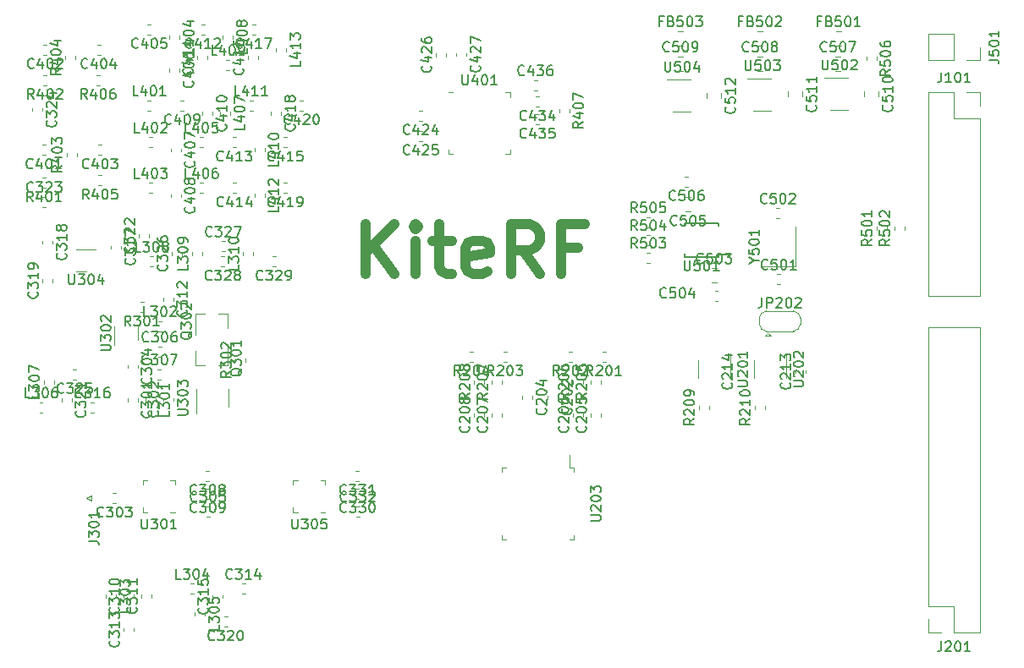
<source format=gto>
G04 #@! TF.GenerationSoftware,KiCad,Pcbnew,5.1.0*
G04 #@! TF.CreationDate,2019-04-16T13:13:18+00:00*
G04 #@! TF.ProjectId,MSI001,4d534930-3031-42e6-9b69-6361645f7063,rev?*
G04 #@! TF.SameCoordinates,Original*
G04 #@! TF.FileFunction,Legend,Top*
G04 #@! TF.FilePolarity,Positive*
%FSLAX46Y46*%
G04 Gerber Fmt 4.6, Leading zero omitted, Abs format (unit mm)*
G04 Created by KiCad (PCBNEW 5.1.0) date 2019-04-16 13:13:18*
%MOMM*%
%LPD*%
G04 APERTURE LIST*
%ADD10C,1.000000*%
%ADD11C,0.120000*%
%ADD12C,0.150000*%
G04 APERTURE END LIST*
D10*
X137767714Y-99312904D02*
X137767714Y-94312904D01*
X140624857Y-99312904D02*
X138482000Y-96455761D01*
X140624857Y-94312904D02*
X137767714Y-97170047D01*
X142767714Y-99312904D02*
X142767714Y-95979571D01*
X142767714Y-94312904D02*
X142529619Y-94551000D01*
X142767714Y-94789095D01*
X143005809Y-94551000D01*
X142767714Y-94312904D01*
X142767714Y-94789095D01*
X144434380Y-95979571D02*
X146339142Y-95979571D01*
X145148666Y-94312904D02*
X145148666Y-98598619D01*
X145386761Y-99074809D01*
X145862952Y-99312904D01*
X146339142Y-99312904D01*
X149910571Y-99074809D02*
X149434380Y-99312904D01*
X148482000Y-99312904D01*
X148005809Y-99074809D01*
X147767714Y-98598619D01*
X147767714Y-96693857D01*
X148005809Y-96217666D01*
X148482000Y-95979571D01*
X149434380Y-95979571D01*
X149910571Y-96217666D01*
X150148666Y-96693857D01*
X150148666Y-97170047D01*
X147767714Y-97646238D01*
X155148666Y-99312904D02*
X153482000Y-96931952D01*
X152291523Y-99312904D02*
X152291523Y-94312904D01*
X154196285Y-94312904D01*
X154672476Y-94551000D01*
X154910571Y-94789095D01*
X155148666Y-95265285D01*
X155148666Y-95979571D01*
X154910571Y-96455761D01*
X154672476Y-96693857D01*
X154196285Y-96931952D01*
X152291523Y-96931952D01*
X158958190Y-96693857D02*
X157291523Y-96693857D01*
X157291523Y-99312904D02*
X157291523Y-94312904D01*
X159672476Y-94312904D01*
D11*
X114956000Y-105945000D02*
X114956000Y-104545000D01*
X112636000Y-104545000D02*
X112636000Y-106445000D01*
X118186500Y-123176000D02*
X118661500Y-123176000D01*
X115441500Y-119956000D02*
X115441500Y-120431000D01*
X115916500Y-119956000D02*
X115441500Y-119956000D01*
X118661500Y-119956000D02*
X118661500Y-120431000D01*
X118186500Y-119956000D02*
X118661500Y-119956000D01*
X115441500Y-123176000D02*
X115441500Y-122701000D01*
X115916500Y-123176000D02*
X115441500Y-123176000D01*
X175916000Y-109253279D02*
X175916000Y-108927721D01*
X174896000Y-109253279D02*
X174896000Y-108927721D01*
X181758000Y-109253279D02*
X181758000Y-108927721D01*
X180738000Y-109253279D02*
X180738000Y-108927721D01*
X155973000Y-111493221D02*
X155973000Y-111818779D01*
X156993000Y-111493221D02*
X156993000Y-111818779D01*
X154453000Y-111493221D02*
X154453000Y-111818779D01*
X153433000Y-111493221D02*
X153433000Y-111818779D01*
X161311000Y-113596779D02*
X161311000Y-113271221D01*
X160291000Y-113596779D02*
X160291000Y-113271221D01*
X158513000Y-113596779D02*
X158513000Y-113271221D01*
X159533000Y-113596779D02*
X159533000Y-113271221D01*
X150385000Y-113596779D02*
X150385000Y-113271221D01*
X151405000Y-113596779D02*
X151405000Y-113271221D01*
X148607000Y-113596779D02*
X148607000Y-113271221D01*
X149627000Y-113596779D02*
X149627000Y-113271221D01*
X113936000Y-111772721D02*
X113936000Y-112098279D01*
X114956000Y-111772721D02*
X114956000Y-112098279D01*
X118512000Y-112047279D02*
X118512000Y-111721721D01*
X117492000Y-112047279D02*
X117492000Y-111721721D01*
X112781779Y-122282000D02*
X112456221Y-122282000D01*
X112781779Y-121262000D02*
X112456221Y-121262000D01*
X114956000Y-108419721D02*
X114956000Y-108745279D01*
X113936000Y-108419721D02*
X113936000Y-108745279D01*
X121801721Y-122576000D02*
X122127279Y-122576000D01*
X121801721Y-123596000D02*
X122127279Y-123596000D01*
X116975721Y-107594000D02*
X117301279Y-107594000D01*
X116975721Y-106574000D02*
X117301279Y-106574000D01*
X116950221Y-109880000D02*
X117275779Y-109880000D01*
X116950221Y-108860000D02*
X117275779Y-108860000D01*
X122076279Y-119020000D02*
X121750721Y-119020000D01*
X122076279Y-120040000D02*
X121750721Y-120040000D01*
X122101779Y-121818000D02*
X121776221Y-121818000D01*
X122101779Y-120798000D02*
X121776221Y-120798000D01*
X113555000Y-131757779D02*
X113555000Y-131432221D01*
X114575000Y-131757779D02*
X114575000Y-131432221D01*
X115333000Y-131732279D02*
X115333000Y-131406721D01*
X116353000Y-131732279D02*
X116353000Y-131406721D01*
X118512000Y-101688721D02*
X118512000Y-102014279D01*
X117492000Y-101688721D02*
X117492000Y-102014279D01*
X114575000Y-135085279D02*
X114575000Y-134759721D01*
X113555000Y-135085279D02*
X113555000Y-134759721D01*
X125357721Y-130323000D02*
X125683279Y-130323000D01*
X125357721Y-131343000D02*
X125683279Y-131343000D01*
X123465000Y-131783279D02*
X123465000Y-131457721D01*
X122445000Y-131783279D02*
X122445000Y-131457721D01*
X110244721Y-113182000D02*
X110570279Y-113182000D01*
X110244721Y-112162000D02*
X110570279Y-112162000D01*
X112285000Y-96481721D02*
X112285000Y-96807279D01*
X113305000Y-96481721D02*
X113305000Y-96807279D01*
X105427000Y-95973721D02*
X105427000Y-96299279D01*
X106447000Y-95973721D02*
X106447000Y-96299279D01*
X105427000Y-100160279D02*
X105427000Y-99834721D01*
X106447000Y-100160279D02*
X106447000Y-99834721D01*
X123905279Y-134645000D02*
X123579721Y-134645000D01*
X123905279Y-133625000D02*
X123579721Y-133625000D01*
X108352000Y-111747221D02*
X108352000Y-112072779D01*
X107332000Y-111747221D02*
X107332000Y-112072779D01*
X116099000Y-95664279D02*
X116099000Y-95338721D01*
X115079000Y-95664279D02*
X115079000Y-95338721D01*
X105418721Y-91588000D02*
X105744279Y-91588000D01*
X105418721Y-92608000D02*
X105744279Y-92608000D01*
X104411000Y-82689721D02*
X104411000Y-83015279D01*
X105431000Y-82689721D02*
X105431000Y-83015279D01*
X108792279Y-108860000D02*
X108466721Y-108860000D01*
X108792279Y-109880000D02*
X108466721Y-109880000D01*
X118381000Y-97442279D02*
X118381000Y-97116721D01*
X119401000Y-97442279D02*
X119401000Y-97116721D01*
X123325721Y-97053000D02*
X123651279Y-97053000D01*
X123325721Y-96033000D02*
X123651279Y-96033000D01*
X123625779Y-98577000D02*
X123300221Y-98577000D01*
X123625779Y-97557000D02*
X123300221Y-97557000D01*
X128731279Y-97557000D02*
X128405721Y-97557000D01*
X128731279Y-98577000D02*
X128405721Y-98577000D01*
X137087779Y-120798000D02*
X136762221Y-120798000D01*
X137087779Y-121818000D02*
X136762221Y-121818000D01*
X137087779Y-120040000D02*
X136762221Y-120040000D01*
X137087779Y-119020000D02*
X136762221Y-119020000D01*
X136787721Y-122576000D02*
X137113279Y-122576000D01*
X136787721Y-123596000D02*
X137113279Y-123596000D01*
X105718779Y-87401000D02*
X105393221Y-87401000D01*
X105718779Y-86381000D02*
X105393221Y-86381000D01*
X105820279Y-77368000D02*
X105494721Y-77368000D01*
X105820279Y-76348000D02*
X105494721Y-76348000D01*
X111332279Y-86381000D02*
X111006721Y-86381000D01*
X111332279Y-87401000D02*
X111006721Y-87401000D01*
X111205279Y-76348000D02*
X110879721Y-76348000D01*
X111205279Y-77368000D02*
X110879721Y-77368000D01*
X116259779Y-74316000D02*
X115934221Y-74316000D01*
X116259779Y-75336000D02*
X115934221Y-75336000D01*
X118127000Y-78727221D02*
X118127000Y-79052779D01*
X119147000Y-78727221D02*
X119147000Y-79052779D01*
X119274000Y-86753721D02*
X119274000Y-87079279D01*
X118254000Y-86753721D02*
X118254000Y-87079279D01*
X118254000Y-91325721D02*
X118254000Y-91651279D01*
X119274000Y-91325721D02*
X119274000Y-91651279D01*
X119561779Y-82956000D02*
X119236221Y-82956000D01*
X119561779Y-81936000D02*
X119236221Y-81936000D01*
X121429000Y-83070721D02*
X121429000Y-83396279D01*
X122449000Y-83070721D02*
X122449000Y-83396279D01*
X121941000Y-77782779D02*
X121941000Y-77457221D01*
X120921000Y-77782779D02*
X120921000Y-77457221D01*
X121619279Y-74316000D02*
X121293721Y-74316000D01*
X121619279Y-75336000D02*
X121293721Y-75336000D01*
X124768779Y-85619000D02*
X124443221Y-85619000D01*
X124768779Y-86639000D02*
X124443221Y-86639000D01*
X124794279Y-90191000D02*
X124468721Y-90191000D01*
X124794279Y-91211000D02*
X124468721Y-91211000D01*
X129874279Y-86639000D02*
X129548721Y-86639000D01*
X129874279Y-85619000D02*
X129548721Y-85619000D01*
X126001000Y-77782779D02*
X126001000Y-77457221D01*
X127021000Y-77782779D02*
X127021000Y-77457221D01*
X126699279Y-75336000D02*
X126373721Y-75336000D01*
X126699279Y-74316000D02*
X126373721Y-74316000D01*
X129307000Y-83070721D02*
X129307000Y-83396279D01*
X128287000Y-83070721D02*
X128287000Y-83396279D01*
X129874279Y-91211000D02*
X129548721Y-91211000D01*
X129874279Y-90191000D02*
X129548721Y-90191000D01*
X131499779Y-81936000D02*
X131174221Y-81936000D01*
X131499779Y-82956000D02*
X131174221Y-82956000D01*
X143412279Y-83972000D02*
X143086721Y-83972000D01*
X143412279Y-82952000D02*
X143086721Y-82952000D01*
X143412279Y-86004000D02*
X143086721Y-86004000D01*
X143412279Y-84984000D02*
X143086721Y-84984000D01*
X145817000Y-77528779D02*
X145817000Y-77203221D01*
X144797000Y-77528779D02*
X144797000Y-77203221D01*
X146829000Y-77177721D02*
X146829000Y-77503279D01*
X147849000Y-77177721D02*
X147849000Y-77503279D01*
X155096279Y-81555000D02*
X154770721Y-81555000D01*
X155096279Y-82575000D02*
X154770721Y-82575000D01*
X155096279Y-84353000D02*
X154770721Y-84353000D01*
X155096279Y-83333000D02*
X154770721Y-83333000D01*
X154567721Y-80924000D02*
X154893279Y-80924000D01*
X154567721Y-79904000D02*
X154893279Y-79904000D01*
X178900721Y-99335000D02*
X179226279Y-99335000D01*
X178900721Y-100355000D02*
X179226279Y-100355000D01*
X178824721Y-92731000D02*
X179150279Y-92731000D01*
X178824721Y-93751000D02*
X179150279Y-93751000D01*
X172353422Y-98754000D02*
X172870578Y-98754000D01*
X172353422Y-100174000D02*
X172870578Y-100174000D01*
X172677721Y-102006000D02*
X173003279Y-102006000D01*
X172677721Y-100986000D02*
X173003279Y-100986000D01*
X170252078Y-91642000D02*
X169734922Y-91642000D01*
X170252078Y-93062000D02*
X169734922Y-93062000D01*
X170006279Y-89556000D02*
X169680721Y-89556000D01*
X170006279Y-90576000D02*
X169680721Y-90576000D01*
X184720922Y-78965000D02*
X185238078Y-78965000D01*
X184720922Y-77545000D02*
X185238078Y-77545000D01*
X176925422Y-78965000D02*
X177442578Y-78965000D01*
X176925422Y-77545000D02*
X177442578Y-77545000D01*
X168972922Y-77545000D02*
X169490078Y-77545000D01*
X168972922Y-78965000D02*
X169490078Y-78965000D01*
X189070000Y-81044422D02*
X189070000Y-81561578D01*
X187650000Y-81044422D02*
X187650000Y-81561578D01*
X180030000Y-81044422D02*
X180030000Y-81561578D01*
X181450000Y-81044422D02*
X181450000Y-81561578D01*
X171902000Y-81219922D02*
X171902000Y-81737078D01*
X173322000Y-81219922D02*
X173322000Y-81737078D01*
X184799422Y-75005000D02*
X185316578Y-75005000D01*
X184799422Y-76425000D02*
X185316578Y-76425000D01*
X176925422Y-75005000D02*
X177442578Y-75005000D01*
X176925422Y-76425000D02*
X177442578Y-76425000D01*
X168972922Y-76425000D02*
X169490078Y-76425000D01*
X168972922Y-75005000D02*
X169490078Y-75005000D01*
X194015000Y-81116000D02*
X196615000Y-81116000D01*
X194015000Y-81116000D02*
X194015000Y-101556000D01*
X194015000Y-101556000D02*
X199215000Y-101556000D01*
X199215000Y-83716000D02*
X199215000Y-101556000D01*
X196615000Y-83716000D02*
X199215000Y-83716000D01*
X196615000Y-81116000D02*
X196615000Y-83716000D01*
X199215000Y-81116000D02*
X199215000Y-82446000D01*
X197885000Y-81116000D02*
X199215000Y-81116000D01*
X199215000Y-135211000D02*
X196615000Y-135211000D01*
X199215000Y-135211000D02*
X199215000Y-104611000D01*
X199215000Y-104611000D02*
X194015000Y-104611000D01*
X194015000Y-132611000D02*
X194015000Y-104611000D01*
X196615000Y-132611000D02*
X194015000Y-132611000D01*
X196615000Y-135211000D02*
X196615000Y-132611000D01*
X194015000Y-135211000D02*
X194015000Y-133881000D01*
X195345000Y-135211000D02*
X194015000Y-135211000D01*
X110329000Y-121522000D02*
X109829000Y-121772000D01*
X110329000Y-122022000D02*
X110329000Y-121522000D01*
X109829000Y-121772000D02*
X110329000Y-122022000D01*
X196615000Y-75274000D02*
X196615000Y-77934000D01*
X196615000Y-75274000D02*
X194015000Y-75274000D01*
X194015000Y-75274000D02*
X194015000Y-77934000D01*
X196615000Y-77934000D02*
X194015000Y-77934000D01*
X199215000Y-77934000D02*
X197885000Y-77934000D01*
X199215000Y-76604000D02*
X199215000Y-77934000D01*
X115714000Y-111772721D02*
X115714000Y-112098279D01*
X116734000Y-111772721D02*
X116734000Y-112098279D01*
X116975721Y-104034000D02*
X117301279Y-104034000D01*
X116975721Y-105054000D02*
X117301279Y-105054000D01*
X111777000Y-131406721D02*
X111777000Y-131732279D01*
X112797000Y-131406721D02*
X112797000Y-131732279D01*
X120226721Y-131343000D02*
X120552279Y-131343000D01*
X120226721Y-130323000D02*
X120552279Y-130323000D01*
X121687000Y-133184721D02*
X121687000Y-133510279D01*
X120667000Y-133184721D02*
X120667000Y-133510279D01*
X105113721Y-113182000D02*
X105439279Y-113182000D01*
X105113721Y-112162000D02*
X105439279Y-112162000D01*
X105554000Y-110320279D02*
X105554000Y-109994721D01*
X106574000Y-110320279D02*
X106574000Y-109994721D01*
X116188221Y-98577000D02*
X116513779Y-98577000D01*
X116188221Y-97557000D02*
X116513779Y-97557000D01*
X120413000Y-97467779D02*
X120413000Y-97142221D01*
X121433000Y-97467779D02*
X121433000Y-97142221D01*
X126513000Y-97467779D02*
X126513000Y-97142221D01*
X125493000Y-97467779D02*
X125493000Y-97142221D01*
X115934221Y-81936000D02*
X116259779Y-81936000D01*
X115934221Y-82956000D02*
X116259779Y-82956000D01*
X116061221Y-86639000D02*
X116386779Y-86639000D01*
X116061221Y-85619000D02*
X116386779Y-85619000D01*
X116061221Y-90191000D02*
X116386779Y-90191000D01*
X116061221Y-91211000D02*
X116386779Y-91211000D01*
X119147000Y-75425221D02*
X119147000Y-75750779D01*
X118127000Y-75425221D02*
X118127000Y-75750779D01*
X121141221Y-85619000D02*
X121466779Y-85619000D01*
X121141221Y-86639000D02*
X121466779Y-86639000D01*
X121166721Y-91211000D02*
X121492279Y-91211000D01*
X121166721Y-90191000D02*
X121492279Y-90191000D01*
X123207000Y-83045221D02*
X123207000Y-83370779D01*
X124227000Y-83045221D02*
X124227000Y-83370779D01*
X123461000Y-75425221D02*
X123461000Y-75750779D01*
X124481000Y-75425221D02*
X124481000Y-75750779D01*
X123808221Y-77872000D02*
X124133779Y-77872000D01*
X123808221Y-78892000D02*
X124133779Y-78892000D01*
X127656000Y-86728221D02*
X127656000Y-87053779D01*
X126636000Y-86728221D02*
X126636000Y-87053779D01*
X126119721Y-81936000D02*
X126445279Y-81936000D01*
X126119721Y-82956000D02*
X126445279Y-82956000D01*
X127656000Y-91300221D02*
X127656000Y-91625779D01*
X126636000Y-91300221D02*
X126636000Y-91625779D01*
X128795000Y-76695221D02*
X128795000Y-77020779D01*
X129815000Y-76695221D02*
X129815000Y-77020779D01*
X120740000Y-108495000D02*
X120740000Y-107035000D01*
X123900000Y-108495000D02*
X123900000Y-106335000D01*
X123900000Y-108495000D02*
X122970000Y-108495000D01*
X120740000Y-108495000D02*
X121670000Y-108495000D01*
X123900000Y-103276000D02*
X122970000Y-103276000D01*
X120740000Y-103276000D02*
X121670000Y-103276000D01*
X120740000Y-103276000D02*
X120740000Y-105436000D01*
X123900000Y-103276000D02*
X123900000Y-104736000D01*
X161751279Y-107082000D02*
X161425721Y-107082000D01*
X161751279Y-108102000D02*
X161425721Y-108102000D01*
X158398279Y-108102000D02*
X158072721Y-108102000D01*
X158398279Y-107082000D02*
X158072721Y-107082000D01*
X151845279Y-107082000D02*
X151519721Y-107082000D01*
X151845279Y-108102000D02*
X151519721Y-108102000D01*
X148492279Y-108102000D02*
X148166721Y-108102000D01*
X148492279Y-107082000D02*
X148166721Y-107082000D01*
X161311000Y-110294779D02*
X161311000Y-109969221D01*
X160291000Y-110294779D02*
X160291000Y-109969221D01*
X159533000Y-110294779D02*
X159533000Y-109969221D01*
X158513000Y-110294779D02*
X158513000Y-109969221D01*
X150385000Y-110294779D02*
X150385000Y-109969221D01*
X151405000Y-110294779D02*
X151405000Y-109969221D01*
X149627000Y-110294779D02*
X149627000Y-109969221D01*
X148607000Y-110294779D02*
X148607000Y-109969221D01*
X171086000Y-112860279D02*
X171086000Y-112534721D01*
X172106000Y-112860279D02*
X172106000Y-112534721D01*
X177694000Y-112860279D02*
X177694000Y-112534721D01*
X176674000Y-112860279D02*
X176674000Y-112534721D01*
X115523279Y-103149000D02*
X115197721Y-103149000D01*
X115523279Y-102129000D02*
X115197721Y-102129000D01*
X124731000Y-108110279D02*
X124731000Y-107784721D01*
X125751000Y-108110279D02*
X125751000Y-107784721D01*
X105718779Y-90703000D02*
X105393221Y-90703000D01*
X105718779Y-89683000D02*
X105393221Y-89683000D01*
X105820279Y-79396000D02*
X105494721Y-79396000D01*
X105820279Y-80416000D02*
X105494721Y-80416000D01*
X107840000Y-87561779D02*
X107840000Y-87236221D01*
X108860000Y-87561779D02*
X108860000Y-87236221D01*
X108733000Y-77782779D02*
X108733000Y-77457221D01*
X107713000Y-77782779D02*
X107713000Y-77457221D01*
X111332279Y-89429000D02*
X111006721Y-89429000D01*
X111332279Y-90449000D02*
X111006721Y-90449000D01*
X111154279Y-80416000D02*
X110828721Y-80416000D01*
X111154279Y-79396000D02*
X110828721Y-79396000D01*
X157116000Y-82816721D02*
X157116000Y-83142279D01*
X158136000Y-82816721D02*
X158136000Y-83142279D01*
X188866000Y-94902279D02*
X188866000Y-94576721D01*
X189886000Y-94902279D02*
X189886000Y-94576721D01*
X190644000Y-94902279D02*
X190644000Y-94576721D01*
X191664000Y-94902279D02*
X191664000Y-94576721D01*
X165845221Y-98196000D02*
X166170779Y-98196000D01*
X165845221Y-97176000D02*
X166170779Y-97176000D01*
X165845221Y-95398000D02*
X166170779Y-95398000D01*
X165845221Y-96418000D02*
X166170779Y-96418000D01*
X165845221Y-93620000D02*
X166170779Y-93620000D01*
X165845221Y-94640000D02*
X166170779Y-94640000D01*
X187850000Y-77584221D02*
X187850000Y-77909779D01*
X188870000Y-77584221D02*
X188870000Y-77909779D01*
X174222000Y-109762000D02*
X174222000Y-107312000D01*
X171002000Y-107962000D02*
X171002000Y-109762000D01*
X176590000Y-107962000D02*
X176590000Y-109762000D01*
X179810000Y-109762000D02*
X179810000Y-107312000D01*
X151349000Y-125484000D02*
X151349000Y-125934000D01*
X151349000Y-125934000D02*
X151799000Y-125934000D01*
X151349000Y-119164000D02*
X151349000Y-118714000D01*
X151349000Y-118714000D02*
X151799000Y-118714000D01*
X158569000Y-125484000D02*
X158569000Y-125934000D01*
X158569000Y-125934000D02*
X158119000Y-125934000D01*
X158569000Y-119164000D02*
X158569000Y-118714000D01*
X158569000Y-118714000D02*
X158119000Y-118714000D01*
X158119000Y-118714000D02*
X158119000Y-117424000D01*
X120776000Y-110840000D02*
X120776000Y-113290000D01*
X123996000Y-112640000D02*
X123996000Y-110840000D01*
X109763000Y-99062000D02*
X108763000Y-99062000D01*
X110763000Y-96842000D02*
X108763000Y-96842000D01*
X130964000Y-123168000D02*
X130489000Y-123168000D01*
X130489000Y-123168000D02*
X130489000Y-122693000D01*
X133234000Y-119948000D02*
X133709000Y-119948000D01*
X133709000Y-119948000D02*
X133709000Y-120423000D01*
X130964000Y-119948000D02*
X130489000Y-119948000D01*
X130489000Y-119948000D02*
X130489000Y-120423000D01*
X133234000Y-123168000D02*
X133709000Y-123168000D01*
X151752000Y-81114000D02*
X152227000Y-81114000D01*
X152227000Y-81114000D02*
X152227000Y-81589000D01*
X146482000Y-87334000D02*
X146007000Y-87334000D01*
X146007000Y-87334000D02*
X146007000Y-86859000D01*
X151752000Y-87334000D02*
X152227000Y-87334000D01*
X152227000Y-87334000D02*
X152227000Y-86859000D01*
X146482000Y-81114000D02*
X146007000Y-81114000D01*
D12*
X173017000Y-97583000D02*
X173017000Y-97358000D01*
X169667000Y-97583000D02*
X169667000Y-97283000D01*
X169667000Y-94233000D02*
X169667000Y-94533000D01*
X173017000Y-94233000D02*
X173017000Y-94533000D01*
X173017000Y-97583000D02*
X169667000Y-97583000D01*
X173017000Y-94233000D02*
X169667000Y-94233000D01*
X173017000Y-97358000D02*
X174242000Y-97358000D01*
D11*
X184242000Y-82913000D02*
X186042000Y-82913000D01*
X186042000Y-79693000D02*
X183592000Y-79693000D01*
X176538000Y-82979000D02*
X178338000Y-82979000D01*
X178338000Y-79759000D02*
X175888000Y-79759000D01*
X170294000Y-79881000D02*
X167844000Y-79881000D01*
X168494000Y-83101000D02*
X170294000Y-83101000D01*
X177439000Y-98543000D02*
X180739000Y-98543000D01*
X180739000Y-98543000D02*
X180739000Y-94543000D01*
X177986000Y-105236000D02*
X178286000Y-105536000D01*
X177686000Y-105536000D02*
X178286000Y-105536000D01*
X177986000Y-105236000D02*
X177686000Y-105536000D01*
X177136000Y-104336000D02*
X177136000Y-103736000D01*
X180586000Y-105036000D02*
X177786000Y-105036000D01*
X181236000Y-103736000D02*
X181236000Y-104336000D01*
X177786000Y-103036000D02*
X180586000Y-103036000D01*
X180536000Y-103036000D02*
G75*
G02X181236000Y-103736000I0J-700000D01*
G01*
X181236000Y-104336000D02*
G75*
G02X180536000Y-105036000I-700000J0D01*
G01*
X177836000Y-105036000D02*
G75*
G02X177136000Y-104336000I0J700000D01*
G01*
X177136000Y-103736000D02*
G75*
G02X177836000Y-103036000I700000J0D01*
G01*
D12*
X111248380Y-106959285D02*
X112057904Y-106959285D01*
X112153142Y-106911666D01*
X112200761Y-106864047D01*
X112248380Y-106768809D01*
X112248380Y-106578333D01*
X112200761Y-106483095D01*
X112153142Y-106435476D01*
X112057904Y-106387857D01*
X111248380Y-106387857D01*
X111248380Y-106006904D02*
X111248380Y-105387857D01*
X111629333Y-105721190D01*
X111629333Y-105578333D01*
X111676952Y-105483095D01*
X111724571Y-105435476D01*
X111819809Y-105387857D01*
X112057904Y-105387857D01*
X112153142Y-105435476D01*
X112200761Y-105483095D01*
X112248380Y-105578333D01*
X112248380Y-105864047D01*
X112200761Y-105959285D01*
X112153142Y-106006904D01*
X111248380Y-104768809D02*
X111248380Y-104673571D01*
X111296000Y-104578333D01*
X111343619Y-104530714D01*
X111438857Y-104483095D01*
X111629333Y-104435476D01*
X111867428Y-104435476D01*
X112057904Y-104483095D01*
X112153142Y-104530714D01*
X112200761Y-104578333D01*
X112248380Y-104673571D01*
X112248380Y-104768809D01*
X112200761Y-104864047D01*
X112153142Y-104911666D01*
X112057904Y-104959285D01*
X111867428Y-105006904D01*
X111629333Y-105006904D01*
X111438857Y-104959285D01*
X111343619Y-104911666D01*
X111296000Y-104864047D01*
X111248380Y-104768809D01*
X111343619Y-104054523D02*
X111296000Y-104006904D01*
X111248380Y-103911666D01*
X111248380Y-103673571D01*
X111296000Y-103578333D01*
X111343619Y-103530714D01*
X111438857Y-103483095D01*
X111534095Y-103483095D01*
X111676952Y-103530714D01*
X112248380Y-104102142D01*
X112248380Y-103483095D01*
X115337214Y-123838380D02*
X115337214Y-124647904D01*
X115384833Y-124743142D01*
X115432452Y-124790761D01*
X115527690Y-124838380D01*
X115718166Y-124838380D01*
X115813404Y-124790761D01*
X115861023Y-124743142D01*
X115908642Y-124647904D01*
X115908642Y-123838380D01*
X116289595Y-123838380D02*
X116908642Y-123838380D01*
X116575309Y-124219333D01*
X116718166Y-124219333D01*
X116813404Y-124266952D01*
X116861023Y-124314571D01*
X116908642Y-124409809D01*
X116908642Y-124647904D01*
X116861023Y-124743142D01*
X116813404Y-124790761D01*
X116718166Y-124838380D01*
X116432452Y-124838380D01*
X116337214Y-124790761D01*
X116289595Y-124743142D01*
X117527690Y-123838380D02*
X117622928Y-123838380D01*
X117718166Y-123886000D01*
X117765785Y-123933619D01*
X117813404Y-124028857D01*
X117861023Y-124219333D01*
X117861023Y-124457428D01*
X117813404Y-124647904D01*
X117765785Y-124743142D01*
X117718166Y-124790761D01*
X117622928Y-124838380D01*
X117527690Y-124838380D01*
X117432452Y-124790761D01*
X117384833Y-124743142D01*
X117337214Y-124647904D01*
X117289595Y-124457428D01*
X117289595Y-124219333D01*
X117337214Y-124028857D01*
X117384833Y-123933619D01*
X117432452Y-123886000D01*
X117527690Y-123838380D01*
X118813404Y-124838380D02*
X118241976Y-124838380D01*
X118527690Y-124838380D02*
X118527690Y-123838380D01*
X118432452Y-123981238D01*
X118337214Y-124076476D01*
X118241976Y-124124095D01*
X174333142Y-110209547D02*
X174380761Y-110257166D01*
X174428380Y-110400023D01*
X174428380Y-110495261D01*
X174380761Y-110638119D01*
X174285523Y-110733357D01*
X174190285Y-110780976D01*
X173999809Y-110828595D01*
X173856952Y-110828595D01*
X173666476Y-110780976D01*
X173571238Y-110733357D01*
X173476000Y-110638119D01*
X173428380Y-110495261D01*
X173428380Y-110400023D01*
X173476000Y-110257166D01*
X173523619Y-110209547D01*
X173523619Y-109828595D02*
X173476000Y-109780976D01*
X173428380Y-109685738D01*
X173428380Y-109447642D01*
X173476000Y-109352404D01*
X173523619Y-109304785D01*
X173618857Y-109257166D01*
X173714095Y-109257166D01*
X173856952Y-109304785D01*
X174428380Y-109876214D01*
X174428380Y-109257166D01*
X174428380Y-108304785D02*
X174428380Y-108876214D01*
X174428380Y-108590500D02*
X173428380Y-108590500D01*
X173571238Y-108685738D01*
X173666476Y-108780976D01*
X173714095Y-108876214D01*
X173761714Y-107447642D02*
X174428380Y-107447642D01*
X173380761Y-107685738D02*
X174095047Y-107923833D01*
X174095047Y-107304785D01*
X180175142Y-110209547D02*
X180222761Y-110257166D01*
X180270380Y-110400023D01*
X180270380Y-110495261D01*
X180222761Y-110638119D01*
X180127523Y-110733357D01*
X180032285Y-110780976D01*
X179841809Y-110828595D01*
X179698952Y-110828595D01*
X179508476Y-110780976D01*
X179413238Y-110733357D01*
X179318000Y-110638119D01*
X179270380Y-110495261D01*
X179270380Y-110400023D01*
X179318000Y-110257166D01*
X179365619Y-110209547D01*
X179365619Y-109828595D02*
X179318000Y-109780976D01*
X179270380Y-109685738D01*
X179270380Y-109447642D01*
X179318000Y-109352404D01*
X179365619Y-109304785D01*
X179460857Y-109257166D01*
X179556095Y-109257166D01*
X179698952Y-109304785D01*
X180270380Y-109876214D01*
X180270380Y-109257166D01*
X180270380Y-108304785D02*
X180270380Y-108876214D01*
X180270380Y-108590500D02*
X179270380Y-108590500D01*
X179413238Y-108685738D01*
X179508476Y-108780976D01*
X179556095Y-108876214D01*
X179270380Y-107971452D02*
X179270380Y-107352404D01*
X179651333Y-107685738D01*
X179651333Y-107542880D01*
X179698952Y-107447642D01*
X179746571Y-107400023D01*
X179841809Y-107352404D01*
X180079904Y-107352404D01*
X180175142Y-107400023D01*
X180222761Y-107447642D01*
X180270380Y-107542880D01*
X180270380Y-107828595D01*
X180222761Y-107923833D01*
X180175142Y-107971452D01*
X158270142Y-112775047D02*
X158317761Y-112822666D01*
X158365380Y-112965523D01*
X158365380Y-113060761D01*
X158317761Y-113203619D01*
X158222523Y-113298857D01*
X158127285Y-113346476D01*
X157936809Y-113394095D01*
X157793952Y-113394095D01*
X157603476Y-113346476D01*
X157508238Y-113298857D01*
X157413000Y-113203619D01*
X157365380Y-113060761D01*
X157365380Y-112965523D01*
X157413000Y-112822666D01*
X157460619Y-112775047D01*
X157460619Y-112394095D02*
X157413000Y-112346476D01*
X157365380Y-112251238D01*
X157365380Y-112013142D01*
X157413000Y-111917904D01*
X157460619Y-111870285D01*
X157555857Y-111822666D01*
X157651095Y-111822666D01*
X157793952Y-111870285D01*
X158365380Y-112441714D01*
X158365380Y-111822666D01*
X157365380Y-111203619D02*
X157365380Y-111108380D01*
X157413000Y-111013142D01*
X157460619Y-110965523D01*
X157555857Y-110917904D01*
X157746333Y-110870285D01*
X157984428Y-110870285D01*
X158174904Y-110917904D01*
X158270142Y-110965523D01*
X158317761Y-111013142D01*
X158365380Y-111108380D01*
X158365380Y-111203619D01*
X158317761Y-111298857D01*
X158270142Y-111346476D01*
X158174904Y-111394095D01*
X157984428Y-111441714D01*
X157746333Y-111441714D01*
X157555857Y-111394095D01*
X157460619Y-111346476D01*
X157413000Y-111298857D01*
X157365380Y-111203619D01*
X157460619Y-110489333D02*
X157413000Y-110441714D01*
X157365380Y-110346476D01*
X157365380Y-110108380D01*
X157413000Y-110013142D01*
X157460619Y-109965523D01*
X157555857Y-109917904D01*
X157651095Y-109917904D01*
X157793952Y-109965523D01*
X158365380Y-110536952D01*
X158365380Y-109917904D01*
X155730142Y-112775047D02*
X155777761Y-112822666D01*
X155825380Y-112965523D01*
X155825380Y-113060761D01*
X155777761Y-113203619D01*
X155682523Y-113298857D01*
X155587285Y-113346476D01*
X155396809Y-113394095D01*
X155253952Y-113394095D01*
X155063476Y-113346476D01*
X154968238Y-113298857D01*
X154873000Y-113203619D01*
X154825380Y-113060761D01*
X154825380Y-112965523D01*
X154873000Y-112822666D01*
X154920619Y-112775047D01*
X154920619Y-112394095D02*
X154873000Y-112346476D01*
X154825380Y-112251238D01*
X154825380Y-112013142D01*
X154873000Y-111917904D01*
X154920619Y-111870285D01*
X155015857Y-111822666D01*
X155111095Y-111822666D01*
X155253952Y-111870285D01*
X155825380Y-112441714D01*
X155825380Y-111822666D01*
X154825380Y-111203619D02*
X154825380Y-111108380D01*
X154873000Y-111013142D01*
X154920619Y-110965523D01*
X155015857Y-110917904D01*
X155206333Y-110870285D01*
X155444428Y-110870285D01*
X155634904Y-110917904D01*
X155730142Y-110965523D01*
X155777761Y-111013142D01*
X155825380Y-111108380D01*
X155825380Y-111203619D01*
X155777761Y-111298857D01*
X155730142Y-111346476D01*
X155634904Y-111394095D01*
X155444428Y-111441714D01*
X155206333Y-111441714D01*
X155015857Y-111394095D01*
X154920619Y-111346476D01*
X154873000Y-111298857D01*
X154825380Y-111203619D01*
X155158714Y-110013142D02*
X155825380Y-110013142D01*
X154777761Y-110251238D02*
X155492047Y-110489333D01*
X155492047Y-109870285D01*
X159728142Y-114553047D02*
X159775761Y-114600666D01*
X159823380Y-114743523D01*
X159823380Y-114838761D01*
X159775761Y-114981619D01*
X159680523Y-115076857D01*
X159585285Y-115124476D01*
X159394809Y-115172095D01*
X159251952Y-115172095D01*
X159061476Y-115124476D01*
X158966238Y-115076857D01*
X158871000Y-114981619D01*
X158823380Y-114838761D01*
X158823380Y-114743523D01*
X158871000Y-114600666D01*
X158918619Y-114553047D01*
X158918619Y-114172095D02*
X158871000Y-114124476D01*
X158823380Y-114029238D01*
X158823380Y-113791142D01*
X158871000Y-113695904D01*
X158918619Y-113648285D01*
X159013857Y-113600666D01*
X159109095Y-113600666D01*
X159251952Y-113648285D01*
X159823380Y-114219714D01*
X159823380Y-113600666D01*
X158823380Y-112981619D02*
X158823380Y-112886380D01*
X158871000Y-112791142D01*
X158918619Y-112743523D01*
X159013857Y-112695904D01*
X159204333Y-112648285D01*
X159442428Y-112648285D01*
X159632904Y-112695904D01*
X159728142Y-112743523D01*
X159775761Y-112791142D01*
X159823380Y-112886380D01*
X159823380Y-112981619D01*
X159775761Y-113076857D01*
X159728142Y-113124476D01*
X159632904Y-113172095D01*
X159442428Y-113219714D01*
X159204333Y-113219714D01*
X159013857Y-113172095D01*
X158918619Y-113124476D01*
X158871000Y-113076857D01*
X158823380Y-112981619D01*
X158823380Y-111743523D02*
X158823380Y-112219714D01*
X159299571Y-112267333D01*
X159251952Y-112219714D01*
X159204333Y-112124476D01*
X159204333Y-111886380D01*
X159251952Y-111791142D01*
X159299571Y-111743523D01*
X159394809Y-111695904D01*
X159632904Y-111695904D01*
X159728142Y-111743523D01*
X159775761Y-111791142D01*
X159823380Y-111886380D01*
X159823380Y-112124476D01*
X159775761Y-112219714D01*
X159728142Y-112267333D01*
X157950142Y-114553047D02*
X157997761Y-114600666D01*
X158045380Y-114743523D01*
X158045380Y-114838761D01*
X157997761Y-114981619D01*
X157902523Y-115076857D01*
X157807285Y-115124476D01*
X157616809Y-115172095D01*
X157473952Y-115172095D01*
X157283476Y-115124476D01*
X157188238Y-115076857D01*
X157093000Y-114981619D01*
X157045380Y-114838761D01*
X157045380Y-114743523D01*
X157093000Y-114600666D01*
X157140619Y-114553047D01*
X157140619Y-114172095D02*
X157093000Y-114124476D01*
X157045380Y-114029238D01*
X157045380Y-113791142D01*
X157093000Y-113695904D01*
X157140619Y-113648285D01*
X157235857Y-113600666D01*
X157331095Y-113600666D01*
X157473952Y-113648285D01*
X158045380Y-114219714D01*
X158045380Y-113600666D01*
X157045380Y-112981619D02*
X157045380Y-112886380D01*
X157093000Y-112791142D01*
X157140619Y-112743523D01*
X157235857Y-112695904D01*
X157426333Y-112648285D01*
X157664428Y-112648285D01*
X157854904Y-112695904D01*
X157950142Y-112743523D01*
X157997761Y-112791142D01*
X158045380Y-112886380D01*
X158045380Y-112981619D01*
X157997761Y-113076857D01*
X157950142Y-113124476D01*
X157854904Y-113172095D01*
X157664428Y-113219714D01*
X157426333Y-113219714D01*
X157235857Y-113172095D01*
X157140619Y-113124476D01*
X157093000Y-113076857D01*
X157045380Y-112981619D01*
X157045380Y-111791142D02*
X157045380Y-111981619D01*
X157093000Y-112076857D01*
X157140619Y-112124476D01*
X157283476Y-112219714D01*
X157473952Y-112267333D01*
X157854904Y-112267333D01*
X157950142Y-112219714D01*
X157997761Y-112172095D01*
X158045380Y-112076857D01*
X158045380Y-111886380D01*
X157997761Y-111791142D01*
X157950142Y-111743523D01*
X157854904Y-111695904D01*
X157616809Y-111695904D01*
X157521571Y-111743523D01*
X157473952Y-111791142D01*
X157426333Y-111886380D01*
X157426333Y-112076857D01*
X157473952Y-112172095D01*
X157521571Y-112219714D01*
X157616809Y-112267333D01*
X149822142Y-114553047D02*
X149869761Y-114600666D01*
X149917380Y-114743523D01*
X149917380Y-114838761D01*
X149869761Y-114981619D01*
X149774523Y-115076857D01*
X149679285Y-115124476D01*
X149488809Y-115172095D01*
X149345952Y-115172095D01*
X149155476Y-115124476D01*
X149060238Y-115076857D01*
X148965000Y-114981619D01*
X148917380Y-114838761D01*
X148917380Y-114743523D01*
X148965000Y-114600666D01*
X149012619Y-114553047D01*
X149012619Y-114172095D02*
X148965000Y-114124476D01*
X148917380Y-114029238D01*
X148917380Y-113791142D01*
X148965000Y-113695904D01*
X149012619Y-113648285D01*
X149107857Y-113600666D01*
X149203095Y-113600666D01*
X149345952Y-113648285D01*
X149917380Y-114219714D01*
X149917380Y-113600666D01*
X148917380Y-112981619D02*
X148917380Y-112886380D01*
X148965000Y-112791142D01*
X149012619Y-112743523D01*
X149107857Y-112695904D01*
X149298333Y-112648285D01*
X149536428Y-112648285D01*
X149726904Y-112695904D01*
X149822142Y-112743523D01*
X149869761Y-112791142D01*
X149917380Y-112886380D01*
X149917380Y-112981619D01*
X149869761Y-113076857D01*
X149822142Y-113124476D01*
X149726904Y-113172095D01*
X149536428Y-113219714D01*
X149298333Y-113219714D01*
X149107857Y-113172095D01*
X149012619Y-113124476D01*
X148965000Y-113076857D01*
X148917380Y-112981619D01*
X148917380Y-112314952D02*
X148917380Y-111648285D01*
X149917380Y-112076857D01*
X148044142Y-114553047D02*
X148091761Y-114600666D01*
X148139380Y-114743523D01*
X148139380Y-114838761D01*
X148091761Y-114981619D01*
X147996523Y-115076857D01*
X147901285Y-115124476D01*
X147710809Y-115172095D01*
X147567952Y-115172095D01*
X147377476Y-115124476D01*
X147282238Y-115076857D01*
X147187000Y-114981619D01*
X147139380Y-114838761D01*
X147139380Y-114743523D01*
X147187000Y-114600666D01*
X147234619Y-114553047D01*
X147234619Y-114172095D02*
X147187000Y-114124476D01*
X147139380Y-114029238D01*
X147139380Y-113791142D01*
X147187000Y-113695904D01*
X147234619Y-113648285D01*
X147329857Y-113600666D01*
X147425095Y-113600666D01*
X147567952Y-113648285D01*
X148139380Y-114219714D01*
X148139380Y-113600666D01*
X147139380Y-112981619D02*
X147139380Y-112886380D01*
X147187000Y-112791142D01*
X147234619Y-112743523D01*
X147329857Y-112695904D01*
X147520333Y-112648285D01*
X147758428Y-112648285D01*
X147948904Y-112695904D01*
X148044142Y-112743523D01*
X148091761Y-112791142D01*
X148139380Y-112886380D01*
X148139380Y-112981619D01*
X148091761Y-113076857D01*
X148044142Y-113124476D01*
X147948904Y-113172095D01*
X147758428Y-113219714D01*
X147520333Y-113219714D01*
X147329857Y-113172095D01*
X147234619Y-113124476D01*
X147187000Y-113076857D01*
X147139380Y-112981619D01*
X147567952Y-112076857D02*
X147520333Y-112172095D01*
X147472714Y-112219714D01*
X147377476Y-112267333D01*
X147329857Y-112267333D01*
X147234619Y-112219714D01*
X147187000Y-112172095D01*
X147139380Y-112076857D01*
X147139380Y-111886380D01*
X147187000Y-111791142D01*
X147234619Y-111743523D01*
X147329857Y-111695904D01*
X147377476Y-111695904D01*
X147472714Y-111743523D01*
X147520333Y-111791142D01*
X147567952Y-111886380D01*
X147567952Y-112076857D01*
X147615571Y-112172095D01*
X147663190Y-112219714D01*
X147758428Y-112267333D01*
X147948904Y-112267333D01*
X148044142Y-112219714D01*
X148091761Y-112172095D01*
X148139380Y-112076857D01*
X148139380Y-111886380D01*
X148091761Y-111791142D01*
X148044142Y-111743523D01*
X147948904Y-111695904D01*
X147758428Y-111695904D01*
X147663190Y-111743523D01*
X147615571Y-111791142D01*
X147567952Y-111886380D01*
X116233142Y-113054547D02*
X116280761Y-113102166D01*
X116328380Y-113245023D01*
X116328380Y-113340261D01*
X116280761Y-113483119D01*
X116185523Y-113578357D01*
X116090285Y-113625976D01*
X115899809Y-113673595D01*
X115756952Y-113673595D01*
X115566476Y-113625976D01*
X115471238Y-113578357D01*
X115376000Y-113483119D01*
X115328380Y-113340261D01*
X115328380Y-113245023D01*
X115376000Y-113102166D01*
X115423619Y-113054547D01*
X115328380Y-112721214D02*
X115328380Y-112102166D01*
X115709333Y-112435500D01*
X115709333Y-112292642D01*
X115756952Y-112197404D01*
X115804571Y-112149785D01*
X115899809Y-112102166D01*
X116137904Y-112102166D01*
X116233142Y-112149785D01*
X116280761Y-112197404D01*
X116328380Y-112292642D01*
X116328380Y-112578357D01*
X116280761Y-112673595D01*
X116233142Y-112721214D01*
X115328380Y-111483119D02*
X115328380Y-111387880D01*
X115376000Y-111292642D01*
X115423619Y-111245023D01*
X115518857Y-111197404D01*
X115709333Y-111149785D01*
X115947428Y-111149785D01*
X116137904Y-111197404D01*
X116233142Y-111245023D01*
X116280761Y-111292642D01*
X116328380Y-111387880D01*
X116328380Y-111483119D01*
X116280761Y-111578357D01*
X116233142Y-111625976D01*
X116137904Y-111673595D01*
X115947428Y-111721214D01*
X115709333Y-111721214D01*
X115518857Y-111673595D01*
X115423619Y-111625976D01*
X115376000Y-111578357D01*
X115328380Y-111483119D01*
X116328380Y-110197404D02*
X116328380Y-110768833D01*
X116328380Y-110483119D02*
X115328380Y-110483119D01*
X115471238Y-110578357D01*
X115566476Y-110673595D01*
X115614095Y-110768833D01*
X116929142Y-113003547D02*
X116976761Y-113051166D01*
X117024380Y-113194023D01*
X117024380Y-113289261D01*
X116976761Y-113432119D01*
X116881523Y-113527357D01*
X116786285Y-113574976D01*
X116595809Y-113622595D01*
X116452952Y-113622595D01*
X116262476Y-113574976D01*
X116167238Y-113527357D01*
X116072000Y-113432119D01*
X116024380Y-113289261D01*
X116024380Y-113194023D01*
X116072000Y-113051166D01*
X116119619Y-113003547D01*
X116024380Y-112670214D02*
X116024380Y-112051166D01*
X116405333Y-112384500D01*
X116405333Y-112241642D01*
X116452952Y-112146404D01*
X116500571Y-112098785D01*
X116595809Y-112051166D01*
X116833904Y-112051166D01*
X116929142Y-112098785D01*
X116976761Y-112146404D01*
X117024380Y-112241642D01*
X117024380Y-112527357D01*
X116976761Y-112622595D01*
X116929142Y-112670214D01*
X116024380Y-111432119D02*
X116024380Y-111336880D01*
X116072000Y-111241642D01*
X116119619Y-111194023D01*
X116214857Y-111146404D01*
X116405333Y-111098785D01*
X116643428Y-111098785D01*
X116833904Y-111146404D01*
X116929142Y-111194023D01*
X116976761Y-111241642D01*
X117024380Y-111336880D01*
X117024380Y-111432119D01*
X116976761Y-111527357D01*
X116929142Y-111574976D01*
X116833904Y-111622595D01*
X116643428Y-111670214D01*
X116405333Y-111670214D01*
X116214857Y-111622595D01*
X116119619Y-111574976D01*
X116072000Y-111527357D01*
X116024380Y-111432119D01*
X116119619Y-110717833D02*
X116072000Y-110670214D01*
X116024380Y-110574976D01*
X116024380Y-110336880D01*
X116072000Y-110241642D01*
X116119619Y-110194023D01*
X116214857Y-110146404D01*
X116310095Y-110146404D01*
X116452952Y-110194023D01*
X117024380Y-110765452D01*
X117024380Y-110146404D01*
X111499952Y-123559142D02*
X111452333Y-123606761D01*
X111309476Y-123654380D01*
X111214238Y-123654380D01*
X111071380Y-123606761D01*
X110976142Y-123511523D01*
X110928523Y-123416285D01*
X110880904Y-123225809D01*
X110880904Y-123082952D01*
X110928523Y-122892476D01*
X110976142Y-122797238D01*
X111071380Y-122702000D01*
X111214238Y-122654380D01*
X111309476Y-122654380D01*
X111452333Y-122702000D01*
X111499952Y-122749619D01*
X111833285Y-122654380D02*
X112452333Y-122654380D01*
X112119000Y-123035333D01*
X112261857Y-123035333D01*
X112357095Y-123082952D01*
X112404714Y-123130571D01*
X112452333Y-123225809D01*
X112452333Y-123463904D01*
X112404714Y-123559142D01*
X112357095Y-123606761D01*
X112261857Y-123654380D01*
X111976142Y-123654380D01*
X111880904Y-123606761D01*
X111833285Y-123559142D01*
X113071380Y-122654380D02*
X113166619Y-122654380D01*
X113261857Y-122702000D01*
X113309476Y-122749619D01*
X113357095Y-122844857D01*
X113404714Y-123035333D01*
X113404714Y-123273428D01*
X113357095Y-123463904D01*
X113309476Y-123559142D01*
X113261857Y-123606761D01*
X113166619Y-123654380D01*
X113071380Y-123654380D01*
X112976142Y-123606761D01*
X112928523Y-123559142D01*
X112880904Y-123463904D01*
X112833285Y-123273428D01*
X112833285Y-123035333D01*
X112880904Y-122844857D01*
X112928523Y-122749619D01*
X112976142Y-122702000D01*
X113071380Y-122654380D01*
X113738047Y-122654380D02*
X114357095Y-122654380D01*
X114023761Y-123035333D01*
X114166619Y-123035333D01*
X114261857Y-123082952D01*
X114309476Y-123130571D01*
X114357095Y-123225809D01*
X114357095Y-123463904D01*
X114309476Y-123559142D01*
X114261857Y-123606761D01*
X114166619Y-123654380D01*
X113880904Y-123654380D01*
X113785666Y-123606761D01*
X113738047Y-123559142D01*
X116233142Y-109701547D02*
X116280761Y-109749166D01*
X116328380Y-109892023D01*
X116328380Y-109987261D01*
X116280761Y-110130119D01*
X116185523Y-110225357D01*
X116090285Y-110272976D01*
X115899809Y-110320595D01*
X115756952Y-110320595D01*
X115566476Y-110272976D01*
X115471238Y-110225357D01*
X115376000Y-110130119D01*
X115328380Y-109987261D01*
X115328380Y-109892023D01*
X115376000Y-109749166D01*
X115423619Y-109701547D01*
X115328380Y-109368214D02*
X115328380Y-108749166D01*
X115709333Y-109082500D01*
X115709333Y-108939642D01*
X115756952Y-108844404D01*
X115804571Y-108796785D01*
X115899809Y-108749166D01*
X116137904Y-108749166D01*
X116233142Y-108796785D01*
X116280761Y-108844404D01*
X116328380Y-108939642D01*
X116328380Y-109225357D01*
X116280761Y-109320595D01*
X116233142Y-109368214D01*
X115328380Y-108130119D02*
X115328380Y-108034880D01*
X115376000Y-107939642D01*
X115423619Y-107892023D01*
X115518857Y-107844404D01*
X115709333Y-107796785D01*
X115947428Y-107796785D01*
X116137904Y-107844404D01*
X116233142Y-107892023D01*
X116280761Y-107939642D01*
X116328380Y-108034880D01*
X116328380Y-108130119D01*
X116280761Y-108225357D01*
X116233142Y-108272976D01*
X116137904Y-108320595D01*
X115947428Y-108368214D01*
X115709333Y-108368214D01*
X115518857Y-108320595D01*
X115423619Y-108272976D01*
X115376000Y-108225357D01*
X115328380Y-108130119D01*
X115661714Y-106939642D02*
X116328380Y-106939642D01*
X115280761Y-107177738D02*
X115995047Y-107415833D01*
X115995047Y-106796785D01*
X120845452Y-122013142D02*
X120797833Y-122060761D01*
X120654976Y-122108380D01*
X120559738Y-122108380D01*
X120416880Y-122060761D01*
X120321642Y-121965523D01*
X120274023Y-121870285D01*
X120226404Y-121679809D01*
X120226404Y-121536952D01*
X120274023Y-121346476D01*
X120321642Y-121251238D01*
X120416880Y-121156000D01*
X120559738Y-121108380D01*
X120654976Y-121108380D01*
X120797833Y-121156000D01*
X120845452Y-121203619D01*
X121178785Y-121108380D02*
X121797833Y-121108380D01*
X121464500Y-121489333D01*
X121607357Y-121489333D01*
X121702595Y-121536952D01*
X121750214Y-121584571D01*
X121797833Y-121679809D01*
X121797833Y-121917904D01*
X121750214Y-122013142D01*
X121702595Y-122060761D01*
X121607357Y-122108380D01*
X121321642Y-122108380D01*
X121226404Y-122060761D01*
X121178785Y-122013142D01*
X122416880Y-121108380D02*
X122512119Y-121108380D01*
X122607357Y-121156000D01*
X122654976Y-121203619D01*
X122702595Y-121298857D01*
X122750214Y-121489333D01*
X122750214Y-121727428D01*
X122702595Y-121917904D01*
X122654976Y-122013142D01*
X122607357Y-122060761D01*
X122512119Y-122108380D01*
X122416880Y-122108380D01*
X122321642Y-122060761D01*
X122274023Y-122013142D01*
X122226404Y-121917904D01*
X122178785Y-121727428D01*
X122178785Y-121489333D01*
X122226404Y-121298857D01*
X122274023Y-121203619D01*
X122321642Y-121156000D01*
X122416880Y-121108380D01*
X123654976Y-121108380D02*
X123178785Y-121108380D01*
X123131166Y-121584571D01*
X123178785Y-121536952D01*
X123274023Y-121489333D01*
X123512119Y-121489333D01*
X123607357Y-121536952D01*
X123654976Y-121584571D01*
X123702595Y-121679809D01*
X123702595Y-121917904D01*
X123654976Y-122013142D01*
X123607357Y-122060761D01*
X123512119Y-122108380D01*
X123274023Y-122108380D01*
X123178785Y-122060761D01*
X123131166Y-122013142D01*
X116019452Y-106011142D02*
X115971833Y-106058761D01*
X115828976Y-106106380D01*
X115733738Y-106106380D01*
X115590880Y-106058761D01*
X115495642Y-105963523D01*
X115448023Y-105868285D01*
X115400404Y-105677809D01*
X115400404Y-105534952D01*
X115448023Y-105344476D01*
X115495642Y-105249238D01*
X115590880Y-105154000D01*
X115733738Y-105106380D01*
X115828976Y-105106380D01*
X115971833Y-105154000D01*
X116019452Y-105201619D01*
X116352785Y-105106380D02*
X116971833Y-105106380D01*
X116638500Y-105487333D01*
X116781357Y-105487333D01*
X116876595Y-105534952D01*
X116924214Y-105582571D01*
X116971833Y-105677809D01*
X116971833Y-105915904D01*
X116924214Y-106011142D01*
X116876595Y-106058761D01*
X116781357Y-106106380D01*
X116495642Y-106106380D01*
X116400404Y-106058761D01*
X116352785Y-106011142D01*
X117590880Y-105106380D02*
X117686119Y-105106380D01*
X117781357Y-105154000D01*
X117828976Y-105201619D01*
X117876595Y-105296857D01*
X117924214Y-105487333D01*
X117924214Y-105725428D01*
X117876595Y-105915904D01*
X117828976Y-106011142D01*
X117781357Y-106058761D01*
X117686119Y-106106380D01*
X117590880Y-106106380D01*
X117495642Y-106058761D01*
X117448023Y-106011142D01*
X117400404Y-105915904D01*
X117352785Y-105725428D01*
X117352785Y-105487333D01*
X117400404Y-105296857D01*
X117448023Y-105201619D01*
X117495642Y-105154000D01*
X117590880Y-105106380D01*
X118781357Y-105106380D02*
X118590880Y-105106380D01*
X118495642Y-105154000D01*
X118448023Y-105201619D01*
X118352785Y-105344476D01*
X118305166Y-105534952D01*
X118305166Y-105915904D01*
X118352785Y-106011142D01*
X118400404Y-106058761D01*
X118495642Y-106106380D01*
X118686119Y-106106380D01*
X118781357Y-106058761D01*
X118828976Y-106011142D01*
X118876595Y-105915904D01*
X118876595Y-105677809D01*
X118828976Y-105582571D01*
X118781357Y-105534952D01*
X118686119Y-105487333D01*
X118495642Y-105487333D01*
X118400404Y-105534952D01*
X118352785Y-105582571D01*
X118305166Y-105677809D01*
X115993952Y-108297142D02*
X115946333Y-108344761D01*
X115803476Y-108392380D01*
X115708238Y-108392380D01*
X115565380Y-108344761D01*
X115470142Y-108249523D01*
X115422523Y-108154285D01*
X115374904Y-107963809D01*
X115374904Y-107820952D01*
X115422523Y-107630476D01*
X115470142Y-107535238D01*
X115565380Y-107440000D01*
X115708238Y-107392380D01*
X115803476Y-107392380D01*
X115946333Y-107440000D01*
X115993952Y-107487619D01*
X116327285Y-107392380D02*
X116946333Y-107392380D01*
X116613000Y-107773333D01*
X116755857Y-107773333D01*
X116851095Y-107820952D01*
X116898714Y-107868571D01*
X116946333Y-107963809D01*
X116946333Y-108201904D01*
X116898714Y-108297142D01*
X116851095Y-108344761D01*
X116755857Y-108392380D01*
X116470142Y-108392380D01*
X116374904Y-108344761D01*
X116327285Y-108297142D01*
X117565380Y-107392380D02*
X117660619Y-107392380D01*
X117755857Y-107440000D01*
X117803476Y-107487619D01*
X117851095Y-107582857D01*
X117898714Y-107773333D01*
X117898714Y-108011428D01*
X117851095Y-108201904D01*
X117803476Y-108297142D01*
X117755857Y-108344761D01*
X117660619Y-108392380D01*
X117565380Y-108392380D01*
X117470142Y-108344761D01*
X117422523Y-108297142D01*
X117374904Y-108201904D01*
X117327285Y-108011428D01*
X117327285Y-107773333D01*
X117374904Y-107582857D01*
X117422523Y-107487619D01*
X117470142Y-107440000D01*
X117565380Y-107392380D01*
X118232047Y-107392380D02*
X118898714Y-107392380D01*
X118470142Y-108392380D01*
X120794452Y-121317142D02*
X120746833Y-121364761D01*
X120603976Y-121412380D01*
X120508738Y-121412380D01*
X120365880Y-121364761D01*
X120270642Y-121269523D01*
X120223023Y-121174285D01*
X120175404Y-120983809D01*
X120175404Y-120840952D01*
X120223023Y-120650476D01*
X120270642Y-120555238D01*
X120365880Y-120460000D01*
X120508738Y-120412380D01*
X120603976Y-120412380D01*
X120746833Y-120460000D01*
X120794452Y-120507619D01*
X121127785Y-120412380D02*
X121746833Y-120412380D01*
X121413500Y-120793333D01*
X121556357Y-120793333D01*
X121651595Y-120840952D01*
X121699214Y-120888571D01*
X121746833Y-120983809D01*
X121746833Y-121221904D01*
X121699214Y-121317142D01*
X121651595Y-121364761D01*
X121556357Y-121412380D01*
X121270642Y-121412380D01*
X121175404Y-121364761D01*
X121127785Y-121317142D01*
X122365880Y-120412380D02*
X122461119Y-120412380D01*
X122556357Y-120460000D01*
X122603976Y-120507619D01*
X122651595Y-120602857D01*
X122699214Y-120793333D01*
X122699214Y-121031428D01*
X122651595Y-121221904D01*
X122603976Y-121317142D01*
X122556357Y-121364761D01*
X122461119Y-121412380D01*
X122365880Y-121412380D01*
X122270642Y-121364761D01*
X122223023Y-121317142D01*
X122175404Y-121221904D01*
X122127785Y-121031428D01*
X122127785Y-120793333D01*
X122175404Y-120602857D01*
X122223023Y-120507619D01*
X122270642Y-120460000D01*
X122365880Y-120412380D01*
X123270642Y-120840952D02*
X123175404Y-120793333D01*
X123127785Y-120745714D01*
X123080166Y-120650476D01*
X123080166Y-120602857D01*
X123127785Y-120507619D01*
X123175404Y-120460000D01*
X123270642Y-120412380D01*
X123461119Y-120412380D01*
X123556357Y-120460000D01*
X123603976Y-120507619D01*
X123651595Y-120602857D01*
X123651595Y-120650476D01*
X123603976Y-120745714D01*
X123556357Y-120793333D01*
X123461119Y-120840952D01*
X123270642Y-120840952D01*
X123175404Y-120888571D01*
X123127785Y-120936190D01*
X123080166Y-121031428D01*
X123080166Y-121221904D01*
X123127785Y-121317142D01*
X123175404Y-121364761D01*
X123270642Y-121412380D01*
X123461119Y-121412380D01*
X123556357Y-121364761D01*
X123603976Y-121317142D01*
X123651595Y-121221904D01*
X123651595Y-121031428D01*
X123603976Y-120936190D01*
X123556357Y-120888571D01*
X123461119Y-120840952D01*
X120819952Y-123095142D02*
X120772333Y-123142761D01*
X120629476Y-123190380D01*
X120534238Y-123190380D01*
X120391380Y-123142761D01*
X120296142Y-123047523D01*
X120248523Y-122952285D01*
X120200904Y-122761809D01*
X120200904Y-122618952D01*
X120248523Y-122428476D01*
X120296142Y-122333238D01*
X120391380Y-122238000D01*
X120534238Y-122190380D01*
X120629476Y-122190380D01*
X120772333Y-122238000D01*
X120819952Y-122285619D01*
X121153285Y-122190380D02*
X121772333Y-122190380D01*
X121439000Y-122571333D01*
X121581857Y-122571333D01*
X121677095Y-122618952D01*
X121724714Y-122666571D01*
X121772333Y-122761809D01*
X121772333Y-122999904D01*
X121724714Y-123095142D01*
X121677095Y-123142761D01*
X121581857Y-123190380D01*
X121296142Y-123190380D01*
X121200904Y-123142761D01*
X121153285Y-123095142D01*
X122391380Y-122190380D02*
X122486619Y-122190380D01*
X122581857Y-122238000D01*
X122629476Y-122285619D01*
X122677095Y-122380857D01*
X122724714Y-122571333D01*
X122724714Y-122809428D01*
X122677095Y-122999904D01*
X122629476Y-123095142D01*
X122581857Y-123142761D01*
X122486619Y-123190380D01*
X122391380Y-123190380D01*
X122296142Y-123142761D01*
X122248523Y-123095142D01*
X122200904Y-122999904D01*
X122153285Y-122809428D01*
X122153285Y-122571333D01*
X122200904Y-122380857D01*
X122248523Y-122285619D01*
X122296142Y-122238000D01*
X122391380Y-122190380D01*
X123200904Y-123190380D02*
X123391380Y-123190380D01*
X123486619Y-123142761D01*
X123534238Y-123095142D01*
X123629476Y-122952285D01*
X123677095Y-122761809D01*
X123677095Y-122380857D01*
X123629476Y-122285619D01*
X123581857Y-122238000D01*
X123486619Y-122190380D01*
X123296142Y-122190380D01*
X123200904Y-122238000D01*
X123153285Y-122285619D01*
X123105666Y-122380857D01*
X123105666Y-122618952D01*
X123153285Y-122714190D01*
X123200904Y-122761809D01*
X123296142Y-122809428D01*
X123486619Y-122809428D01*
X123581857Y-122761809D01*
X123629476Y-122714190D01*
X123677095Y-122618952D01*
X112992142Y-132714047D02*
X113039761Y-132761666D01*
X113087380Y-132904523D01*
X113087380Y-132999761D01*
X113039761Y-133142619D01*
X112944523Y-133237857D01*
X112849285Y-133285476D01*
X112658809Y-133333095D01*
X112515952Y-133333095D01*
X112325476Y-133285476D01*
X112230238Y-133237857D01*
X112135000Y-133142619D01*
X112087380Y-132999761D01*
X112087380Y-132904523D01*
X112135000Y-132761666D01*
X112182619Y-132714047D01*
X112087380Y-132380714D02*
X112087380Y-131761666D01*
X112468333Y-132095000D01*
X112468333Y-131952142D01*
X112515952Y-131856904D01*
X112563571Y-131809285D01*
X112658809Y-131761666D01*
X112896904Y-131761666D01*
X112992142Y-131809285D01*
X113039761Y-131856904D01*
X113087380Y-131952142D01*
X113087380Y-132237857D01*
X113039761Y-132333095D01*
X112992142Y-132380714D01*
X113087380Y-130809285D02*
X113087380Y-131380714D01*
X113087380Y-131095000D02*
X112087380Y-131095000D01*
X112230238Y-131190238D01*
X112325476Y-131285476D01*
X112373095Y-131380714D01*
X112087380Y-130190238D02*
X112087380Y-130095000D01*
X112135000Y-129999761D01*
X112182619Y-129952142D01*
X112277857Y-129904523D01*
X112468333Y-129856904D01*
X112706428Y-129856904D01*
X112896904Y-129904523D01*
X112992142Y-129952142D01*
X113039761Y-129999761D01*
X113087380Y-130095000D01*
X113087380Y-130190238D01*
X113039761Y-130285476D01*
X112992142Y-130333095D01*
X112896904Y-130380714D01*
X112706428Y-130428333D01*
X112468333Y-130428333D01*
X112277857Y-130380714D01*
X112182619Y-130333095D01*
X112135000Y-130285476D01*
X112087380Y-130190238D01*
X114770142Y-132688547D02*
X114817761Y-132736166D01*
X114865380Y-132879023D01*
X114865380Y-132974261D01*
X114817761Y-133117119D01*
X114722523Y-133212357D01*
X114627285Y-133259976D01*
X114436809Y-133307595D01*
X114293952Y-133307595D01*
X114103476Y-133259976D01*
X114008238Y-133212357D01*
X113913000Y-133117119D01*
X113865380Y-132974261D01*
X113865380Y-132879023D01*
X113913000Y-132736166D01*
X113960619Y-132688547D01*
X113865380Y-132355214D02*
X113865380Y-131736166D01*
X114246333Y-132069500D01*
X114246333Y-131926642D01*
X114293952Y-131831404D01*
X114341571Y-131783785D01*
X114436809Y-131736166D01*
X114674904Y-131736166D01*
X114770142Y-131783785D01*
X114817761Y-131831404D01*
X114865380Y-131926642D01*
X114865380Y-132212357D01*
X114817761Y-132307595D01*
X114770142Y-132355214D01*
X114865380Y-130783785D02*
X114865380Y-131355214D01*
X114865380Y-131069500D02*
X113865380Y-131069500D01*
X114008238Y-131164738D01*
X114103476Y-131259976D01*
X114151095Y-131355214D01*
X114865380Y-129831404D02*
X114865380Y-130402833D01*
X114865380Y-130117119D02*
X113865380Y-130117119D01*
X114008238Y-130212357D01*
X114103476Y-130307595D01*
X114151095Y-130402833D01*
X119789142Y-102970547D02*
X119836761Y-103018166D01*
X119884380Y-103161023D01*
X119884380Y-103256261D01*
X119836761Y-103399119D01*
X119741523Y-103494357D01*
X119646285Y-103541976D01*
X119455809Y-103589595D01*
X119312952Y-103589595D01*
X119122476Y-103541976D01*
X119027238Y-103494357D01*
X118932000Y-103399119D01*
X118884380Y-103256261D01*
X118884380Y-103161023D01*
X118932000Y-103018166D01*
X118979619Y-102970547D01*
X118884380Y-102637214D02*
X118884380Y-102018166D01*
X119265333Y-102351500D01*
X119265333Y-102208642D01*
X119312952Y-102113404D01*
X119360571Y-102065785D01*
X119455809Y-102018166D01*
X119693904Y-102018166D01*
X119789142Y-102065785D01*
X119836761Y-102113404D01*
X119884380Y-102208642D01*
X119884380Y-102494357D01*
X119836761Y-102589595D01*
X119789142Y-102637214D01*
X119884380Y-101065785D02*
X119884380Y-101637214D01*
X119884380Y-101351500D02*
X118884380Y-101351500D01*
X119027238Y-101446738D01*
X119122476Y-101541976D01*
X119170095Y-101637214D01*
X118979619Y-100684833D02*
X118932000Y-100637214D01*
X118884380Y-100541976D01*
X118884380Y-100303880D01*
X118932000Y-100208642D01*
X118979619Y-100161023D01*
X119074857Y-100113404D01*
X119170095Y-100113404D01*
X119312952Y-100161023D01*
X119884380Y-100732452D01*
X119884380Y-100113404D01*
X112992142Y-136041547D02*
X113039761Y-136089166D01*
X113087380Y-136232023D01*
X113087380Y-136327261D01*
X113039761Y-136470119D01*
X112944523Y-136565357D01*
X112849285Y-136612976D01*
X112658809Y-136660595D01*
X112515952Y-136660595D01*
X112325476Y-136612976D01*
X112230238Y-136565357D01*
X112135000Y-136470119D01*
X112087380Y-136327261D01*
X112087380Y-136232023D01*
X112135000Y-136089166D01*
X112182619Y-136041547D01*
X112087380Y-135708214D02*
X112087380Y-135089166D01*
X112468333Y-135422500D01*
X112468333Y-135279642D01*
X112515952Y-135184404D01*
X112563571Y-135136785D01*
X112658809Y-135089166D01*
X112896904Y-135089166D01*
X112992142Y-135136785D01*
X113039761Y-135184404D01*
X113087380Y-135279642D01*
X113087380Y-135565357D01*
X113039761Y-135660595D01*
X112992142Y-135708214D01*
X113087380Y-134136785D02*
X113087380Y-134708214D01*
X113087380Y-134422500D02*
X112087380Y-134422500D01*
X112230238Y-134517738D01*
X112325476Y-134612976D01*
X112373095Y-134708214D01*
X112087380Y-133803452D02*
X112087380Y-133184404D01*
X112468333Y-133517738D01*
X112468333Y-133374880D01*
X112515952Y-133279642D01*
X112563571Y-133232023D01*
X112658809Y-133184404D01*
X112896904Y-133184404D01*
X112992142Y-133232023D01*
X113039761Y-133279642D01*
X113087380Y-133374880D01*
X113087380Y-133660595D01*
X113039761Y-133755833D01*
X112992142Y-133803452D01*
X124401452Y-129760142D02*
X124353833Y-129807761D01*
X124210976Y-129855380D01*
X124115738Y-129855380D01*
X123972880Y-129807761D01*
X123877642Y-129712523D01*
X123830023Y-129617285D01*
X123782404Y-129426809D01*
X123782404Y-129283952D01*
X123830023Y-129093476D01*
X123877642Y-128998238D01*
X123972880Y-128903000D01*
X124115738Y-128855380D01*
X124210976Y-128855380D01*
X124353833Y-128903000D01*
X124401452Y-128950619D01*
X124734785Y-128855380D02*
X125353833Y-128855380D01*
X125020500Y-129236333D01*
X125163357Y-129236333D01*
X125258595Y-129283952D01*
X125306214Y-129331571D01*
X125353833Y-129426809D01*
X125353833Y-129664904D01*
X125306214Y-129760142D01*
X125258595Y-129807761D01*
X125163357Y-129855380D01*
X124877642Y-129855380D01*
X124782404Y-129807761D01*
X124734785Y-129760142D01*
X126306214Y-129855380D02*
X125734785Y-129855380D01*
X126020500Y-129855380D02*
X126020500Y-128855380D01*
X125925261Y-128998238D01*
X125830023Y-129093476D01*
X125734785Y-129141095D01*
X127163357Y-129188714D02*
X127163357Y-129855380D01*
X126925261Y-128807761D02*
X126687166Y-129522047D01*
X127306214Y-129522047D01*
X121882142Y-132739547D02*
X121929761Y-132787166D01*
X121977380Y-132930023D01*
X121977380Y-133025261D01*
X121929761Y-133168119D01*
X121834523Y-133263357D01*
X121739285Y-133310976D01*
X121548809Y-133358595D01*
X121405952Y-133358595D01*
X121215476Y-133310976D01*
X121120238Y-133263357D01*
X121025000Y-133168119D01*
X120977380Y-133025261D01*
X120977380Y-132930023D01*
X121025000Y-132787166D01*
X121072619Y-132739547D01*
X120977380Y-132406214D02*
X120977380Y-131787166D01*
X121358333Y-132120500D01*
X121358333Y-131977642D01*
X121405952Y-131882404D01*
X121453571Y-131834785D01*
X121548809Y-131787166D01*
X121786904Y-131787166D01*
X121882142Y-131834785D01*
X121929761Y-131882404D01*
X121977380Y-131977642D01*
X121977380Y-132263357D01*
X121929761Y-132358595D01*
X121882142Y-132406214D01*
X121977380Y-130834785D02*
X121977380Y-131406214D01*
X121977380Y-131120500D02*
X120977380Y-131120500D01*
X121120238Y-131215738D01*
X121215476Y-131310976D01*
X121263095Y-131406214D01*
X120977380Y-129930023D02*
X120977380Y-130406214D01*
X121453571Y-130453833D01*
X121405952Y-130406214D01*
X121358333Y-130310976D01*
X121358333Y-130072880D01*
X121405952Y-129977642D01*
X121453571Y-129930023D01*
X121548809Y-129882404D01*
X121786904Y-129882404D01*
X121882142Y-129930023D01*
X121929761Y-129977642D01*
X121977380Y-130072880D01*
X121977380Y-130310976D01*
X121929761Y-130406214D01*
X121882142Y-130453833D01*
X109288452Y-111599142D02*
X109240833Y-111646761D01*
X109097976Y-111694380D01*
X109002738Y-111694380D01*
X108859880Y-111646761D01*
X108764642Y-111551523D01*
X108717023Y-111456285D01*
X108669404Y-111265809D01*
X108669404Y-111122952D01*
X108717023Y-110932476D01*
X108764642Y-110837238D01*
X108859880Y-110742000D01*
X109002738Y-110694380D01*
X109097976Y-110694380D01*
X109240833Y-110742000D01*
X109288452Y-110789619D01*
X109621785Y-110694380D02*
X110240833Y-110694380D01*
X109907500Y-111075333D01*
X110050357Y-111075333D01*
X110145595Y-111122952D01*
X110193214Y-111170571D01*
X110240833Y-111265809D01*
X110240833Y-111503904D01*
X110193214Y-111599142D01*
X110145595Y-111646761D01*
X110050357Y-111694380D01*
X109764642Y-111694380D01*
X109669404Y-111646761D01*
X109621785Y-111599142D01*
X111193214Y-111694380D02*
X110621785Y-111694380D01*
X110907500Y-111694380D02*
X110907500Y-110694380D01*
X110812261Y-110837238D01*
X110717023Y-110932476D01*
X110621785Y-110980095D01*
X112050357Y-110694380D02*
X111859880Y-110694380D01*
X111764642Y-110742000D01*
X111717023Y-110789619D01*
X111621785Y-110932476D01*
X111574166Y-111122952D01*
X111574166Y-111503904D01*
X111621785Y-111599142D01*
X111669404Y-111646761D01*
X111764642Y-111694380D01*
X111955119Y-111694380D01*
X112050357Y-111646761D01*
X112097976Y-111599142D01*
X112145595Y-111503904D01*
X112145595Y-111265809D01*
X112097976Y-111170571D01*
X112050357Y-111122952D01*
X111955119Y-111075333D01*
X111764642Y-111075333D01*
X111669404Y-111122952D01*
X111621785Y-111170571D01*
X111574166Y-111265809D01*
X114582142Y-97763547D02*
X114629761Y-97811166D01*
X114677380Y-97954023D01*
X114677380Y-98049261D01*
X114629761Y-98192119D01*
X114534523Y-98287357D01*
X114439285Y-98334976D01*
X114248809Y-98382595D01*
X114105952Y-98382595D01*
X113915476Y-98334976D01*
X113820238Y-98287357D01*
X113725000Y-98192119D01*
X113677380Y-98049261D01*
X113677380Y-97954023D01*
X113725000Y-97811166D01*
X113772619Y-97763547D01*
X113677380Y-97430214D02*
X113677380Y-96811166D01*
X114058333Y-97144500D01*
X114058333Y-97001642D01*
X114105952Y-96906404D01*
X114153571Y-96858785D01*
X114248809Y-96811166D01*
X114486904Y-96811166D01*
X114582142Y-96858785D01*
X114629761Y-96906404D01*
X114677380Y-97001642D01*
X114677380Y-97287357D01*
X114629761Y-97382595D01*
X114582142Y-97430214D01*
X114677380Y-95858785D02*
X114677380Y-96430214D01*
X114677380Y-96144500D02*
X113677380Y-96144500D01*
X113820238Y-96239738D01*
X113915476Y-96334976D01*
X113963095Y-96430214D01*
X113677380Y-95525452D02*
X113677380Y-94858785D01*
X114677380Y-95287357D01*
X107724142Y-97255547D02*
X107771761Y-97303166D01*
X107819380Y-97446023D01*
X107819380Y-97541261D01*
X107771761Y-97684119D01*
X107676523Y-97779357D01*
X107581285Y-97826976D01*
X107390809Y-97874595D01*
X107247952Y-97874595D01*
X107057476Y-97826976D01*
X106962238Y-97779357D01*
X106867000Y-97684119D01*
X106819380Y-97541261D01*
X106819380Y-97446023D01*
X106867000Y-97303166D01*
X106914619Y-97255547D01*
X106819380Y-96922214D02*
X106819380Y-96303166D01*
X107200333Y-96636500D01*
X107200333Y-96493642D01*
X107247952Y-96398404D01*
X107295571Y-96350785D01*
X107390809Y-96303166D01*
X107628904Y-96303166D01*
X107724142Y-96350785D01*
X107771761Y-96398404D01*
X107819380Y-96493642D01*
X107819380Y-96779357D01*
X107771761Y-96874595D01*
X107724142Y-96922214D01*
X107819380Y-95350785D02*
X107819380Y-95922214D01*
X107819380Y-95636500D02*
X106819380Y-95636500D01*
X106962238Y-95731738D01*
X107057476Y-95826976D01*
X107105095Y-95922214D01*
X107247952Y-94779357D02*
X107200333Y-94874595D01*
X107152714Y-94922214D01*
X107057476Y-94969833D01*
X107009857Y-94969833D01*
X106914619Y-94922214D01*
X106867000Y-94874595D01*
X106819380Y-94779357D01*
X106819380Y-94588880D01*
X106867000Y-94493642D01*
X106914619Y-94446023D01*
X107009857Y-94398404D01*
X107057476Y-94398404D01*
X107152714Y-94446023D01*
X107200333Y-94493642D01*
X107247952Y-94588880D01*
X107247952Y-94779357D01*
X107295571Y-94874595D01*
X107343190Y-94922214D01*
X107438428Y-94969833D01*
X107628904Y-94969833D01*
X107724142Y-94922214D01*
X107771761Y-94874595D01*
X107819380Y-94779357D01*
X107819380Y-94588880D01*
X107771761Y-94493642D01*
X107724142Y-94446023D01*
X107628904Y-94398404D01*
X107438428Y-94398404D01*
X107343190Y-94446023D01*
X107295571Y-94493642D01*
X107247952Y-94588880D01*
X104864142Y-101116547D02*
X104911761Y-101164166D01*
X104959380Y-101307023D01*
X104959380Y-101402261D01*
X104911761Y-101545119D01*
X104816523Y-101640357D01*
X104721285Y-101687976D01*
X104530809Y-101735595D01*
X104387952Y-101735595D01*
X104197476Y-101687976D01*
X104102238Y-101640357D01*
X104007000Y-101545119D01*
X103959380Y-101402261D01*
X103959380Y-101307023D01*
X104007000Y-101164166D01*
X104054619Y-101116547D01*
X103959380Y-100783214D02*
X103959380Y-100164166D01*
X104340333Y-100497500D01*
X104340333Y-100354642D01*
X104387952Y-100259404D01*
X104435571Y-100211785D01*
X104530809Y-100164166D01*
X104768904Y-100164166D01*
X104864142Y-100211785D01*
X104911761Y-100259404D01*
X104959380Y-100354642D01*
X104959380Y-100640357D01*
X104911761Y-100735595D01*
X104864142Y-100783214D01*
X104959380Y-99211785D02*
X104959380Y-99783214D01*
X104959380Y-99497500D02*
X103959380Y-99497500D01*
X104102238Y-99592738D01*
X104197476Y-99687976D01*
X104245095Y-99783214D01*
X104959380Y-98735595D02*
X104959380Y-98545119D01*
X104911761Y-98449880D01*
X104864142Y-98402261D01*
X104721285Y-98307023D01*
X104530809Y-98259404D01*
X104149857Y-98259404D01*
X104054619Y-98307023D01*
X104007000Y-98354642D01*
X103959380Y-98449880D01*
X103959380Y-98640357D01*
X104007000Y-98735595D01*
X104054619Y-98783214D01*
X104149857Y-98830833D01*
X104387952Y-98830833D01*
X104483190Y-98783214D01*
X104530809Y-98735595D01*
X104578428Y-98640357D01*
X104578428Y-98449880D01*
X104530809Y-98354642D01*
X104483190Y-98307023D01*
X104387952Y-98259404D01*
X122623452Y-135922142D02*
X122575833Y-135969761D01*
X122432976Y-136017380D01*
X122337738Y-136017380D01*
X122194880Y-135969761D01*
X122099642Y-135874523D01*
X122052023Y-135779285D01*
X122004404Y-135588809D01*
X122004404Y-135445952D01*
X122052023Y-135255476D01*
X122099642Y-135160238D01*
X122194880Y-135065000D01*
X122337738Y-135017380D01*
X122432976Y-135017380D01*
X122575833Y-135065000D01*
X122623452Y-135112619D01*
X122956785Y-135017380D02*
X123575833Y-135017380D01*
X123242500Y-135398333D01*
X123385357Y-135398333D01*
X123480595Y-135445952D01*
X123528214Y-135493571D01*
X123575833Y-135588809D01*
X123575833Y-135826904D01*
X123528214Y-135922142D01*
X123480595Y-135969761D01*
X123385357Y-136017380D01*
X123099642Y-136017380D01*
X123004404Y-135969761D01*
X122956785Y-135922142D01*
X123956785Y-135112619D02*
X124004404Y-135065000D01*
X124099642Y-135017380D01*
X124337738Y-135017380D01*
X124432976Y-135065000D01*
X124480595Y-135112619D01*
X124528214Y-135207857D01*
X124528214Y-135303095D01*
X124480595Y-135445952D01*
X123909166Y-136017380D01*
X124528214Y-136017380D01*
X125147261Y-135017380D02*
X125242500Y-135017380D01*
X125337738Y-135065000D01*
X125385357Y-135112619D01*
X125432976Y-135207857D01*
X125480595Y-135398333D01*
X125480595Y-135636428D01*
X125432976Y-135826904D01*
X125385357Y-135922142D01*
X125337738Y-135969761D01*
X125242500Y-136017380D01*
X125147261Y-136017380D01*
X125052023Y-135969761D01*
X125004404Y-135922142D01*
X124956785Y-135826904D01*
X124909166Y-135636428D01*
X124909166Y-135398333D01*
X124956785Y-135207857D01*
X125004404Y-135112619D01*
X125052023Y-135065000D01*
X125147261Y-135017380D01*
X109629142Y-113029047D02*
X109676761Y-113076666D01*
X109724380Y-113219523D01*
X109724380Y-113314761D01*
X109676761Y-113457619D01*
X109581523Y-113552857D01*
X109486285Y-113600476D01*
X109295809Y-113648095D01*
X109152952Y-113648095D01*
X108962476Y-113600476D01*
X108867238Y-113552857D01*
X108772000Y-113457619D01*
X108724380Y-113314761D01*
X108724380Y-113219523D01*
X108772000Y-113076666D01*
X108819619Y-113029047D01*
X108724380Y-112695714D02*
X108724380Y-112076666D01*
X109105333Y-112410000D01*
X109105333Y-112267142D01*
X109152952Y-112171904D01*
X109200571Y-112124285D01*
X109295809Y-112076666D01*
X109533904Y-112076666D01*
X109629142Y-112124285D01*
X109676761Y-112171904D01*
X109724380Y-112267142D01*
X109724380Y-112552857D01*
X109676761Y-112648095D01*
X109629142Y-112695714D01*
X108819619Y-111695714D02*
X108772000Y-111648095D01*
X108724380Y-111552857D01*
X108724380Y-111314761D01*
X108772000Y-111219523D01*
X108819619Y-111171904D01*
X108914857Y-111124285D01*
X109010095Y-111124285D01*
X109152952Y-111171904D01*
X109724380Y-111743333D01*
X109724380Y-111124285D01*
X109724380Y-110171904D02*
X109724380Y-110743333D01*
X109724380Y-110457619D02*
X108724380Y-110457619D01*
X108867238Y-110552857D01*
X108962476Y-110648095D01*
X109010095Y-110743333D01*
X114516142Y-96620547D02*
X114563761Y-96668166D01*
X114611380Y-96811023D01*
X114611380Y-96906261D01*
X114563761Y-97049119D01*
X114468523Y-97144357D01*
X114373285Y-97191976D01*
X114182809Y-97239595D01*
X114039952Y-97239595D01*
X113849476Y-97191976D01*
X113754238Y-97144357D01*
X113659000Y-97049119D01*
X113611380Y-96906261D01*
X113611380Y-96811023D01*
X113659000Y-96668166D01*
X113706619Y-96620547D01*
X113611380Y-96287214D02*
X113611380Y-95668166D01*
X113992333Y-96001500D01*
X113992333Y-95858642D01*
X114039952Y-95763404D01*
X114087571Y-95715785D01*
X114182809Y-95668166D01*
X114420904Y-95668166D01*
X114516142Y-95715785D01*
X114563761Y-95763404D01*
X114611380Y-95858642D01*
X114611380Y-96144357D01*
X114563761Y-96239595D01*
X114516142Y-96287214D01*
X113706619Y-95287214D02*
X113659000Y-95239595D01*
X113611380Y-95144357D01*
X113611380Y-94906261D01*
X113659000Y-94811023D01*
X113706619Y-94763404D01*
X113801857Y-94715785D01*
X113897095Y-94715785D01*
X114039952Y-94763404D01*
X114611380Y-95334833D01*
X114611380Y-94715785D01*
X113706619Y-94334833D02*
X113659000Y-94287214D01*
X113611380Y-94191976D01*
X113611380Y-93953880D01*
X113659000Y-93858642D01*
X113706619Y-93811023D01*
X113801857Y-93763404D01*
X113897095Y-93763404D01*
X114039952Y-93811023D01*
X114611380Y-94382452D01*
X114611380Y-93763404D01*
X104462452Y-91025142D02*
X104414833Y-91072761D01*
X104271976Y-91120380D01*
X104176738Y-91120380D01*
X104033880Y-91072761D01*
X103938642Y-90977523D01*
X103891023Y-90882285D01*
X103843404Y-90691809D01*
X103843404Y-90548952D01*
X103891023Y-90358476D01*
X103938642Y-90263238D01*
X104033880Y-90168000D01*
X104176738Y-90120380D01*
X104271976Y-90120380D01*
X104414833Y-90168000D01*
X104462452Y-90215619D01*
X104795785Y-90120380D02*
X105414833Y-90120380D01*
X105081500Y-90501333D01*
X105224357Y-90501333D01*
X105319595Y-90548952D01*
X105367214Y-90596571D01*
X105414833Y-90691809D01*
X105414833Y-90929904D01*
X105367214Y-91025142D01*
X105319595Y-91072761D01*
X105224357Y-91120380D01*
X104938642Y-91120380D01*
X104843404Y-91072761D01*
X104795785Y-91025142D01*
X105795785Y-90215619D02*
X105843404Y-90168000D01*
X105938642Y-90120380D01*
X106176738Y-90120380D01*
X106271976Y-90168000D01*
X106319595Y-90215619D01*
X106367214Y-90310857D01*
X106367214Y-90406095D01*
X106319595Y-90548952D01*
X105748166Y-91120380D01*
X106367214Y-91120380D01*
X106700547Y-90120380D02*
X107319595Y-90120380D01*
X106986261Y-90501333D01*
X107129119Y-90501333D01*
X107224357Y-90548952D01*
X107271976Y-90596571D01*
X107319595Y-90691809D01*
X107319595Y-90929904D01*
X107271976Y-91025142D01*
X107224357Y-91072761D01*
X107129119Y-91120380D01*
X106843404Y-91120380D01*
X106748166Y-91072761D01*
X106700547Y-91025142D01*
X106708142Y-83971547D02*
X106755761Y-84019166D01*
X106803380Y-84162023D01*
X106803380Y-84257261D01*
X106755761Y-84400119D01*
X106660523Y-84495357D01*
X106565285Y-84542976D01*
X106374809Y-84590595D01*
X106231952Y-84590595D01*
X106041476Y-84542976D01*
X105946238Y-84495357D01*
X105851000Y-84400119D01*
X105803380Y-84257261D01*
X105803380Y-84162023D01*
X105851000Y-84019166D01*
X105898619Y-83971547D01*
X105803380Y-83638214D02*
X105803380Y-83019166D01*
X106184333Y-83352500D01*
X106184333Y-83209642D01*
X106231952Y-83114404D01*
X106279571Y-83066785D01*
X106374809Y-83019166D01*
X106612904Y-83019166D01*
X106708142Y-83066785D01*
X106755761Y-83114404D01*
X106803380Y-83209642D01*
X106803380Y-83495357D01*
X106755761Y-83590595D01*
X106708142Y-83638214D01*
X105898619Y-82638214D02*
X105851000Y-82590595D01*
X105803380Y-82495357D01*
X105803380Y-82257261D01*
X105851000Y-82162023D01*
X105898619Y-82114404D01*
X105993857Y-82066785D01*
X106089095Y-82066785D01*
X106231952Y-82114404D01*
X106803380Y-82685833D01*
X106803380Y-82066785D01*
X106136714Y-81209642D02*
X106803380Y-81209642D01*
X105755761Y-81447738D02*
X106470047Y-81685833D01*
X106470047Y-81066785D01*
X107510452Y-111157142D02*
X107462833Y-111204761D01*
X107319976Y-111252380D01*
X107224738Y-111252380D01*
X107081880Y-111204761D01*
X106986642Y-111109523D01*
X106939023Y-111014285D01*
X106891404Y-110823809D01*
X106891404Y-110680952D01*
X106939023Y-110490476D01*
X106986642Y-110395238D01*
X107081880Y-110300000D01*
X107224738Y-110252380D01*
X107319976Y-110252380D01*
X107462833Y-110300000D01*
X107510452Y-110347619D01*
X107843785Y-110252380D02*
X108462833Y-110252380D01*
X108129500Y-110633333D01*
X108272357Y-110633333D01*
X108367595Y-110680952D01*
X108415214Y-110728571D01*
X108462833Y-110823809D01*
X108462833Y-111061904D01*
X108415214Y-111157142D01*
X108367595Y-111204761D01*
X108272357Y-111252380D01*
X107986642Y-111252380D01*
X107891404Y-111204761D01*
X107843785Y-111157142D01*
X108843785Y-110347619D02*
X108891404Y-110300000D01*
X108986642Y-110252380D01*
X109224738Y-110252380D01*
X109319976Y-110300000D01*
X109367595Y-110347619D01*
X109415214Y-110442857D01*
X109415214Y-110538095D01*
X109367595Y-110680952D01*
X108796166Y-111252380D01*
X109415214Y-111252380D01*
X110319976Y-110252380D02*
X109843785Y-110252380D01*
X109796166Y-110728571D01*
X109843785Y-110680952D01*
X109939023Y-110633333D01*
X110177119Y-110633333D01*
X110272357Y-110680952D01*
X110319976Y-110728571D01*
X110367595Y-110823809D01*
X110367595Y-111061904D01*
X110319976Y-111157142D01*
X110272357Y-111204761D01*
X110177119Y-111252380D01*
X109939023Y-111252380D01*
X109843785Y-111204761D01*
X109796166Y-111157142D01*
X117818142Y-98398547D02*
X117865761Y-98446166D01*
X117913380Y-98589023D01*
X117913380Y-98684261D01*
X117865761Y-98827119D01*
X117770523Y-98922357D01*
X117675285Y-98969976D01*
X117484809Y-99017595D01*
X117341952Y-99017595D01*
X117151476Y-98969976D01*
X117056238Y-98922357D01*
X116961000Y-98827119D01*
X116913380Y-98684261D01*
X116913380Y-98589023D01*
X116961000Y-98446166D01*
X117008619Y-98398547D01*
X116913380Y-98065214D02*
X116913380Y-97446166D01*
X117294333Y-97779500D01*
X117294333Y-97636642D01*
X117341952Y-97541404D01*
X117389571Y-97493785D01*
X117484809Y-97446166D01*
X117722904Y-97446166D01*
X117818142Y-97493785D01*
X117865761Y-97541404D01*
X117913380Y-97636642D01*
X117913380Y-97922357D01*
X117865761Y-98017595D01*
X117818142Y-98065214D01*
X117008619Y-97065214D02*
X116961000Y-97017595D01*
X116913380Y-96922357D01*
X116913380Y-96684261D01*
X116961000Y-96589023D01*
X117008619Y-96541404D01*
X117103857Y-96493785D01*
X117199095Y-96493785D01*
X117341952Y-96541404D01*
X117913380Y-97112833D01*
X117913380Y-96493785D01*
X116913380Y-95636642D02*
X116913380Y-95827119D01*
X116961000Y-95922357D01*
X117008619Y-95969976D01*
X117151476Y-96065214D01*
X117341952Y-96112833D01*
X117722904Y-96112833D01*
X117818142Y-96065214D01*
X117865761Y-96017595D01*
X117913380Y-95922357D01*
X117913380Y-95731880D01*
X117865761Y-95636642D01*
X117818142Y-95589023D01*
X117722904Y-95541404D01*
X117484809Y-95541404D01*
X117389571Y-95589023D01*
X117341952Y-95636642D01*
X117294333Y-95731880D01*
X117294333Y-95922357D01*
X117341952Y-96017595D01*
X117389571Y-96065214D01*
X117484809Y-96112833D01*
X122369452Y-95470142D02*
X122321833Y-95517761D01*
X122178976Y-95565380D01*
X122083738Y-95565380D01*
X121940880Y-95517761D01*
X121845642Y-95422523D01*
X121798023Y-95327285D01*
X121750404Y-95136809D01*
X121750404Y-94993952D01*
X121798023Y-94803476D01*
X121845642Y-94708238D01*
X121940880Y-94613000D01*
X122083738Y-94565380D01*
X122178976Y-94565380D01*
X122321833Y-94613000D01*
X122369452Y-94660619D01*
X122702785Y-94565380D02*
X123321833Y-94565380D01*
X122988500Y-94946333D01*
X123131357Y-94946333D01*
X123226595Y-94993952D01*
X123274214Y-95041571D01*
X123321833Y-95136809D01*
X123321833Y-95374904D01*
X123274214Y-95470142D01*
X123226595Y-95517761D01*
X123131357Y-95565380D01*
X122845642Y-95565380D01*
X122750404Y-95517761D01*
X122702785Y-95470142D01*
X123702785Y-94660619D02*
X123750404Y-94613000D01*
X123845642Y-94565380D01*
X124083738Y-94565380D01*
X124178976Y-94613000D01*
X124226595Y-94660619D01*
X124274214Y-94755857D01*
X124274214Y-94851095D01*
X124226595Y-94993952D01*
X123655166Y-95565380D01*
X124274214Y-95565380D01*
X124607547Y-94565380D02*
X125274214Y-94565380D01*
X124845642Y-95565380D01*
X122343952Y-99854142D02*
X122296333Y-99901761D01*
X122153476Y-99949380D01*
X122058238Y-99949380D01*
X121915380Y-99901761D01*
X121820142Y-99806523D01*
X121772523Y-99711285D01*
X121724904Y-99520809D01*
X121724904Y-99377952D01*
X121772523Y-99187476D01*
X121820142Y-99092238D01*
X121915380Y-98997000D01*
X122058238Y-98949380D01*
X122153476Y-98949380D01*
X122296333Y-98997000D01*
X122343952Y-99044619D01*
X122677285Y-98949380D02*
X123296333Y-98949380D01*
X122963000Y-99330333D01*
X123105857Y-99330333D01*
X123201095Y-99377952D01*
X123248714Y-99425571D01*
X123296333Y-99520809D01*
X123296333Y-99758904D01*
X123248714Y-99854142D01*
X123201095Y-99901761D01*
X123105857Y-99949380D01*
X122820142Y-99949380D01*
X122724904Y-99901761D01*
X122677285Y-99854142D01*
X123677285Y-99044619D02*
X123724904Y-98997000D01*
X123820142Y-98949380D01*
X124058238Y-98949380D01*
X124153476Y-98997000D01*
X124201095Y-99044619D01*
X124248714Y-99139857D01*
X124248714Y-99235095D01*
X124201095Y-99377952D01*
X123629666Y-99949380D01*
X124248714Y-99949380D01*
X124820142Y-99377952D02*
X124724904Y-99330333D01*
X124677285Y-99282714D01*
X124629666Y-99187476D01*
X124629666Y-99139857D01*
X124677285Y-99044619D01*
X124724904Y-98997000D01*
X124820142Y-98949380D01*
X125010619Y-98949380D01*
X125105857Y-98997000D01*
X125153476Y-99044619D01*
X125201095Y-99139857D01*
X125201095Y-99187476D01*
X125153476Y-99282714D01*
X125105857Y-99330333D01*
X125010619Y-99377952D01*
X124820142Y-99377952D01*
X124724904Y-99425571D01*
X124677285Y-99473190D01*
X124629666Y-99568428D01*
X124629666Y-99758904D01*
X124677285Y-99854142D01*
X124724904Y-99901761D01*
X124820142Y-99949380D01*
X125010619Y-99949380D01*
X125105857Y-99901761D01*
X125153476Y-99854142D01*
X125201095Y-99758904D01*
X125201095Y-99568428D01*
X125153476Y-99473190D01*
X125105857Y-99425571D01*
X125010619Y-99377952D01*
X127449452Y-99854142D02*
X127401833Y-99901761D01*
X127258976Y-99949380D01*
X127163738Y-99949380D01*
X127020880Y-99901761D01*
X126925642Y-99806523D01*
X126878023Y-99711285D01*
X126830404Y-99520809D01*
X126830404Y-99377952D01*
X126878023Y-99187476D01*
X126925642Y-99092238D01*
X127020880Y-98997000D01*
X127163738Y-98949380D01*
X127258976Y-98949380D01*
X127401833Y-98997000D01*
X127449452Y-99044619D01*
X127782785Y-98949380D02*
X128401833Y-98949380D01*
X128068500Y-99330333D01*
X128211357Y-99330333D01*
X128306595Y-99377952D01*
X128354214Y-99425571D01*
X128401833Y-99520809D01*
X128401833Y-99758904D01*
X128354214Y-99854142D01*
X128306595Y-99901761D01*
X128211357Y-99949380D01*
X127925642Y-99949380D01*
X127830404Y-99901761D01*
X127782785Y-99854142D01*
X128782785Y-99044619D02*
X128830404Y-98997000D01*
X128925642Y-98949380D01*
X129163738Y-98949380D01*
X129258976Y-98997000D01*
X129306595Y-99044619D01*
X129354214Y-99139857D01*
X129354214Y-99235095D01*
X129306595Y-99377952D01*
X128735166Y-99949380D01*
X129354214Y-99949380D01*
X129830404Y-99949380D02*
X130020880Y-99949380D01*
X130116119Y-99901761D01*
X130163738Y-99854142D01*
X130258976Y-99711285D01*
X130306595Y-99520809D01*
X130306595Y-99139857D01*
X130258976Y-99044619D01*
X130211357Y-98997000D01*
X130116119Y-98949380D01*
X129925642Y-98949380D01*
X129830404Y-98997000D01*
X129782785Y-99044619D01*
X129735166Y-99139857D01*
X129735166Y-99377952D01*
X129782785Y-99473190D01*
X129830404Y-99520809D01*
X129925642Y-99568428D01*
X130116119Y-99568428D01*
X130211357Y-99520809D01*
X130258976Y-99473190D01*
X130306595Y-99377952D01*
X135805952Y-123095142D02*
X135758333Y-123142761D01*
X135615476Y-123190380D01*
X135520238Y-123190380D01*
X135377380Y-123142761D01*
X135282142Y-123047523D01*
X135234523Y-122952285D01*
X135186904Y-122761809D01*
X135186904Y-122618952D01*
X135234523Y-122428476D01*
X135282142Y-122333238D01*
X135377380Y-122238000D01*
X135520238Y-122190380D01*
X135615476Y-122190380D01*
X135758333Y-122238000D01*
X135805952Y-122285619D01*
X136139285Y-122190380D02*
X136758333Y-122190380D01*
X136425000Y-122571333D01*
X136567857Y-122571333D01*
X136663095Y-122618952D01*
X136710714Y-122666571D01*
X136758333Y-122761809D01*
X136758333Y-122999904D01*
X136710714Y-123095142D01*
X136663095Y-123142761D01*
X136567857Y-123190380D01*
X136282142Y-123190380D01*
X136186904Y-123142761D01*
X136139285Y-123095142D01*
X137091666Y-122190380D02*
X137710714Y-122190380D01*
X137377380Y-122571333D01*
X137520238Y-122571333D01*
X137615476Y-122618952D01*
X137663095Y-122666571D01*
X137710714Y-122761809D01*
X137710714Y-122999904D01*
X137663095Y-123095142D01*
X137615476Y-123142761D01*
X137520238Y-123190380D01*
X137234523Y-123190380D01*
X137139285Y-123142761D01*
X137091666Y-123095142D01*
X138329761Y-122190380D02*
X138425000Y-122190380D01*
X138520238Y-122238000D01*
X138567857Y-122285619D01*
X138615476Y-122380857D01*
X138663095Y-122571333D01*
X138663095Y-122809428D01*
X138615476Y-122999904D01*
X138567857Y-123095142D01*
X138520238Y-123142761D01*
X138425000Y-123190380D01*
X138329761Y-123190380D01*
X138234523Y-123142761D01*
X138186904Y-123095142D01*
X138139285Y-122999904D01*
X138091666Y-122809428D01*
X138091666Y-122571333D01*
X138139285Y-122380857D01*
X138186904Y-122285619D01*
X138234523Y-122238000D01*
X138329761Y-122190380D01*
X135805952Y-121317142D02*
X135758333Y-121364761D01*
X135615476Y-121412380D01*
X135520238Y-121412380D01*
X135377380Y-121364761D01*
X135282142Y-121269523D01*
X135234523Y-121174285D01*
X135186904Y-120983809D01*
X135186904Y-120840952D01*
X135234523Y-120650476D01*
X135282142Y-120555238D01*
X135377380Y-120460000D01*
X135520238Y-120412380D01*
X135615476Y-120412380D01*
X135758333Y-120460000D01*
X135805952Y-120507619D01*
X136139285Y-120412380D02*
X136758333Y-120412380D01*
X136425000Y-120793333D01*
X136567857Y-120793333D01*
X136663095Y-120840952D01*
X136710714Y-120888571D01*
X136758333Y-120983809D01*
X136758333Y-121221904D01*
X136710714Y-121317142D01*
X136663095Y-121364761D01*
X136567857Y-121412380D01*
X136282142Y-121412380D01*
X136186904Y-121364761D01*
X136139285Y-121317142D01*
X137091666Y-120412380D02*
X137710714Y-120412380D01*
X137377380Y-120793333D01*
X137520238Y-120793333D01*
X137615476Y-120840952D01*
X137663095Y-120888571D01*
X137710714Y-120983809D01*
X137710714Y-121221904D01*
X137663095Y-121317142D01*
X137615476Y-121364761D01*
X137520238Y-121412380D01*
X137234523Y-121412380D01*
X137139285Y-121364761D01*
X137091666Y-121317142D01*
X138663095Y-121412380D02*
X138091666Y-121412380D01*
X138377380Y-121412380D02*
X138377380Y-120412380D01*
X138282142Y-120555238D01*
X138186904Y-120650476D01*
X138091666Y-120698095D01*
X135831452Y-122013142D02*
X135783833Y-122060761D01*
X135640976Y-122108380D01*
X135545738Y-122108380D01*
X135402880Y-122060761D01*
X135307642Y-121965523D01*
X135260023Y-121870285D01*
X135212404Y-121679809D01*
X135212404Y-121536952D01*
X135260023Y-121346476D01*
X135307642Y-121251238D01*
X135402880Y-121156000D01*
X135545738Y-121108380D01*
X135640976Y-121108380D01*
X135783833Y-121156000D01*
X135831452Y-121203619D01*
X136164785Y-121108380D02*
X136783833Y-121108380D01*
X136450500Y-121489333D01*
X136593357Y-121489333D01*
X136688595Y-121536952D01*
X136736214Y-121584571D01*
X136783833Y-121679809D01*
X136783833Y-121917904D01*
X136736214Y-122013142D01*
X136688595Y-122060761D01*
X136593357Y-122108380D01*
X136307642Y-122108380D01*
X136212404Y-122060761D01*
X136164785Y-122013142D01*
X137117166Y-121108380D02*
X137736214Y-121108380D01*
X137402880Y-121489333D01*
X137545738Y-121489333D01*
X137640976Y-121536952D01*
X137688595Y-121584571D01*
X137736214Y-121679809D01*
X137736214Y-121917904D01*
X137688595Y-122013142D01*
X137640976Y-122060761D01*
X137545738Y-122108380D01*
X137260023Y-122108380D01*
X137164785Y-122060761D01*
X137117166Y-122013142D01*
X138117166Y-121203619D02*
X138164785Y-121156000D01*
X138260023Y-121108380D01*
X138498119Y-121108380D01*
X138593357Y-121156000D01*
X138640976Y-121203619D01*
X138688595Y-121298857D01*
X138688595Y-121394095D01*
X138640976Y-121536952D01*
X138069547Y-122108380D01*
X138688595Y-122108380D01*
X104436952Y-88678142D02*
X104389333Y-88725761D01*
X104246476Y-88773380D01*
X104151238Y-88773380D01*
X104008380Y-88725761D01*
X103913142Y-88630523D01*
X103865523Y-88535285D01*
X103817904Y-88344809D01*
X103817904Y-88201952D01*
X103865523Y-88011476D01*
X103913142Y-87916238D01*
X104008380Y-87821000D01*
X104151238Y-87773380D01*
X104246476Y-87773380D01*
X104389333Y-87821000D01*
X104436952Y-87868619D01*
X105294095Y-88106714D02*
X105294095Y-88773380D01*
X105056000Y-87725761D02*
X104817904Y-88440047D01*
X105436952Y-88440047D01*
X106008380Y-87773380D02*
X106103619Y-87773380D01*
X106198857Y-87821000D01*
X106246476Y-87868619D01*
X106294095Y-87963857D01*
X106341714Y-88154333D01*
X106341714Y-88392428D01*
X106294095Y-88582904D01*
X106246476Y-88678142D01*
X106198857Y-88725761D01*
X106103619Y-88773380D01*
X106008380Y-88773380D01*
X105913142Y-88725761D01*
X105865523Y-88678142D01*
X105817904Y-88582904D01*
X105770285Y-88392428D01*
X105770285Y-88154333D01*
X105817904Y-87963857D01*
X105865523Y-87868619D01*
X105913142Y-87821000D01*
X106008380Y-87773380D01*
X107294095Y-88773380D02*
X106722666Y-88773380D01*
X107008380Y-88773380D02*
X107008380Y-87773380D01*
X106913142Y-87916238D01*
X106817904Y-88011476D01*
X106722666Y-88059095D01*
X104538452Y-78645142D02*
X104490833Y-78692761D01*
X104347976Y-78740380D01*
X104252738Y-78740380D01*
X104109880Y-78692761D01*
X104014642Y-78597523D01*
X103967023Y-78502285D01*
X103919404Y-78311809D01*
X103919404Y-78168952D01*
X103967023Y-77978476D01*
X104014642Y-77883238D01*
X104109880Y-77788000D01*
X104252738Y-77740380D01*
X104347976Y-77740380D01*
X104490833Y-77788000D01*
X104538452Y-77835619D01*
X105395595Y-78073714D02*
X105395595Y-78740380D01*
X105157500Y-77692761D02*
X104919404Y-78407047D01*
X105538452Y-78407047D01*
X106109880Y-77740380D02*
X106205119Y-77740380D01*
X106300357Y-77788000D01*
X106347976Y-77835619D01*
X106395595Y-77930857D01*
X106443214Y-78121333D01*
X106443214Y-78359428D01*
X106395595Y-78549904D01*
X106347976Y-78645142D01*
X106300357Y-78692761D01*
X106205119Y-78740380D01*
X106109880Y-78740380D01*
X106014642Y-78692761D01*
X105967023Y-78645142D01*
X105919404Y-78549904D01*
X105871785Y-78359428D01*
X105871785Y-78121333D01*
X105919404Y-77930857D01*
X105967023Y-77835619D01*
X106014642Y-77788000D01*
X106109880Y-77740380D01*
X106824166Y-77835619D02*
X106871785Y-77788000D01*
X106967023Y-77740380D01*
X107205119Y-77740380D01*
X107300357Y-77788000D01*
X107347976Y-77835619D01*
X107395595Y-77930857D01*
X107395595Y-78026095D01*
X107347976Y-78168952D01*
X106776547Y-78740380D01*
X107395595Y-78740380D01*
X110050452Y-88678142D02*
X110002833Y-88725761D01*
X109859976Y-88773380D01*
X109764738Y-88773380D01*
X109621880Y-88725761D01*
X109526642Y-88630523D01*
X109479023Y-88535285D01*
X109431404Y-88344809D01*
X109431404Y-88201952D01*
X109479023Y-88011476D01*
X109526642Y-87916238D01*
X109621880Y-87821000D01*
X109764738Y-87773380D01*
X109859976Y-87773380D01*
X110002833Y-87821000D01*
X110050452Y-87868619D01*
X110907595Y-88106714D02*
X110907595Y-88773380D01*
X110669500Y-87725761D02*
X110431404Y-88440047D01*
X111050452Y-88440047D01*
X111621880Y-87773380D02*
X111717119Y-87773380D01*
X111812357Y-87821000D01*
X111859976Y-87868619D01*
X111907595Y-87963857D01*
X111955214Y-88154333D01*
X111955214Y-88392428D01*
X111907595Y-88582904D01*
X111859976Y-88678142D01*
X111812357Y-88725761D01*
X111717119Y-88773380D01*
X111621880Y-88773380D01*
X111526642Y-88725761D01*
X111479023Y-88678142D01*
X111431404Y-88582904D01*
X111383785Y-88392428D01*
X111383785Y-88154333D01*
X111431404Y-87963857D01*
X111479023Y-87868619D01*
X111526642Y-87821000D01*
X111621880Y-87773380D01*
X112288547Y-87773380D02*
X112907595Y-87773380D01*
X112574261Y-88154333D01*
X112717119Y-88154333D01*
X112812357Y-88201952D01*
X112859976Y-88249571D01*
X112907595Y-88344809D01*
X112907595Y-88582904D01*
X112859976Y-88678142D01*
X112812357Y-88725761D01*
X112717119Y-88773380D01*
X112431404Y-88773380D01*
X112336166Y-88725761D01*
X112288547Y-88678142D01*
X109923452Y-78645142D02*
X109875833Y-78692761D01*
X109732976Y-78740380D01*
X109637738Y-78740380D01*
X109494880Y-78692761D01*
X109399642Y-78597523D01*
X109352023Y-78502285D01*
X109304404Y-78311809D01*
X109304404Y-78168952D01*
X109352023Y-77978476D01*
X109399642Y-77883238D01*
X109494880Y-77788000D01*
X109637738Y-77740380D01*
X109732976Y-77740380D01*
X109875833Y-77788000D01*
X109923452Y-77835619D01*
X110780595Y-78073714D02*
X110780595Y-78740380D01*
X110542500Y-77692761D02*
X110304404Y-78407047D01*
X110923452Y-78407047D01*
X111494880Y-77740380D02*
X111590119Y-77740380D01*
X111685357Y-77788000D01*
X111732976Y-77835619D01*
X111780595Y-77930857D01*
X111828214Y-78121333D01*
X111828214Y-78359428D01*
X111780595Y-78549904D01*
X111732976Y-78645142D01*
X111685357Y-78692761D01*
X111590119Y-78740380D01*
X111494880Y-78740380D01*
X111399642Y-78692761D01*
X111352023Y-78645142D01*
X111304404Y-78549904D01*
X111256785Y-78359428D01*
X111256785Y-78121333D01*
X111304404Y-77930857D01*
X111352023Y-77835619D01*
X111399642Y-77788000D01*
X111494880Y-77740380D01*
X112685357Y-78073714D02*
X112685357Y-78740380D01*
X112447261Y-77692761D02*
X112209166Y-78407047D01*
X112828214Y-78407047D01*
X114977952Y-76613142D02*
X114930333Y-76660761D01*
X114787476Y-76708380D01*
X114692238Y-76708380D01*
X114549380Y-76660761D01*
X114454142Y-76565523D01*
X114406523Y-76470285D01*
X114358904Y-76279809D01*
X114358904Y-76136952D01*
X114406523Y-75946476D01*
X114454142Y-75851238D01*
X114549380Y-75756000D01*
X114692238Y-75708380D01*
X114787476Y-75708380D01*
X114930333Y-75756000D01*
X114977952Y-75803619D01*
X115835095Y-76041714D02*
X115835095Y-76708380D01*
X115597000Y-75660761D02*
X115358904Y-76375047D01*
X115977952Y-76375047D01*
X116549380Y-75708380D02*
X116644619Y-75708380D01*
X116739857Y-75756000D01*
X116787476Y-75803619D01*
X116835095Y-75898857D01*
X116882714Y-76089333D01*
X116882714Y-76327428D01*
X116835095Y-76517904D01*
X116787476Y-76613142D01*
X116739857Y-76660761D01*
X116644619Y-76708380D01*
X116549380Y-76708380D01*
X116454142Y-76660761D01*
X116406523Y-76613142D01*
X116358904Y-76517904D01*
X116311285Y-76327428D01*
X116311285Y-76089333D01*
X116358904Y-75898857D01*
X116406523Y-75803619D01*
X116454142Y-75756000D01*
X116549380Y-75708380D01*
X117787476Y-75708380D02*
X117311285Y-75708380D01*
X117263666Y-76184571D01*
X117311285Y-76136952D01*
X117406523Y-76089333D01*
X117644619Y-76089333D01*
X117739857Y-76136952D01*
X117787476Y-76184571D01*
X117835095Y-76279809D01*
X117835095Y-76517904D01*
X117787476Y-76613142D01*
X117739857Y-76660761D01*
X117644619Y-76708380D01*
X117406523Y-76708380D01*
X117311285Y-76660761D01*
X117263666Y-76613142D01*
X120424142Y-80009047D02*
X120471761Y-80056666D01*
X120519380Y-80199523D01*
X120519380Y-80294761D01*
X120471761Y-80437619D01*
X120376523Y-80532857D01*
X120281285Y-80580476D01*
X120090809Y-80628095D01*
X119947952Y-80628095D01*
X119757476Y-80580476D01*
X119662238Y-80532857D01*
X119567000Y-80437619D01*
X119519380Y-80294761D01*
X119519380Y-80199523D01*
X119567000Y-80056666D01*
X119614619Y-80009047D01*
X119852714Y-79151904D02*
X120519380Y-79151904D01*
X119471761Y-79390000D02*
X120186047Y-79628095D01*
X120186047Y-79009047D01*
X119519380Y-78437619D02*
X119519380Y-78342380D01*
X119567000Y-78247142D01*
X119614619Y-78199523D01*
X119709857Y-78151904D01*
X119900333Y-78104285D01*
X120138428Y-78104285D01*
X120328904Y-78151904D01*
X120424142Y-78199523D01*
X120471761Y-78247142D01*
X120519380Y-78342380D01*
X120519380Y-78437619D01*
X120471761Y-78532857D01*
X120424142Y-78580476D01*
X120328904Y-78628095D01*
X120138428Y-78675714D01*
X119900333Y-78675714D01*
X119709857Y-78628095D01*
X119614619Y-78580476D01*
X119567000Y-78532857D01*
X119519380Y-78437619D01*
X119519380Y-77247142D02*
X119519380Y-77437619D01*
X119567000Y-77532857D01*
X119614619Y-77580476D01*
X119757476Y-77675714D01*
X119947952Y-77723333D01*
X120328904Y-77723333D01*
X120424142Y-77675714D01*
X120471761Y-77628095D01*
X120519380Y-77532857D01*
X120519380Y-77342380D01*
X120471761Y-77247142D01*
X120424142Y-77199523D01*
X120328904Y-77151904D01*
X120090809Y-77151904D01*
X119995571Y-77199523D01*
X119947952Y-77247142D01*
X119900333Y-77342380D01*
X119900333Y-77532857D01*
X119947952Y-77628095D01*
X119995571Y-77675714D01*
X120090809Y-77723333D01*
X120551142Y-88035547D02*
X120598761Y-88083166D01*
X120646380Y-88226023D01*
X120646380Y-88321261D01*
X120598761Y-88464119D01*
X120503523Y-88559357D01*
X120408285Y-88606976D01*
X120217809Y-88654595D01*
X120074952Y-88654595D01*
X119884476Y-88606976D01*
X119789238Y-88559357D01*
X119694000Y-88464119D01*
X119646380Y-88321261D01*
X119646380Y-88226023D01*
X119694000Y-88083166D01*
X119741619Y-88035547D01*
X119979714Y-87178404D02*
X120646380Y-87178404D01*
X119598761Y-87416500D02*
X120313047Y-87654595D01*
X120313047Y-87035547D01*
X119646380Y-86464119D02*
X119646380Y-86368880D01*
X119694000Y-86273642D01*
X119741619Y-86226023D01*
X119836857Y-86178404D01*
X120027333Y-86130785D01*
X120265428Y-86130785D01*
X120455904Y-86178404D01*
X120551142Y-86226023D01*
X120598761Y-86273642D01*
X120646380Y-86368880D01*
X120646380Y-86464119D01*
X120598761Y-86559357D01*
X120551142Y-86606976D01*
X120455904Y-86654595D01*
X120265428Y-86702214D01*
X120027333Y-86702214D01*
X119836857Y-86654595D01*
X119741619Y-86606976D01*
X119694000Y-86559357D01*
X119646380Y-86464119D01*
X119646380Y-85797452D02*
X119646380Y-85130785D01*
X120646380Y-85559357D01*
X120551142Y-92607547D02*
X120598761Y-92655166D01*
X120646380Y-92798023D01*
X120646380Y-92893261D01*
X120598761Y-93036119D01*
X120503523Y-93131357D01*
X120408285Y-93178976D01*
X120217809Y-93226595D01*
X120074952Y-93226595D01*
X119884476Y-93178976D01*
X119789238Y-93131357D01*
X119694000Y-93036119D01*
X119646380Y-92893261D01*
X119646380Y-92798023D01*
X119694000Y-92655166D01*
X119741619Y-92607547D01*
X119979714Y-91750404D02*
X120646380Y-91750404D01*
X119598761Y-91988500D02*
X120313047Y-92226595D01*
X120313047Y-91607547D01*
X119646380Y-91036119D02*
X119646380Y-90940880D01*
X119694000Y-90845642D01*
X119741619Y-90798023D01*
X119836857Y-90750404D01*
X120027333Y-90702785D01*
X120265428Y-90702785D01*
X120455904Y-90750404D01*
X120551142Y-90798023D01*
X120598761Y-90845642D01*
X120646380Y-90940880D01*
X120646380Y-91036119D01*
X120598761Y-91131357D01*
X120551142Y-91178976D01*
X120455904Y-91226595D01*
X120265428Y-91274214D01*
X120027333Y-91274214D01*
X119836857Y-91226595D01*
X119741619Y-91178976D01*
X119694000Y-91131357D01*
X119646380Y-91036119D01*
X120074952Y-90131357D02*
X120027333Y-90226595D01*
X119979714Y-90274214D01*
X119884476Y-90321833D01*
X119836857Y-90321833D01*
X119741619Y-90274214D01*
X119694000Y-90226595D01*
X119646380Y-90131357D01*
X119646380Y-89940880D01*
X119694000Y-89845642D01*
X119741619Y-89798023D01*
X119836857Y-89750404D01*
X119884476Y-89750404D01*
X119979714Y-89798023D01*
X120027333Y-89845642D01*
X120074952Y-89940880D01*
X120074952Y-90131357D01*
X120122571Y-90226595D01*
X120170190Y-90274214D01*
X120265428Y-90321833D01*
X120455904Y-90321833D01*
X120551142Y-90274214D01*
X120598761Y-90226595D01*
X120646380Y-90131357D01*
X120646380Y-89940880D01*
X120598761Y-89845642D01*
X120551142Y-89798023D01*
X120455904Y-89750404D01*
X120265428Y-89750404D01*
X120170190Y-89798023D01*
X120122571Y-89845642D01*
X120074952Y-89940880D01*
X118279952Y-84233142D02*
X118232333Y-84280761D01*
X118089476Y-84328380D01*
X117994238Y-84328380D01*
X117851380Y-84280761D01*
X117756142Y-84185523D01*
X117708523Y-84090285D01*
X117660904Y-83899809D01*
X117660904Y-83756952D01*
X117708523Y-83566476D01*
X117756142Y-83471238D01*
X117851380Y-83376000D01*
X117994238Y-83328380D01*
X118089476Y-83328380D01*
X118232333Y-83376000D01*
X118279952Y-83423619D01*
X119137095Y-83661714D02*
X119137095Y-84328380D01*
X118899000Y-83280761D02*
X118660904Y-83995047D01*
X119279952Y-83995047D01*
X119851380Y-83328380D02*
X119946619Y-83328380D01*
X120041857Y-83376000D01*
X120089476Y-83423619D01*
X120137095Y-83518857D01*
X120184714Y-83709333D01*
X120184714Y-83947428D01*
X120137095Y-84137904D01*
X120089476Y-84233142D01*
X120041857Y-84280761D01*
X119946619Y-84328380D01*
X119851380Y-84328380D01*
X119756142Y-84280761D01*
X119708523Y-84233142D01*
X119660904Y-84137904D01*
X119613285Y-83947428D01*
X119613285Y-83709333D01*
X119660904Y-83518857D01*
X119708523Y-83423619D01*
X119756142Y-83376000D01*
X119851380Y-83328380D01*
X120660904Y-84328380D02*
X120851380Y-84328380D01*
X120946619Y-84280761D01*
X120994238Y-84233142D01*
X121089476Y-84090285D01*
X121137095Y-83899809D01*
X121137095Y-83518857D01*
X121089476Y-83423619D01*
X121041857Y-83376000D01*
X120946619Y-83328380D01*
X120756142Y-83328380D01*
X120660904Y-83376000D01*
X120613285Y-83423619D01*
X120565666Y-83518857D01*
X120565666Y-83756952D01*
X120613285Y-83852190D01*
X120660904Y-83899809D01*
X120756142Y-83947428D01*
X120946619Y-83947428D01*
X121041857Y-83899809D01*
X121089476Y-83852190D01*
X121137095Y-83756952D01*
X123726142Y-84352547D02*
X123773761Y-84400166D01*
X123821380Y-84543023D01*
X123821380Y-84638261D01*
X123773761Y-84781119D01*
X123678523Y-84876357D01*
X123583285Y-84923976D01*
X123392809Y-84971595D01*
X123249952Y-84971595D01*
X123059476Y-84923976D01*
X122964238Y-84876357D01*
X122869000Y-84781119D01*
X122821380Y-84638261D01*
X122821380Y-84543023D01*
X122869000Y-84400166D01*
X122916619Y-84352547D01*
X123154714Y-83495404D02*
X123821380Y-83495404D01*
X122773761Y-83733500D02*
X123488047Y-83971595D01*
X123488047Y-83352547D01*
X123821380Y-82447785D02*
X123821380Y-83019214D01*
X123821380Y-82733500D02*
X122821380Y-82733500D01*
X122964238Y-82828738D01*
X123059476Y-82923976D01*
X123107095Y-83019214D01*
X122821380Y-81828738D02*
X122821380Y-81733500D01*
X122869000Y-81638261D01*
X122916619Y-81590642D01*
X123011857Y-81543023D01*
X123202333Y-81495404D01*
X123440428Y-81495404D01*
X123630904Y-81543023D01*
X123726142Y-81590642D01*
X123773761Y-81638261D01*
X123821380Y-81733500D01*
X123821380Y-81828738D01*
X123773761Y-81923976D01*
X123726142Y-81971595D01*
X123630904Y-82019214D01*
X123440428Y-82066833D01*
X123202333Y-82066833D01*
X123011857Y-82019214D01*
X122916619Y-81971595D01*
X122869000Y-81923976D01*
X122821380Y-81828738D01*
X120358142Y-78739047D02*
X120405761Y-78786666D01*
X120453380Y-78929523D01*
X120453380Y-79024761D01*
X120405761Y-79167619D01*
X120310523Y-79262857D01*
X120215285Y-79310476D01*
X120024809Y-79358095D01*
X119881952Y-79358095D01*
X119691476Y-79310476D01*
X119596238Y-79262857D01*
X119501000Y-79167619D01*
X119453380Y-79024761D01*
X119453380Y-78929523D01*
X119501000Y-78786666D01*
X119548619Y-78739047D01*
X119786714Y-77881904D02*
X120453380Y-77881904D01*
X119405761Y-78120000D02*
X120120047Y-78358095D01*
X120120047Y-77739047D01*
X120453380Y-76834285D02*
X120453380Y-77405714D01*
X120453380Y-77120000D02*
X119453380Y-77120000D01*
X119596238Y-77215238D01*
X119691476Y-77310476D01*
X119739095Y-77405714D01*
X120453380Y-75881904D02*
X120453380Y-76453333D01*
X120453380Y-76167619D02*
X119453380Y-76167619D01*
X119596238Y-76262857D01*
X119691476Y-76358095D01*
X119739095Y-76453333D01*
X120337452Y-76613142D02*
X120289833Y-76660761D01*
X120146976Y-76708380D01*
X120051738Y-76708380D01*
X119908880Y-76660761D01*
X119813642Y-76565523D01*
X119766023Y-76470285D01*
X119718404Y-76279809D01*
X119718404Y-76136952D01*
X119766023Y-75946476D01*
X119813642Y-75851238D01*
X119908880Y-75756000D01*
X120051738Y-75708380D01*
X120146976Y-75708380D01*
X120289833Y-75756000D01*
X120337452Y-75803619D01*
X121194595Y-76041714D02*
X121194595Y-76708380D01*
X120956500Y-75660761D02*
X120718404Y-76375047D01*
X121337452Y-76375047D01*
X122242214Y-76708380D02*
X121670785Y-76708380D01*
X121956500Y-76708380D02*
X121956500Y-75708380D01*
X121861261Y-75851238D01*
X121766023Y-75946476D01*
X121670785Y-75994095D01*
X122623166Y-75803619D02*
X122670785Y-75756000D01*
X122766023Y-75708380D01*
X123004119Y-75708380D01*
X123099357Y-75756000D01*
X123146976Y-75803619D01*
X123194595Y-75898857D01*
X123194595Y-75994095D01*
X123146976Y-76136952D01*
X122575547Y-76708380D01*
X123194595Y-76708380D01*
X123486952Y-87916142D02*
X123439333Y-87963761D01*
X123296476Y-88011380D01*
X123201238Y-88011380D01*
X123058380Y-87963761D01*
X122963142Y-87868523D01*
X122915523Y-87773285D01*
X122867904Y-87582809D01*
X122867904Y-87439952D01*
X122915523Y-87249476D01*
X122963142Y-87154238D01*
X123058380Y-87059000D01*
X123201238Y-87011380D01*
X123296476Y-87011380D01*
X123439333Y-87059000D01*
X123486952Y-87106619D01*
X124344095Y-87344714D02*
X124344095Y-88011380D01*
X124106000Y-86963761D02*
X123867904Y-87678047D01*
X124486952Y-87678047D01*
X125391714Y-88011380D02*
X124820285Y-88011380D01*
X125106000Y-88011380D02*
X125106000Y-87011380D01*
X125010761Y-87154238D01*
X124915523Y-87249476D01*
X124820285Y-87297095D01*
X125725047Y-87011380D02*
X126344095Y-87011380D01*
X126010761Y-87392333D01*
X126153619Y-87392333D01*
X126248857Y-87439952D01*
X126296476Y-87487571D01*
X126344095Y-87582809D01*
X126344095Y-87820904D01*
X126296476Y-87916142D01*
X126248857Y-87963761D01*
X126153619Y-88011380D01*
X125867904Y-88011380D01*
X125772666Y-87963761D01*
X125725047Y-87916142D01*
X123512452Y-92488142D02*
X123464833Y-92535761D01*
X123321976Y-92583380D01*
X123226738Y-92583380D01*
X123083880Y-92535761D01*
X122988642Y-92440523D01*
X122941023Y-92345285D01*
X122893404Y-92154809D01*
X122893404Y-92011952D01*
X122941023Y-91821476D01*
X122988642Y-91726238D01*
X123083880Y-91631000D01*
X123226738Y-91583380D01*
X123321976Y-91583380D01*
X123464833Y-91631000D01*
X123512452Y-91678619D01*
X124369595Y-91916714D02*
X124369595Y-92583380D01*
X124131500Y-91535761D02*
X123893404Y-92250047D01*
X124512452Y-92250047D01*
X125417214Y-92583380D02*
X124845785Y-92583380D01*
X125131500Y-92583380D02*
X125131500Y-91583380D01*
X125036261Y-91726238D01*
X124941023Y-91821476D01*
X124845785Y-91869095D01*
X126274357Y-91916714D02*
X126274357Y-92583380D01*
X126036261Y-91535761D02*
X125798166Y-92250047D01*
X126417214Y-92250047D01*
X128592452Y-87916142D02*
X128544833Y-87963761D01*
X128401976Y-88011380D01*
X128306738Y-88011380D01*
X128163880Y-87963761D01*
X128068642Y-87868523D01*
X128021023Y-87773285D01*
X127973404Y-87582809D01*
X127973404Y-87439952D01*
X128021023Y-87249476D01*
X128068642Y-87154238D01*
X128163880Y-87059000D01*
X128306738Y-87011380D01*
X128401976Y-87011380D01*
X128544833Y-87059000D01*
X128592452Y-87106619D01*
X129449595Y-87344714D02*
X129449595Y-88011380D01*
X129211500Y-86963761D02*
X128973404Y-87678047D01*
X129592452Y-87678047D01*
X130497214Y-88011380D02*
X129925785Y-88011380D01*
X130211500Y-88011380D02*
X130211500Y-87011380D01*
X130116261Y-87154238D01*
X130021023Y-87249476D01*
X129925785Y-87297095D01*
X131401976Y-87011380D02*
X130925785Y-87011380D01*
X130878166Y-87487571D01*
X130925785Y-87439952D01*
X131021023Y-87392333D01*
X131259119Y-87392333D01*
X131354357Y-87439952D01*
X131401976Y-87487571D01*
X131449595Y-87582809D01*
X131449595Y-87820904D01*
X131401976Y-87916142D01*
X131354357Y-87963761D01*
X131259119Y-88011380D01*
X131021023Y-88011380D01*
X130925785Y-87963761D01*
X130878166Y-87916142D01*
X125438142Y-78739047D02*
X125485761Y-78786666D01*
X125533380Y-78929523D01*
X125533380Y-79024761D01*
X125485761Y-79167619D01*
X125390523Y-79262857D01*
X125295285Y-79310476D01*
X125104809Y-79358095D01*
X124961952Y-79358095D01*
X124771476Y-79310476D01*
X124676238Y-79262857D01*
X124581000Y-79167619D01*
X124533380Y-79024761D01*
X124533380Y-78929523D01*
X124581000Y-78786666D01*
X124628619Y-78739047D01*
X124866714Y-77881904D02*
X125533380Y-77881904D01*
X124485761Y-78120000D02*
X125200047Y-78358095D01*
X125200047Y-77739047D01*
X125533380Y-76834285D02*
X125533380Y-77405714D01*
X125533380Y-77120000D02*
X124533380Y-77120000D01*
X124676238Y-77215238D01*
X124771476Y-77310476D01*
X124819095Y-77405714D01*
X124533380Y-75977142D02*
X124533380Y-76167619D01*
X124581000Y-76262857D01*
X124628619Y-76310476D01*
X124771476Y-76405714D01*
X124961952Y-76453333D01*
X125342904Y-76453333D01*
X125438142Y-76405714D01*
X125485761Y-76358095D01*
X125533380Y-76262857D01*
X125533380Y-76072380D01*
X125485761Y-75977142D01*
X125438142Y-75929523D01*
X125342904Y-75881904D01*
X125104809Y-75881904D01*
X125009571Y-75929523D01*
X124961952Y-75977142D01*
X124914333Y-76072380D01*
X124914333Y-76262857D01*
X124961952Y-76358095D01*
X125009571Y-76405714D01*
X125104809Y-76453333D01*
X125417452Y-76613142D02*
X125369833Y-76660761D01*
X125226976Y-76708380D01*
X125131738Y-76708380D01*
X124988880Y-76660761D01*
X124893642Y-76565523D01*
X124846023Y-76470285D01*
X124798404Y-76279809D01*
X124798404Y-76136952D01*
X124846023Y-75946476D01*
X124893642Y-75851238D01*
X124988880Y-75756000D01*
X125131738Y-75708380D01*
X125226976Y-75708380D01*
X125369833Y-75756000D01*
X125417452Y-75803619D01*
X126274595Y-76041714D02*
X126274595Y-76708380D01*
X126036500Y-75660761D02*
X125798404Y-76375047D01*
X126417452Y-76375047D01*
X127322214Y-76708380D02*
X126750785Y-76708380D01*
X127036500Y-76708380D02*
X127036500Y-75708380D01*
X126941261Y-75851238D01*
X126846023Y-75946476D01*
X126750785Y-75994095D01*
X127655547Y-75708380D02*
X128322214Y-75708380D01*
X127893642Y-76708380D01*
X130584142Y-84352547D02*
X130631761Y-84400166D01*
X130679380Y-84543023D01*
X130679380Y-84638261D01*
X130631761Y-84781119D01*
X130536523Y-84876357D01*
X130441285Y-84923976D01*
X130250809Y-84971595D01*
X130107952Y-84971595D01*
X129917476Y-84923976D01*
X129822238Y-84876357D01*
X129727000Y-84781119D01*
X129679380Y-84638261D01*
X129679380Y-84543023D01*
X129727000Y-84400166D01*
X129774619Y-84352547D01*
X130012714Y-83495404D02*
X130679380Y-83495404D01*
X129631761Y-83733500D02*
X130346047Y-83971595D01*
X130346047Y-83352547D01*
X130679380Y-82447785D02*
X130679380Y-83019214D01*
X130679380Y-82733500D02*
X129679380Y-82733500D01*
X129822238Y-82828738D01*
X129917476Y-82923976D01*
X129965095Y-83019214D01*
X130107952Y-81876357D02*
X130060333Y-81971595D01*
X130012714Y-82019214D01*
X129917476Y-82066833D01*
X129869857Y-82066833D01*
X129774619Y-82019214D01*
X129727000Y-81971595D01*
X129679380Y-81876357D01*
X129679380Y-81685880D01*
X129727000Y-81590642D01*
X129774619Y-81543023D01*
X129869857Y-81495404D01*
X129917476Y-81495404D01*
X130012714Y-81543023D01*
X130060333Y-81590642D01*
X130107952Y-81685880D01*
X130107952Y-81876357D01*
X130155571Y-81971595D01*
X130203190Y-82019214D01*
X130298428Y-82066833D01*
X130488904Y-82066833D01*
X130584142Y-82019214D01*
X130631761Y-81971595D01*
X130679380Y-81876357D01*
X130679380Y-81685880D01*
X130631761Y-81590642D01*
X130584142Y-81543023D01*
X130488904Y-81495404D01*
X130298428Y-81495404D01*
X130203190Y-81543023D01*
X130155571Y-81590642D01*
X130107952Y-81685880D01*
X128592452Y-92488142D02*
X128544833Y-92535761D01*
X128401976Y-92583380D01*
X128306738Y-92583380D01*
X128163880Y-92535761D01*
X128068642Y-92440523D01*
X128021023Y-92345285D01*
X127973404Y-92154809D01*
X127973404Y-92011952D01*
X128021023Y-91821476D01*
X128068642Y-91726238D01*
X128163880Y-91631000D01*
X128306738Y-91583380D01*
X128401976Y-91583380D01*
X128544833Y-91631000D01*
X128592452Y-91678619D01*
X129449595Y-91916714D02*
X129449595Y-92583380D01*
X129211500Y-91535761D02*
X128973404Y-92250047D01*
X129592452Y-92250047D01*
X130497214Y-92583380D02*
X129925785Y-92583380D01*
X130211500Y-92583380D02*
X130211500Y-91583380D01*
X130116261Y-91726238D01*
X130021023Y-91821476D01*
X129925785Y-91869095D01*
X130973404Y-92583380D02*
X131163880Y-92583380D01*
X131259119Y-92535761D01*
X131306738Y-92488142D01*
X131401976Y-92345285D01*
X131449595Y-92154809D01*
X131449595Y-91773857D01*
X131401976Y-91678619D01*
X131354357Y-91631000D01*
X131259119Y-91583380D01*
X131068642Y-91583380D01*
X130973404Y-91631000D01*
X130925785Y-91678619D01*
X130878166Y-91773857D01*
X130878166Y-92011952D01*
X130925785Y-92107190D01*
X130973404Y-92154809D01*
X131068642Y-92202428D01*
X131259119Y-92202428D01*
X131354357Y-92154809D01*
X131401976Y-92107190D01*
X131449595Y-92011952D01*
X130217952Y-84233142D02*
X130170333Y-84280761D01*
X130027476Y-84328380D01*
X129932238Y-84328380D01*
X129789380Y-84280761D01*
X129694142Y-84185523D01*
X129646523Y-84090285D01*
X129598904Y-83899809D01*
X129598904Y-83756952D01*
X129646523Y-83566476D01*
X129694142Y-83471238D01*
X129789380Y-83376000D01*
X129932238Y-83328380D01*
X130027476Y-83328380D01*
X130170333Y-83376000D01*
X130217952Y-83423619D01*
X131075095Y-83661714D02*
X131075095Y-84328380D01*
X130837000Y-83280761D02*
X130598904Y-83995047D01*
X131217952Y-83995047D01*
X131551285Y-83423619D02*
X131598904Y-83376000D01*
X131694142Y-83328380D01*
X131932238Y-83328380D01*
X132027476Y-83376000D01*
X132075095Y-83423619D01*
X132122714Y-83518857D01*
X132122714Y-83614095D01*
X132075095Y-83756952D01*
X131503666Y-84328380D01*
X132122714Y-84328380D01*
X132741761Y-83328380D02*
X132837000Y-83328380D01*
X132932238Y-83376000D01*
X132979857Y-83423619D01*
X133027476Y-83518857D01*
X133075095Y-83709333D01*
X133075095Y-83947428D01*
X133027476Y-84137904D01*
X132979857Y-84233142D01*
X132932238Y-84280761D01*
X132837000Y-84328380D01*
X132741761Y-84328380D01*
X132646523Y-84280761D01*
X132598904Y-84233142D01*
X132551285Y-84137904D01*
X132503666Y-83947428D01*
X132503666Y-83709333D01*
X132551285Y-83518857D01*
X132598904Y-83423619D01*
X132646523Y-83376000D01*
X132741761Y-83328380D01*
X142130452Y-85249142D02*
X142082833Y-85296761D01*
X141939976Y-85344380D01*
X141844738Y-85344380D01*
X141701880Y-85296761D01*
X141606642Y-85201523D01*
X141559023Y-85106285D01*
X141511404Y-84915809D01*
X141511404Y-84772952D01*
X141559023Y-84582476D01*
X141606642Y-84487238D01*
X141701880Y-84392000D01*
X141844738Y-84344380D01*
X141939976Y-84344380D01*
X142082833Y-84392000D01*
X142130452Y-84439619D01*
X142987595Y-84677714D02*
X142987595Y-85344380D01*
X142749500Y-84296761D02*
X142511404Y-85011047D01*
X143130452Y-85011047D01*
X143463785Y-84439619D02*
X143511404Y-84392000D01*
X143606642Y-84344380D01*
X143844738Y-84344380D01*
X143939976Y-84392000D01*
X143987595Y-84439619D01*
X144035214Y-84534857D01*
X144035214Y-84630095D01*
X143987595Y-84772952D01*
X143416166Y-85344380D01*
X144035214Y-85344380D01*
X144892357Y-84677714D02*
X144892357Y-85344380D01*
X144654261Y-84296761D02*
X144416166Y-85011047D01*
X145035214Y-85011047D01*
X142130452Y-87281142D02*
X142082833Y-87328761D01*
X141939976Y-87376380D01*
X141844738Y-87376380D01*
X141701880Y-87328761D01*
X141606642Y-87233523D01*
X141559023Y-87138285D01*
X141511404Y-86947809D01*
X141511404Y-86804952D01*
X141559023Y-86614476D01*
X141606642Y-86519238D01*
X141701880Y-86424000D01*
X141844738Y-86376380D01*
X141939976Y-86376380D01*
X142082833Y-86424000D01*
X142130452Y-86471619D01*
X142987595Y-86709714D02*
X142987595Y-87376380D01*
X142749500Y-86328761D02*
X142511404Y-87043047D01*
X143130452Y-87043047D01*
X143463785Y-86471619D02*
X143511404Y-86424000D01*
X143606642Y-86376380D01*
X143844738Y-86376380D01*
X143939976Y-86424000D01*
X143987595Y-86471619D01*
X144035214Y-86566857D01*
X144035214Y-86662095D01*
X143987595Y-86804952D01*
X143416166Y-87376380D01*
X144035214Y-87376380D01*
X144939976Y-86376380D02*
X144463785Y-86376380D01*
X144416166Y-86852571D01*
X144463785Y-86804952D01*
X144559023Y-86757333D01*
X144797119Y-86757333D01*
X144892357Y-86804952D01*
X144939976Y-86852571D01*
X144987595Y-86947809D01*
X144987595Y-87185904D01*
X144939976Y-87281142D01*
X144892357Y-87328761D01*
X144797119Y-87376380D01*
X144559023Y-87376380D01*
X144463785Y-87328761D01*
X144416166Y-87281142D01*
X144234142Y-78485047D02*
X144281761Y-78532666D01*
X144329380Y-78675523D01*
X144329380Y-78770761D01*
X144281761Y-78913619D01*
X144186523Y-79008857D01*
X144091285Y-79056476D01*
X143900809Y-79104095D01*
X143757952Y-79104095D01*
X143567476Y-79056476D01*
X143472238Y-79008857D01*
X143377000Y-78913619D01*
X143329380Y-78770761D01*
X143329380Y-78675523D01*
X143377000Y-78532666D01*
X143424619Y-78485047D01*
X143662714Y-77627904D02*
X144329380Y-77627904D01*
X143281761Y-77866000D02*
X143996047Y-78104095D01*
X143996047Y-77485047D01*
X143424619Y-77151714D02*
X143377000Y-77104095D01*
X143329380Y-77008857D01*
X143329380Y-76770761D01*
X143377000Y-76675523D01*
X143424619Y-76627904D01*
X143519857Y-76580285D01*
X143615095Y-76580285D01*
X143757952Y-76627904D01*
X144329380Y-77199333D01*
X144329380Y-76580285D01*
X143329380Y-75723142D02*
X143329380Y-75913619D01*
X143377000Y-76008857D01*
X143424619Y-76056476D01*
X143567476Y-76151714D01*
X143757952Y-76199333D01*
X144138904Y-76199333D01*
X144234142Y-76151714D01*
X144281761Y-76104095D01*
X144329380Y-76008857D01*
X144329380Y-75818380D01*
X144281761Y-75723142D01*
X144234142Y-75675523D01*
X144138904Y-75627904D01*
X143900809Y-75627904D01*
X143805571Y-75675523D01*
X143757952Y-75723142D01*
X143710333Y-75818380D01*
X143710333Y-76008857D01*
X143757952Y-76104095D01*
X143805571Y-76151714D01*
X143900809Y-76199333D01*
X149126142Y-78459547D02*
X149173761Y-78507166D01*
X149221380Y-78650023D01*
X149221380Y-78745261D01*
X149173761Y-78888119D01*
X149078523Y-78983357D01*
X148983285Y-79030976D01*
X148792809Y-79078595D01*
X148649952Y-79078595D01*
X148459476Y-79030976D01*
X148364238Y-78983357D01*
X148269000Y-78888119D01*
X148221380Y-78745261D01*
X148221380Y-78650023D01*
X148269000Y-78507166D01*
X148316619Y-78459547D01*
X148554714Y-77602404D02*
X149221380Y-77602404D01*
X148173761Y-77840500D02*
X148888047Y-78078595D01*
X148888047Y-77459547D01*
X148316619Y-77126214D02*
X148269000Y-77078595D01*
X148221380Y-76983357D01*
X148221380Y-76745261D01*
X148269000Y-76650023D01*
X148316619Y-76602404D01*
X148411857Y-76554785D01*
X148507095Y-76554785D01*
X148649952Y-76602404D01*
X149221380Y-77173833D01*
X149221380Y-76554785D01*
X148221380Y-76221452D02*
X148221380Y-75554785D01*
X149221380Y-75983357D01*
X153814452Y-83852142D02*
X153766833Y-83899761D01*
X153623976Y-83947380D01*
X153528738Y-83947380D01*
X153385880Y-83899761D01*
X153290642Y-83804523D01*
X153243023Y-83709285D01*
X153195404Y-83518809D01*
X153195404Y-83375952D01*
X153243023Y-83185476D01*
X153290642Y-83090238D01*
X153385880Y-82995000D01*
X153528738Y-82947380D01*
X153623976Y-82947380D01*
X153766833Y-82995000D01*
X153814452Y-83042619D01*
X154671595Y-83280714D02*
X154671595Y-83947380D01*
X154433500Y-82899761D02*
X154195404Y-83614047D01*
X154814452Y-83614047D01*
X155100166Y-82947380D02*
X155719214Y-82947380D01*
X155385880Y-83328333D01*
X155528738Y-83328333D01*
X155623976Y-83375952D01*
X155671595Y-83423571D01*
X155719214Y-83518809D01*
X155719214Y-83756904D01*
X155671595Y-83852142D01*
X155623976Y-83899761D01*
X155528738Y-83947380D01*
X155243023Y-83947380D01*
X155147785Y-83899761D01*
X155100166Y-83852142D01*
X156576357Y-83280714D02*
X156576357Y-83947380D01*
X156338261Y-82899761D02*
X156100166Y-83614047D01*
X156719214Y-83614047D01*
X153814452Y-85630142D02*
X153766833Y-85677761D01*
X153623976Y-85725380D01*
X153528738Y-85725380D01*
X153385880Y-85677761D01*
X153290642Y-85582523D01*
X153243023Y-85487285D01*
X153195404Y-85296809D01*
X153195404Y-85153952D01*
X153243023Y-84963476D01*
X153290642Y-84868238D01*
X153385880Y-84773000D01*
X153528738Y-84725380D01*
X153623976Y-84725380D01*
X153766833Y-84773000D01*
X153814452Y-84820619D01*
X154671595Y-85058714D02*
X154671595Y-85725380D01*
X154433500Y-84677761D02*
X154195404Y-85392047D01*
X154814452Y-85392047D01*
X155100166Y-84725380D02*
X155719214Y-84725380D01*
X155385880Y-85106333D01*
X155528738Y-85106333D01*
X155623976Y-85153952D01*
X155671595Y-85201571D01*
X155719214Y-85296809D01*
X155719214Y-85534904D01*
X155671595Y-85630142D01*
X155623976Y-85677761D01*
X155528738Y-85725380D01*
X155243023Y-85725380D01*
X155147785Y-85677761D01*
X155100166Y-85630142D01*
X156623976Y-84725380D02*
X156147785Y-84725380D01*
X156100166Y-85201571D01*
X156147785Y-85153952D01*
X156243023Y-85106333D01*
X156481119Y-85106333D01*
X156576357Y-85153952D01*
X156623976Y-85201571D01*
X156671595Y-85296809D01*
X156671595Y-85534904D01*
X156623976Y-85630142D01*
X156576357Y-85677761D01*
X156481119Y-85725380D01*
X156243023Y-85725380D01*
X156147785Y-85677761D01*
X156100166Y-85630142D01*
X153611452Y-79341142D02*
X153563833Y-79388761D01*
X153420976Y-79436380D01*
X153325738Y-79436380D01*
X153182880Y-79388761D01*
X153087642Y-79293523D01*
X153040023Y-79198285D01*
X152992404Y-79007809D01*
X152992404Y-78864952D01*
X153040023Y-78674476D01*
X153087642Y-78579238D01*
X153182880Y-78484000D01*
X153325738Y-78436380D01*
X153420976Y-78436380D01*
X153563833Y-78484000D01*
X153611452Y-78531619D01*
X154468595Y-78769714D02*
X154468595Y-79436380D01*
X154230500Y-78388761D02*
X153992404Y-79103047D01*
X154611452Y-79103047D01*
X154897166Y-78436380D02*
X155516214Y-78436380D01*
X155182880Y-78817333D01*
X155325738Y-78817333D01*
X155420976Y-78864952D01*
X155468595Y-78912571D01*
X155516214Y-79007809D01*
X155516214Y-79245904D01*
X155468595Y-79341142D01*
X155420976Y-79388761D01*
X155325738Y-79436380D01*
X155040023Y-79436380D01*
X154944785Y-79388761D01*
X154897166Y-79341142D01*
X156373357Y-78436380D02*
X156182880Y-78436380D01*
X156087642Y-78484000D01*
X156040023Y-78531619D01*
X155944785Y-78674476D01*
X155897166Y-78864952D01*
X155897166Y-79245904D01*
X155944785Y-79341142D01*
X155992404Y-79388761D01*
X156087642Y-79436380D01*
X156278119Y-79436380D01*
X156373357Y-79388761D01*
X156420976Y-79341142D01*
X156468595Y-79245904D01*
X156468595Y-79007809D01*
X156420976Y-78912571D01*
X156373357Y-78864952D01*
X156278119Y-78817333D01*
X156087642Y-78817333D01*
X155992404Y-78864952D01*
X155944785Y-78912571D01*
X155897166Y-79007809D01*
X177944452Y-98772142D02*
X177896833Y-98819761D01*
X177753976Y-98867380D01*
X177658738Y-98867380D01*
X177515880Y-98819761D01*
X177420642Y-98724523D01*
X177373023Y-98629285D01*
X177325404Y-98438809D01*
X177325404Y-98295952D01*
X177373023Y-98105476D01*
X177420642Y-98010238D01*
X177515880Y-97915000D01*
X177658738Y-97867380D01*
X177753976Y-97867380D01*
X177896833Y-97915000D01*
X177944452Y-97962619D01*
X178849214Y-97867380D02*
X178373023Y-97867380D01*
X178325404Y-98343571D01*
X178373023Y-98295952D01*
X178468261Y-98248333D01*
X178706357Y-98248333D01*
X178801595Y-98295952D01*
X178849214Y-98343571D01*
X178896833Y-98438809D01*
X178896833Y-98676904D01*
X178849214Y-98772142D01*
X178801595Y-98819761D01*
X178706357Y-98867380D01*
X178468261Y-98867380D01*
X178373023Y-98819761D01*
X178325404Y-98772142D01*
X179515880Y-97867380D02*
X179611119Y-97867380D01*
X179706357Y-97915000D01*
X179753976Y-97962619D01*
X179801595Y-98057857D01*
X179849214Y-98248333D01*
X179849214Y-98486428D01*
X179801595Y-98676904D01*
X179753976Y-98772142D01*
X179706357Y-98819761D01*
X179611119Y-98867380D01*
X179515880Y-98867380D01*
X179420642Y-98819761D01*
X179373023Y-98772142D01*
X179325404Y-98676904D01*
X179277785Y-98486428D01*
X179277785Y-98248333D01*
X179325404Y-98057857D01*
X179373023Y-97962619D01*
X179420642Y-97915000D01*
X179515880Y-97867380D01*
X180801595Y-98867380D02*
X180230166Y-98867380D01*
X180515880Y-98867380D02*
X180515880Y-97867380D01*
X180420642Y-98010238D01*
X180325404Y-98105476D01*
X180230166Y-98153095D01*
X177868452Y-92168142D02*
X177820833Y-92215761D01*
X177677976Y-92263380D01*
X177582738Y-92263380D01*
X177439880Y-92215761D01*
X177344642Y-92120523D01*
X177297023Y-92025285D01*
X177249404Y-91834809D01*
X177249404Y-91691952D01*
X177297023Y-91501476D01*
X177344642Y-91406238D01*
X177439880Y-91311000D01*
X177582738Y-91263380D01*
X177677976Y-91263380D01*
X177820833Y-91311000D01*
X177868452Y-91358619D01*
X178773214Y-91263380D02*
X178297023Y-91263380D01*
X178249404Y-91739571D01*
X178297023Y-91691952D01*
X178392261Y-91644333D01*
X178630357Y-91644333D01*
X178725595Y-91691952D01*
X178773214Y-91739571D01*
X178820833Y-91834809D01*
X178820833Y-92072904D01*
X178773214Y-92168142D01*
X178725595Y-92215761D01*
X178630357Y-92263380D01*
X178392261Y-92263380D01*
X178297023Y-92215761D01*
X178249404Y-92168142D01*
X179439880Y-91263380D02*
X179535119Y-91263380D01*
X179630357Y-91311000D01*
X179677976Y-91358619D01*
X179725595Y-91453857D01*
X179773214Y-91644333D01*
X179773214Y-91882428D01*
X179725595Y-92072904D01*
X179677976Y-92168142D01*
X179630357Y-92215761D01*
X179535119Y-92263380D01*
X179439880Y-92263380D01*
X179344642Y-92215761D01*
X179297023Y-92168142D01*
X179249404Y-92072904D01*
X179201785Y-91882428D01*
X179201785Y-91644333D01*
X179249404Y-91453857D01*
X179297023Y-91358619D01*
X179344642Y-91311000D01*
X179439880Y-91263380D01*
X180154166Y-91358619D02*
X180201785Y-91311000D01*
X180297023Y-91263380D01*
X180535119Y-91263380D01*
X180630357Y-91311000D01*
X180677976Y-91358619D01*
X180725595Y-91453857D01*
X180725595Y-91549095D01*
X180677976Y-91691952D01*
X180106547Y-92263380D01*
X180725595Y-92263380D01*
X171492952Y-98171142D02*
X171445333Y-98218761D01*
X171302476Y-98266380D01*
X171207238Y-98266380D01*
X171064380Y-98218761D01*
X170969142Y-98123523D01*
X170921523Y-98028285D01*
X170873904Y-97837809D01*
X170873904Y-97694952D01*
X170921523Y-97504476D01*
X170969142Y-97409238D01*
X171064380Y-97314000D01*
X171207238Y-97266380D01*
X171302476Y-97266380D01*
X171445333Y-97314000D01*
X171492952Y-97361619D01*
X172397714Y-97266380D02*
X171921523Y-97266380D01*
X171873904Y-97742571D01*
X171921523Y-97694952D01*
X172016761Y-97647333D01*
X172254857Y-97647333D01*
X172350095Y-97694952D01*
X172397714Y-97742571D01*
X172445333Y-97837809D01*
X172445333Y-98075904D01*
X172397714Y-98171142D01*
X172350095Y-98218761D01*
X172254857Y-98266380D01*
X172016761Y-98266380D01*
X171921523Y-98218761D01*
X171873904Y-98171142D01*
X173064380Y-97266380D02*
X173159619Y-97266380D01*
X173254857Y-97314000D01*
X173302476Y-97361619D01*
X173350095Y-97456857D01*
X173397714Y-97647333D01*
X173397714Y-97885428D01*
X173350095Y-98075904D01*
X173302476Y-98171142D01*
X173254857Y-98218761D01*
X173159619Y-98266380D01*
X173064380Y-98266380D01*
X172969142Y-98218761D01*
X172921523Y-98171142D01*
X172873904Y-98075904D01*
X172826285Y-97885428D01*
X172826285Y-97647333D01*
X172873904Y-97456857D01*
X172921523Y-97361619D01*
X172969142Y-97314000D01*
X173064380Y-97266380D01*
X173731047Y-97266380D02*
X174350095Y-97266380D01*
X174016761Y-97647333D01*
X174159619Y-97647333D01*
X174254857Y-97694952D01*
X174302476Y-97742571D01*
X174350095Y-97837809D01*
X174350095Y-98075904D01*
X174302476Y-98171142D01*
X174254857Y-98218761D01*
X174159619Y-98266380D01*
X173873904Y-98266380D01*
X173778666Y-98218761D01*
X173731047Y-98171142D01*
X167809952Y-101599142D02*
X167762333Y-101646761D01*
X167619476Y-101694380D01*
X167524238Y-101694380D01*
X167381380Y-101646761D01*
X167286142Y-101551523D01*
X167238523Y-101456285D01*
X167190904Y-101265809D01*
X167190904Y-101122952D01*
X167238523Y-100932476D01*
X167286142Y-100837238D01*
X167381380Y-100742000D01*
X167524238Y-100694380D01*
X167619476Y-100694380D01*
X167762333Y-100742000D01*
X167809952Y-100789619D01*
X168714714Y-100694380D02*
X168238523Y-100694380D01*
X168190904Y-101170571D01*
X168238523Y-101122952D01*
X168333761Y-101075333D01*
X168571857Y-101075333D01*
X168667095Y-101122952D01*
X168714714Y-101170571D01*
X168762333Y-101265809D01*
X168762333Y-101503904D01*
X168714714Y-101599142D01*
X168667095Y-101646761D01*
X168571857Y-101694380D01*
X168333761Y-101694380D01*
X168238523Y-101646761D01*
X168190904Y-101599142D01*
X169381380Y-100694380D02*
X169476619Y-100694380D01*
X169571857Y-100742000D01*
X169619476Y-100789619D01*
X169667095Y-100884857D01*
X169714714Y-101075333D01*
X169714714Y-101313428D01*
X169667095Y-101503904D01*
X169619476Y-101599142D01*
X169571857Y-101646761D01*
X169476619Y-101694380D01*
X169381380Y-101694380D01*
X169286142Y-101646761D01*
X169238523Y-101599142D01*
X169190904Y-101503904D01*
X169143285Y-101313428D01*
X169143285Y-101075333D01*
X169190904Y-100884857D01*
X169238523Y-100789619D01*
X169286142Y-100742000D01*
X169381380Y-100694380D01*
X170571857Y-101027714D02*
X170571857Y-101694380D01*
X170333761Y-100646761D02*
X170095666Y-101361047D01*
X170714714Y-101361047D01*
X168874452Y-94359142D02*
X168826833Y-94406761D01*
X168683976Y-94454380D01*
X168588738Y-94454380D01*
X168445880Y-94406761D01*
X168350642Y-94311523D01*
X168303023Y-94216285D01*
X168255404Y-94025809D01*
X168255404Y-93882952D01*
X168303023Y-93692476D01*
X168350642Y-93597238D01*
X168445880Y-93502000D01*
X168588738Y-93454380D01*
X168683976Y-93454380D01*
X168826833Y-93502000D01*
X168874452Y-93549619D01*
X169779214Y-93454380D02*
X169303023Y-93454380D01*
X169255404Y-93930571D01*
X169303023Y-93882952D01*
X169398261Y-93835333D01*
X169636357Y-93835333D01*
X169731595Y-93882952D01*
X169779214Y-93930571D01*
X169826833Y-94025809D01*
X169826833Y-94263904D01*
X169779214Y-94359142D01*
X169731595Y-94406761D01*
X169636357Y-94454380D01*
X169398261Y-94454380D01*
X169303023Y-94406761D01*
X169255404Y-94359142D01*
X170445880Y-93454380D02*
X170541119Y-93454380D01*
X170636357Y-93502000D01*
X170683976Y-93549619D01*
X170731595Y-93644857D01*
X170779214Y-93835333D01*
X170779214Y-94073428D01*
X170731595Y-94263904D01*
X170683976Y-94359142D01*
X170636357Y-94406761D01*
X170541119Y-94454380D01*
X170445880Y-94454380D01*
X170350642Y-94406761D01*
X170303023Y-94359142D01*
X170255404Y-94263904D01*
X170207785Y-94073428D01*
X170207785Y-93835333D01*
X170255404Y-93644857D01*
X170303023Y-93549619D01*
X170350642Y-93502000D01*
X170445880Y-93454380D01*
X171683976Y-93454380D02*
X171207785Y-93454380D01*
X171160166Y-93930571D01*
X171207785Y-93882952D01*
X171303023Y-93835333D01*
X171541119Y-93835333D01*
X171636357Y-93882952D01*
X171683976Y-93930571D01*
X171731595Y-94025809D01*
X171731595Y-94263904D01*
X171683976Y-94359142D01*
X171636357Y-94406761D01*
X171541119Y-94454380D01*
X171303023Y-94454380D01*
X171207785Y-94406761D01*
X171160166Y-94359142D01*
X168724452Y-91853142D02*
X168676833Y-91900761D01*
X168533976Y-91948380D01*
X168438738Y-91948380D01*
X168295880Y-91900761D01*
X168200642Y-91805523D01*
X168153023Y-91710285D01*
X168105404Y-91519809D01*
X168105404Y-91376952D01*
X168153023Y-91186476D01*
X168200642Y-91091238D01*
X168295880Y-90996000D01*
X168438738Y-90948380D01*
X168533976Y-90948380D01*
X168676833Y-90996000D01*
X168724452Y-91043619D01*
X169629214Y-90948380D02*
X169153023Y-90948380D01*
X169105404Y-91424571D01*
X169153023Y-91376952D01*
X169248261Y-91329333D01*
X169486357Y-91329333D01*
X169581595Y-91376952D01*
X169629214Y-91424571D01*
X169676833Y-91519809D01*
X169676833Y-91757904D01*
X169629214Y-91853142D01*
X169581595Y-91900761D01*
X169486357Y-91948380D01*
X169248261Y-91948380D01*
X169153023Y-91900761D01*
X169105404Y-91853142D01*
X170295880Y-90948380D02*
X170391119Y-90948380D01*
X170486357Y-90996000D01*
X170533976Y-91043619D01*
X170581595Y-91138857D01*
X170629214Y-91329333D01*
X170629214Y-91567428D01*
X170581595Y-91757904D01*
X170533976Y-91853142D01*
X170486357Y-91900761D01*
X170391119Y-91948380D01*
X170295880Y-91948380D01*
X170200642Y-91900761D01*
X170153023Y-91853142D01*
X170105404Y-91757904D01*
X170057785Y-91567428D01*
X170057785Y-91329333D01*
X170105404Y-91138857D01*
X170153023Y-91043619D01*
X170200642Y-90996000D01*
X170295880Y-90948380D01*
X171486357Y-90948380D02*
X171295880Y-90948380D01*
X171200642Y-90996000D01*
X171153023Y-91043619D01*
X171057785Y-91186476D01*
X171010166Y-91376952D01*
X171010166Y-91757904D01*
X171057785Y-91853142D01*
X171105404Y-91900761D01*
X171200642Y-91948380D01*
X171391119Y-91948380D01*
X171486357Y-91900761D01*
X171533976Y-91853142D01*
X171581595Y-91757904D01*
X171581595Y-91519809D01*
X171533976Y-91424571D01*
X171486357Y-91376952D01*
X171391119Y-91329333D01*
X171200642Y-91329333D01*
X171105404Y-91376952D01*
X171057785Y-91424571D01*
X171010166Y-91519809D01*
X183860452Y-76962142D02*
X183812833Y-77009761D01*
X183669976Y-77057380D01*
X183574738Y-77057380D01*
X183431880Y-77009761D01*
X183336642Y-76914523D01*
X183289023Y-76819285D01*
X183241404Y-76628809D01*
X183241404Y-76485952D01*
X183289023Y-76295476D01*
X183336642Y-76200238D01*
X183431880Y-76105000D01*
X183574738Y-76057380D01*
X183669976Y-76057380D01*
X183812833Y-76105000D01*
X183860452Y-76152619D01*
X184765214Y-76057380D02*
X184289023Y-76057380D01*
X184241404Y-76533571D01*
X184289023Y-76485952D01*
X184384261Y-76438333D01*
X184622357Y-76438333D01*
X184717595Y-76485952D01*
X184765214Y-76533571D01*
X184812833Y-76628809D01*
X184812833Y-76866904D01*
X184765214Y-76962142D01*
X184717595Y-77009761D01*
X184622357Y-77057380D01*
X184384261Y-77057380D01*
X184289023Y-77009761D01*
X184241404Y-76962142D01*
X185431880Y-76057380D02*
X185527119Y-76057380D01*
X185622357Y-76105000D01*
X185669976Y-76152619D01*
X185717595Y-76247857D01*
X185765214Y-76438333D01*
X185765214Y-76676428D01*
X185717595Y-76866904D01*
X185669976Y-76962142D01*
X185622357Y-77009761D01*
X185527119Y-77057380D01*
X185431880Y-77057380D01*
X185336642Y-77009761D01*
X185289023Y-76962142D01*
X185241404Y-76866904D01*
X185193785Y-76676428D01*
X185193785Y-76438333D01*
X185241404Y-76247857D01*
X185289023Y-76152619D01*
X185336642Y-76105000D01*
X185431880Y-76057380D01*
X186098547Y-76057380D02*
X186765214Y-76057380D01*
X186336642Y-77057380D01*
X176064952Y-76962142D02*
X176017333Y-77009761D01*
X175874476Y-77057380D01*
X175779238Y-77057380D01*
X175636380Y-77009761D01*
X175541142Y-76914523D01*
X175493523Y-76819285D01*
X175445904Y-76628809D01*
X175445904Y-76485952D01*
X175493523Y-76295476D01*
X175541142Y-76200238D01*
X175636380Y-76105000D01*
X175779238Y-76057380D01*
X175874476Y-76057380D01*
X176017333Y-76105000D01*
X176064952Y-76152619D01*
X176969714Y-76057380D02*
X176493523Y-76057380D01*
X176445904Y-76533571D01*
X176493523Y-76485952D01*
X176588761Y-76438333D01*
X176826857Y-76438333D01*
X176922095Y-76485952D01*
X176969714Y-76533571D01*
X177017333Y-76628809D01*
X177017333Y-76866904D01*
X176969714Y-76962142D01*
X176922095Y-77009761D01*
X176826857Y-77057380D01*
X176588761Y-77057380D01*
X176493523Y-77009761D01*
X176445904Y-76962142D01*
X177636380Y-76057380D02*
X177731619Y-76057380D01*
X177826857Y-76105000D01*
X177874476Y-76152619D01*
X177922095Y-76247857D01*
X177969714Y-76438333D01*
X177969714Y-76676428D01*
X177922095Y-76866904D01*
X177874476Y-76962142D01*
X177826857Y-77009761D01*
X177731619Y-77057380D01*
X177636380Y-77057380D01*
X177541142Y-77009761D01*
X177493523Y-76962142D01*
X177445904Y-76866904D01*
X177398285Y-76676428D01*
X177398285Y-76438333D01*
X177445904Y-76247857D01*
X177493523Y-76152619D01*
X177541142Y-76105000D01*
X177636380Y-76057380D01*
X178541142Y-76485952D02*
X178445904Y-76438333D01*
X178398285Y-76390714D01*
X178350666Y-76295476D01*
X178350666Y-76247857D01*
X178398285Y-76152619D01*
X178445904Y-76105000D01*
X178541142Y-76057380D01*
X178731619Y-76057380D01*
X178826857Y-76105000D01*
X178874476Y-76152619D01*
X178922095Y-76247857D01*
X178922095Y-76295476D01*
X178874476Y-76390714D01*
X178826857Y-76438333D01*
X178731619Y-76485952D01*
X178541142Y-76485952D01*
X178445904Y-76533571D01*
X178398285Y-76581190D01*
X178350666Y-76676428D01*
X178350666Y-76866904D01*
X178398285Y-76962142D01*
X178445904Y-77009761D01*
X178541142Y-77057380D01*
X178731619Y-77057380D01*
X178826857Y-77009761D01*
X178874476Y-76962142D01*
X178922095Y-76866904D01*
X178922095Y-76676428D01*
X178874476Y-76581190D01*
X178826857Y-76533571D01*
X178731619Y-76485952D01*
X168112452Y-76962142D02*
X168064833Y-77009761D01*
X167921976Y-77057380D01*
X167826738Y-77057380D01*
X167683880Y-77009761D01*
X167588642Y-76914523D01*
X167541023Y-76819285D01*
X167493404Y-76628809D01*
X167493404Y-76485952D01*
X167541023Y-76295476D01*
X167588642Y-76200238D01*
X167683880Y-76105000D01*
X167826738Y-76057380D01*
X167921976Y-76057380D01*
X168064833Y-76105000D01*
X168112452Y-76152619D01*
X169017214Y-76057380D02*
X168541023Y-76057380D01*
X168493404Y-76533571D01*
X168541023Y-76485952D01*
X168636261Y-76438333D01*
X168874357Y-76438333D01*
X168969595Y-76485952D01*
X169017214Y-76533571D01*
X169064833Y-76628809D01*
X169064833Y-76866904D01*
X169017214Y-76962142D01*
X168969595Y-77009761D01*
X168874357Y-77057380D01*
X168636261Y-77057380D01*
X168541023Y-77009761D01*
X168493404Y-76962142D01*
X169683880Y-76057380D02*
X169779119Y-76057380D01*
X169874357Y-76105000D01*
X169921976Y-76152619D01*
X169969595Y-76247857D01*
X170017214Y-76438333D01*
X170017214Y-76676428D01*
X169969595Y-76866904D01*
X169921976Y-76962142D01*
X169874357Y-77009761D01*
X169779119Y-77057380D01*
X169683880Y-77057380D01*
X169588642Y-77009761D01*
X169541023Y-76962142D01*
X169493404Y-76866904D01*
X169445785Y-76676428D01*
X169445785Y-76438333D01*
X169493404Y-76247857D01*
X169541023Y-76152619D01*
X169588642Y-76105000D01*
X169683880Y-76057380D01*
X170493404Y-77057380D02*
X170683880Y-77057380D01*
X170779119Y-77009761D01*
X170826738Y-76962142D01*
X170921976Y-76819285D01*
X170969595Y-76628809D01*
X170969595Y-76247857D01*
X170921976Y-76152619D01*
X170874357Y-76105000D01*
X170779119Y-76057380D01*
X170588642Y-76057380D01*
X170493404Y-76105000D01*
X170445785Y-76152619D01*
X170398166Y-76247857D01*
X170398166Y-76485952D01*
X170445785Y-76581190D01*
X170493404Y-76628809D01*
X170588642Y-76676428D01*
X170779119Y-76676428D01*
X170874357Y-76628809D01*
X170921976Y-76581190D01*
X170969595Y-76485952D01*
X190367142Y-82422047D02*
X190414761Y-82469666D01*
X190462380Y-82612523D01*
X190462380Y-82707761D01*
X190414761Y-82850619D01*
X190319523Y-82945857D01*
X190224285Y-82993476D01*
X190033809Y-83041095D01*
X189890952Y-83041095D01*
X189700476Y-82993476D01*
X189605238Y-82945857D01*
X189510000Y-82850619D01*
X189462380Y-82707761D01*
X189462380Y-82612523D01*
X189510000Y-82469666D01*
X189557619Y-82422047D01*
X189462380Y-81517285D02*
X189462380Y-81993476D01*
X189938571Y-82041095D01*
X189890952Y-81993476D01*
X189843333Y-81898238D01*
X189843333Y-81660142D01*
X189890952Y-81564904D01*
X189938571Y-81517285D01*
X190033809Y-81469666D01*
X190271904Y-81469666D01*
X190367142Y-81517285D01*
X190414761Y-81564904D01*
X190462380Y-81660142D01*
X190462380Y-81898238D01*
X190414761Y-81993476D01*
X190367142Y-82041095D01*
X190462380Y-80517285D02*
X190462380Y-81088714D01*
X190462380Y-80803000D02*
X189462380Y-80803000D01*
X189605238Y-80898238D01*
X189700476Y-80993476D01*
X189748095Y-81088714D01*
X189462380Y-79898238D02*
X189462380Y-79803000D01*
X189510000Y-79707761D01*
X189557619Y-79660142D01*
X189652857Y-79612523D01*
X189843333Y-79564904D01*
X190081428Y-79564904D01*
X190271904Y-79612523D01*
X190367142Y-79660142D01*
X190414761Y-79707761D01*
X190462380Y-79803000D01*
X190462380Y-79898238D01*
X190414761Y-79993476D01*
X190367142Y-80041095D01*
X190271904Y-80088714D01*
X190081428Y-80136333D01*
X189843333Y-80136333D01*
X189652857Y-80088714D01*
X189557619Y-80041095D01*
X189510000Y-79993476D01*
X189462380Y-79898238D01*
X182747142Y-82422047D02*
X182794761Y-82469666D01*
X182842380Y-82612523D01*
X182842380Y-82707761D01*
X182794761Y-82850619D01*
X182699523Y-82945857D01*
X182604285Y-82993476D01*
X182413809Y-83041095D01*
X182270952Y-83041095D01*
X182080476Y-82993476D01*
X181985238Y-82945857D01*
X181890000Y-82850619D01*
X181842380Y-82707761D01*
X181842380Y-82612523D01*
X181890000Y-82469666D01*
X181937619Y-82422047D01*
X181842380Y-81517285D02*
X181842380Y-81993476D01*
X182318571Y-82041095D01*
X182270952Y-81993476D01*
X182223333Y-81898238D01*
X182223333Y-81660142D01*
X182270952Y-81564904D01*
X182318571Y-81517285D01*
X182413809Y-81469666D01*
X182651904Y-81469666D01*
X182747142Y-81517285D01*
X182794761Y-81564904D01*
X182842380Y-81660142D01*
X182842380Y-81898238D01*
X182794761Y-81993476D01*
X182747142Y-82041095D01*
X182842380Y-80517285D02*
X182842380Y-81088714D01*
X182842380Y-80803000D02*
X181842380Y-80803000D01*
X181985238Y-80898238D01*
X182080476Y-80993476D01*
X182128095Y-81088714D01*
X182842380Y-79564904D02*
X182842380Y-80136333D01*
X182842380Y-79850619D02*
X181842380Y-79850619D01*
X181985238Y-79945857D01*
X182080476Y-80041095D01*
X182128095Y-80136333D01*
X174619142Y-82597547D02*
X174666761Y-82645166D01*
X174714380Y-82788023D01*
X174714380Y-82883261D01*
X174666761Y-83026119D01*
X174571523Y-83121357D01*
X174476285Y-83168976D01*
X174285809Y-83216595D01*
X174142952Y-83216595D01*
X173952476Y-83168976D01*
X173857238Y-83121357D01*
X173762000Y-83026119D01*
X173714380Y-82883261D01*
X173714380Y-82788023D01*
X173762000Y-82645166D01*
X173809619Y-82597547D01*
X173714380Y-81692785D02*
X173714380Y-82168976D01*
X174190571Y-82216595D01*
X174142952Y-82168976D01*
X174095333Y-82073738D01*
X174095333Y-81835642D01*
X174142952Y-81740404D01*
X174190571Y-81692785D01*
X174285809Y-81645166D01*
X174523904Y-81645166D01*
X174619142Y-81692785D01*
X174666761Y-81740404D01*
X174714380Y-81835642D01*
X174714380Y-82073738D01*
X174666761Y-82168976D01*
X174619142Y-82216595D01*
X174714380Y-80692785D02*
X174714380Y-81264214D01*
X174714380Y-80978500D02*
X173714380Y-80978500D01*
X173857238Y-81073738D01*
X173952476Y-81168976D01*
X174000095Y-81264214D01*
X173809619Y-80311833D02*
X173762000Y-80264214D01*
X173714380Y-80168976D01*
X173714380Y-79930880D01*
X173762000Y-79835642D01*
X173809619Y-79788023D01*
X173904857Y-79740404D01*
X174000095Y-79740404D01*
X174142952Y-79788023D01*
X174714380Y-80359452D01*
X174714380Y-79740404D01*
X183272285Y-73993571D02*
X182938952Y-73993571D01*
X182938952Y-74517380D02*
X182938952Y-73517380D01*
X183415142Y-73517380D01*
X184129428Y-73993571D02*
X184272285Y-74041190D01*
X184319904Y-74088809D01*
X184367523Y-74184047D01*
X184367523Y-74326904D01*
X184319904Y-74422142D01*
X184272285Y-74469761D01*
X184177047Y-74517380D01*
X183796095Y-74517380D01*
X183796095Y-73517380D01*
X184129428Y-73517380D01*
X184224666Y-73565000D01*
X184272285Y-73612619D01*
X184319904Y-73707857D01*
X184319904Y-73803095D01*
X184272285Y-73898333D01*
X184224666Y-73945952D01*
X184129428Y-73993571D01*
X183796095Y-73993571D01*
X185272285Y-73517380D02*
X184796095Y-73517380D01*
X184748476Y-73993571D01*
X184796095Y-73945952D01*
X184891333Y-73898333D01*
X185129428Y-73898333D01*
X185224666Y-73945952D01*
X185272285Y-73993571D01*
X185319904Y-74088809D01*
X185319904Y-74326904D01*
X185272285Y-74422142D01*
X185224666Y-74469761D01*
X185129428Y-74517380D01*
X184891333Y-74517380D01*
X184796095Y-74469761D01*
X184748476Y-74422142D01*
X185938952Y-73517380D02*
X186034190Y-73517380D01*
X186129428Y-73565000D01*
X186177047Y-73612619D01*
X186224666Y-73707857D01*
X186272285Y-73898333D01*
X186272285Y-74136428D01*
X186224666Y-74326904D01*
X186177047Y-74422142D01*
X186129428Y-74469761D01*
X186034190Y-74517380D01*
X185938952Y-74517380D01*
X185843714Y-74469761D01*
X185796095Y-74422142D01*
X185748476Y-74326904D01*
X185700857Y-74136428D01*
X185700857Y-73898333D01*
X185748476Y-73707857D01*
X185796095Y-73612619D01*
X185843714Y-73565000D01*
X185938952Y-73517380D01*
X187224666Y-74517380D02*
X186653238Y-74517380D01*
X186938952Y-74517380D02*
X186938952Y-73517380D01*
X186843714Y-73660238D01*
X186748476Y-73755476D01*
X186653238Y-73803095D01*
X175398285Y-73993571D02*
X175064952Y-73993571D01*
X175064952Y-74517380D02*
X175064952Y-73517380D01*
X175541142Y-73517380D01*
X176255428Y-73993571D02*
X176398285Y-74041190D01*
X176445904Y-74088809D01*
X176493523Y-74184047D01*
X176493523Y-74326904D01*
X176445904Y-74422142D01*
X176398285Y-74469761D01*
X176303047Y-74517380D01*
X175922095Y-74517380D01*
X175922095Y-73517380D01*
X176255428Y-73517380D01*
X176350666Y-73565000D01*
X176398285Y-73612619D01*
X176445904Y-73707857D01*
X176445904Y-73803095D01*
X176398285Y-73898333D01*
X176350666Y-73945952D01*
X176255428Y-73993571D01*
X175922095Y-73993571D01*
X177398285Y-73517380D02*
X176922095Y-73517380D01*
X176874476Y-73993571D01*
X176922095Y-73945952D01*
X177017333Y-73898333D01*
X177255428Y-73898333D01*
X177350666Y-73945952D01*
X177398285Y-73993571D01*
X177445904Y-74088809D01*
X177445904Y-74326904D01*
X177398285Y-74422142D01*
X177350666Y-74469761D01*
X177255428Y-74517380D01*
X177017333Y-74517380D01*
X176922095Y-74469761D01*
X176874476Y-74422142D01*
X178064952Y-73517380D02*
X178160190Y-73517380D01*
X178255428Y-73565000D01*
X178303047Y-73612619D01*
X178350666Y-73707857D01*
X178398285Y-73898333D01*
X178398285Y-74136428D01*
X178350666Y-74326904D01*
X178303047Y-74422142D01*
X178255428Y-74469761D01*
X178160190Y-74517380D01*
X178064952Y-74517380D01*
X177969714Y-74469761D01*
X177922095Y-74422142D01*
X177874476Y-74326904D01*
X177826857Y-74136428D01*
X177826857Y-73898333D01*
X177874476Y-73707857D01*
X177922095Y-73612619D01*
X177969714Y-73565000D01*
X178064952Y-73517380D01*
X178779238Y-73612619D02*
X178826857Y-73565000D01*
X178922095Y-73517380D01*
X179160190Y-73517380D01*
X179255428Y-73565000D01*
X179303047Y-73612619D01*
X179350666Y-73707857D01*
X179350666Y-73803095D01*
X179303047Y-73945952D01*
X178731619Y-74517380D01*
X179350666Y-74517380D01*
X167445785Y-73993571D02*
X167112452Y-73993571D01*
X167112452Y-74517380D02*
X167112452Y-73517380D01*
X167588642Y-73517380D01*
X168302928Y-73993571D02*
X168445785Y-74041190D01*
X168493404Y-74088809D01*
X168541023Y-74184047D01*
X168541023Y-74326904D01*
X168493404Y-74422142D01*
X168445785Y-74469761D01*
X168350547Y-74517380D01*
X167969595Y-74517380D01*
X167969595Y-73517380D01*
X168302928Y-73517380D01*
X168398166Y-73565000D01*
X168445785Y-73612619D01*
X168493404Y-73707857D01*
X168493404Y-73803095D01*
X168445785Y-73898333D01*
X168398166Y-73945952D01*
X168302928Y-73993571D01*
X167969595Y-73993571D01*
X169445785Y-73517380D02*
X168969595Y-73517380D01*
X168921976Y-73993571D01*
X168969595Y-73945952D01*
X169064833Y-73898333D01*
X169302928Y-73898333D01*
X169398166Y-73945952D01*
X169445785Y-73993571D01*
X169493404Y-74088809D01*
X169493404Y-74326904D01*
X169445785Y-74422142D01*
X169398166Y-74469761D01*
X169302928Y-74517380D01*
X169064833Y-74517380D01*
X168969595Y-74469761D01*
X168921976Y-74422142D01*
X170112452Y-73517380D02*
X170207690Y-73517380D01*
X170302928Y-73565000D01*
X170350547Y-73612619D01*
X170398166Y-73707857D01*
X170445785Y-73898333D01*
X170445785Y-74136428D01*
X170398166Y-74326904D01*
X170350547Y-74422142D01*
X170302928Y-74469761D01*
X170207690Y-74517380D01*
X170112452Y-74517380D01*
X170017214Y-74469761D01*
X169969595Y-74422142D01*
X169921976Y-74326904D01*
X169874357Y-74136428D01*
X169874357Y-73898333D01*
X169921976Y-73707857D01*
X169969595Y-73612619D01*
X170017214Y-73565000D01*
X170112452Y-73517380D01*
X170779119Y-73517380D02*
X171398166Y-73517380D01*
X171064833Y-73898333D01*
X171207690Y-73898333D01*
X171302928Y-73945952D01*
X171350547Y-73993571D01*
X171398166Y-74088809D01*
X171398166Y-74326904D01*
X171350547Y-74422142D01*
X171302928Y-74469761D01*
X171207690Y-74517380D01*
X170921976Y-74517380D01*
X170826738Y-74469761D01*
X170779119Y-74422142D01*
X195329285Y-79128380D02*
X195329285Y-79842666D01*
X195281666Y-79985523D01*
X195186428Y-80080761D01*
X195043571Y-80128380D01*
X194948333Y-80128380D01*
X196329285Y-80128380D02*
X195757857Y-80128380D01*
X196043571Y-80128380D02*
X196043571Y-79128380D01*
X195948333Y-79271238D01*
X195853095Y-79366476D01*
X195757857Y-79414095D01*
X196948333Y-79128380D02*
X197043571Y-79128380D01*
X197138809Y-79176000D01*
X197186428Y-79223619D01*
X197234047Y-79318857D01*
X197281666Y-79509333D01*
X197281666Y-79747428D01*
X197234047Y-79937904D01*
X197186428Y-80033142D01*
X197138809Y-80080761D01*
X197043571Y-80128380D01*
X196948333Y-80128380D01*
X196853095Y-80080761D01*
X196805476Y-80033142D01*
X196757857Y-79937904D01*
X196710238Y-79747428D01*
X196710238Y-79509333D01*
X196757857Y-79318857D01*
X196805476Y-79223619D01*
X196853095Y-79176000D01*
X196948333Y-79128380D01*
X198234047Y-80128380D02*
X197662619Y-80128380D01*
X197948333Y-80128380D02*
X197948333Y-79128380D01*
X197853095Y-79271238D01*
X197757857Y-79366476D01*
X197662619Y-79414095D01*
X195329285Y-136103380D02*
X195329285Y-136817666D01*
X195281666Y-136960523D01*
X195186428Y-137055761D01*
X195043571Y-137103380D01*
X194948333Y-137103380D01*
X195757857Y-136198619D02*
X195805476Y-136151000D01*
X195900714Y-136103380D01*
X196138809Y-136103380D01*
X196234047Y-136151000D01*
X196281666Y-136198619D01*
X196329285Y-136293857D01*
X196329285Y-136389095D01*
X196281666Y-136531952D01*
X195710238Y-137103380D01*
X196329285Y-137103380D01*
X196948333Y-136103380D02*
X197043571Y-136103380D01*
X197138809Y-136151000D01*
X197186428Y-136198619D01*
X197234047Y-136293857D01*
X197281666Y-136484333D01*
X197281666Y-136722428D01*
X197234047Y-136912904D01*
X197186428Y-137008142D01*
X197138809Y-137055761D01*
X197043571Y-137103380D01*
X196948333Y-137103380D01*
X196853095Y-137055761D01*
X196805476Y-137008142D01*
X196757857Y-136912904D01*
X196710238Y-136722428D01*
X196710238Y-136484333D01*
X196757857Y-136293857D01*
X196805476Y-136198619D01*
X196853095Y-136151000D01*
X196948333Y-136103380D01*
X198234047Y-137103380D02*
X197662619Y-137103380D01*
X197948333Y-137103380D02*
X197948333Y-136103380D01*
X197853095Y-136246238D01*
X197757857Y-136341476D01*
X197662619Y-136389095D01*
X110031380Y-126057714D02*
X110745666Y-126057714D01*
X110888523Y-126105333D01*
X110983761Y-126200571D01*
X111031380Y-126343428D01*
X111031380Y-126438666D01*
X110031380Y-125676761D02*
X110031380Y-125057714D01*
X110412333Y-125391047D01*
X110412333Y-125248190D01*
X110459952Y-125152952D01*
X110507571Y-125105333D01*
X110602809Y-125057714D01*
X110840904Y-125057714D01*
X110936142Y-125105333D01*
X110983761Y-125152952D01*
X111031380Y-125248190D01*
X111031380Y-125533904D01*
X110983761Y-125629142D01*
X110936142Y-125676761D01*
X110031380Y-124438666D02*
X110031380Y-124343428D01*
X110079000Y-124248190D01*
X110126619Y-124200571D01*
X110221857Y-124152952D01*
X110412333Y-124105333D01*
X110650428Y-124105333D01*
X110840904Y-124152952D01*
X110936142Y-124200571D01*
X110983761Y-124248190D01*
X111031380Y-124343428D01*
X111031380Y-124438666D01*
X110983761Y-124533904D01*
X110936142Y-124581523D01*
X110840904Y-124629142D01*
X110650428Y-124676761D01*
X110412333Y-124676761D01*
X110221857Y-124629142D01*
X110126619Y-124581523D01*
X110079000Y-124533904D01*
X110031380Y-124438666D01*
X111031380Y-123152952D02*
X111031380Y-123724380D01*
X111031380Y-123438666D02*
X110031380Y-123438666D01*
X110174238Y-123533904D01*
X110269476Y-123629142D01*
X110317095Y-123724380D01*
X200107380Y-77889714D02*
X200821666Y-77889714D01*
X200964523Y-77937333D01*
X201059761Y-78032571D01*
X201107380Y-78175428D01*
X201107380Y-78270666D01*
X200107380Y-76937333D02*
X200107380Y-77413523D01*
X200583571Y-77461142D01*
X200535952Y-77413523D01*
X200488333Y-77318285D01*
X200488333Y-77080190D01*
X200535952Y-76984952D01*
X200583571Y-76937333D01*
X200678809Y-76889714D01*
X200916904Y-76889714D01*
X201012142Y-76937333D01*
X201059761Y-76984952D01*
X201107380Y-77080190D01*
X201107380Y-77318285D01*
X201059761Y-77413523D01*
X201012142Y-77461142D01*
X200107380Y-76270666D02*
X200107380Y-76175428D01*
X200155000Y-76080190D01*
X200202619Y-76032571D01*
X200297857Y-75984952D01*
X200488333Y-75937333D01*
X200726428Y-75937333D01*
X200916904Y-75984952D01*
X201012142Y-76032571D01*
X201059761Y-76080190D01*
X201107380Y-76175428D01*
X201107380Y-76270666D01*
X201059761Y-76365904D01*
X201012142Y-76413523D01*
X200916904Y-76461142D01*
X200726428Y-76508761D01*
X200488333Y-76508761D01*
X200297857Y-76461142D01*
X200202619Y-76413523D01*
X200155000Y-76365904D01*
X200107380Y-76270666D01*
X201107380Y-74984952D02*
X201107380Y-75556380D01*
X201107380Y-75270666D02*
X200107380Y-75270666D01*
X200250238Y-75365904D01*
X200345476Y-75461142D01*
X200393095Y-75556380D01*
X118106380Y-113054547D02*
X118106380Y-113530738D01*
X117106380Y-113530738D01*
X117106380Y-112816452D02*
X117106380Y-112197404D01*
X117487333Y-112530738D01*
X117487333Y-112387880D01*
X117534952Y-112292642D01*
X117582571Y-112245023D01*
X117677809Y-112197404D01*
X117915904Y-112197404D01*
X118011142Y-112245023D01*
X118058761Y-112292642D01*
X118106380Y-112387880D01*
X118106380Y-112673595D01*
X118058761Y-112768833D01*
X118011142Y-112816452D01*
X117106380Y-111578357D02*
X117106380Y-111483119D01*
X117154000Y-111387880D01*
X117201619Y-111340261D01*
X117296857Y-111292642D01*
X117487333Y-111245023D01*
X117725428Y-111245023D01*
X117915904Y-111292642D01*
X118011142Y-111340261D01*
X118058761Y-111387880D01*
X118106380Y-111483119D01*
X118106380Y-111578357D01*
X118058761Y-111673595D01*
X118011142Y-111721214D01*
X117915904Y-111768833D01*
X117725428Y-111816452D01*
X117487333Y-111816452D01*
X117296857Y-111768833D01*
X117201619Y-111721214D01*
X117154000Y-111673595D01*
X117106380Y-111578357D01*
X118106380Y-110292642D02*
X118106380Y-110864071D01*
X118106380Y-110578357D02*
X117106380Y-110578357D01*
X117249238Y-110673595D01*
X117344476Y-110768833D01*
X117392095Y-110864071D01*
X116019452Y-103566380D02*
X115543261Y-103566380D01*
X115543261Y-102566380D01*
X116257547Y-102566380D02*
X116876595Y-102566380D01*
X116543261Y-102947333D01*
X116686119Y-102947333D01*
X116781357Y-102994952D01*
X116828976Y-103042571D01*
X116876595Y-103137809D01*
X116876595Y-103375904D01*
X116828976Y-103471142D01*
X116781357Y-103518761D01*
X116686119Y-103566380D01*
X116400404Y-103566380D01*
X116305166Y-103518761D01*
X116257547Y-103471142D01*
X117495642Y-102566380D02*
X117590880Y-102566380D01*
X117686119Y-102614000D01*
X117733738Y-102661619D01*
X117781357Y-102756857D01*
X117828976Y-102947333D01*
X117828976Y-103185428D01*
X117781357Y-103375904D01*
X117733738Y-103471142D01*
X117686119Y-103518761D01*
X117590880Y-103566380D01*
X117495642Y-103566380D01*
X117400404Y-103518761D01*
X117352785Y-103471142D01*
X117305166Y-103375904D01*
X117257547Y-103185428D01*
X117257547Y-102947333D01*
X117305166Y-102756857D01*
X117352785Y-102661619D01*
X117400404Y-102614000D01*
X117495642Y-102566380D01*
X118209928Y-102661619D02*
X118257547Y-102614000D01*
X118352785Y-102566380D01*
X118590880Y-102566380D01*
X118686119Y-102614000D01*
X118733738Y-102661619D01*
X118781357Y-102756857D01*
X118781357Y-102852095D01*
X118733738Y-102994952D01*
X118162309Y-103566380D01*
X118781357Y-103566380D01*
X114169380Y-132688547D02*
X114169380Y-133164738D01*
X113169380Y-133164738D01*
X113169380Y-132450452D02*
X113169380Y-131831404D01*
X113550333Y-132164738D01*
X113550333Y-132021880D01*
X113597952Y-131926642D01*
X113645571Y-131879023D01*
X113740809Y-131831404D01*
X113978904Y-131831404D01*
X114074142Y-131879023D01*
X114121761Y-131926642D01*
X114169380Y-132021880D01*
X114169380Y-132307595D01*
X114121761Y-132402833D01*
X114074142Y-132450452D01*
X113169380Y-131212357D02*
X113169380Y-131117119D01*
X113217000Y-131021880D01*
X113264619Y-130974261D01*
X113359857Y-130926642D01*
X113550333Y-130879023D01*
X113788428Y-130879023D01*
X113978904Y-130926642D01*
X114074142Y-130974261D01*
X114121761Y-131021880D01*
X114169380Y-131117119D01*
X114169380Y-131212357D01*
X114121761Y-131307595D01*
X114074142Y-131355214D01*
X113978904Y-131402833D01*
X113788428Y-131450452D01*
X113550333Y-131450452D01*
X113359857Y-131402833D01*
X113264619Y-131355214D01*
X113217000Y-131307595D01*
X113169380Y-131212357D01*
X113169380Y-130545690D02*
X113169380Y-129926642D01*
X113550333Y-130259976D01*
X113550333Y-130117119D01*
X113597952Y-130021880D01*
X113645571Y-129974261D01*
X113740809Y-129926642D01*
X113978904Y-129926642D01*
X114074142Y-129974261D01*
X114121761Y-130021880D01*
X114169380Y-130117119D01*
X114169380Y-130402833D01*
X114121761Y-130498071D01*
X114074142Y-130545690D01*
X119270452Y-129855380D02*
X118794261Y-129855380D01*
X118794261Y-128855380D01*
X119508547Y-128855380D02*
X120127595Y-128855380D01*
X119794261Y-129236333D01*
X119937119Y-129236333D01*
X120032357Y-129283952D01*
X120079976Y-129331571D01*
X120127595Y-129426809D01*
X120127595Y-129664904D01*
X120079976Y-129760142D01*
X120032357Y-129807761D01*
X119937119Y-129855380D01*
X119651404Y-129855380D01*
X119556166Y-129807761D01*
X119508547Y-129760142D01*
X120746642Y-128855380D02*
X120841880Y-128855380D01*
X120937119Y-128903000D01*
X120984738Y-128950619D01*
X121032357Y-129045857D01*
X121079976Y-129236333D01*
X121079976Y-129474428D01*
X121032357Y-129664904D01*
X120984738Y-129760142D01*
X120937119Y-129807761D01*
X120841880Y-129855380D01*
X120746642Y-129855380D01*
X120651404Y-129807761D01*
X120603785Y-129760142D01*
X120556166Y-129664904D01*
X120508547Y-129474428D01*
X120508547Y-129236333D01*
X120556166Y-129045857D01*
X120603785Y-128950619D01*
X120651404Y-128903000D01*
X120746642Y-128855380D01*
X121937119Y-129188714D02*
X121937119Y-129855380D01*
X121699023Y-128807761D02*
X121460928Y-129522047D01*
X122079976Y-129522047D01*
X123059380Y-134466547D02*
X123059380Y-134942738D01*
X122059380Y-134942738D01*
X122059380Y-134228452D02*
X122059380Y-133609404D01*
X122440333Y-133942738D01*
X122440333Y-133799880D01*
X122487952Y-133704642D01*
X122535571Y-133657023D01*
X122630809Y-133609404D01*
X122868904Y-133609404D01*
X122964142Y-133657023D01*
X123011761Y-133704642D01*
X123059380Y-133799880D01*
X123059380Y-134085595D01*
X123011761Y-134180833D01*
X122964142Y-134228452D01*
X122059380Y-132990357D02*
X122059380Y-132895119D01*
X122107000Y-132799880D01*
X122154619Y-132752261D01*
X122249857Y-132704642D01*
X122440333Y-132657023D01*
X122678428Y-132657023D01*
X122868904Y-132704642D01*
X122964142Y-132752261D01*
X123011761Y-132799880D01*
X123059380Y-132895119D01*
X123059380Y-132990357D01*
X123011761Y-133085595D01*
X122964142Y-133133214D01*
X122868904Y-133180833D01*
X122678428Y-133228452D01*
X122440333Y-133228452D01*
X122249857Y-133180833D01*
X122154619Y-133133214D01*
X122107000Y-133085595D01*
X122059380Y-132990357D01*
X122059380Y-131752261D02*
X122059380Y-132228452D01*
X122535571Y-132276071D01*
X122487952Y-132228452D01*
X122440333Y-132133214D01*
X122440333Y-131895119D01*
X122487952Y-131799880D01*
X122535571Y-131752261D01*
X122630809Y-131704642D01*
X122868904Y-131704642D01*
X122964142Y-131752261D01*
X123011761Y-131799880D01*
X123059380Y-131895119D01*
X123059380Y-132133214D01*
X123011761Y-132228452D01*
X122964142Y-132276071D01*
X104157452Y-111694380D02*
X103681261Y-111694380D01*
X103681261Y-110694380D01*
X104395547Y-110694380D02*
X105014595Y-110694380D01*
X104681261Y-111075333D01*
X104824119Y-111075333D01*
X104919357Y-111122952D01*
X104966976Y-111170571D01*
X105014595Y-111265809D01*
X105014595Y-111503904D01*
X104966976Y-111599142D01*
X104919357Y-111646761D01*
X104824119Y-111694380D01*
X104538404Y-111694380D01*
X104443166Y-111646761D01*
X104395547Y-111599142D01*
X105633642Y-110694380D02*
X105728880Y-110694380D01*
X105824119Y-110742000D01*
X105871738Y-110789619D01*
X105919357Y-110884857D01*
X105966976Y-111075333D01*
X105966976Y-111313428D01*
X105919357Y-111503904D01*
X105871738Y-111599142D01*
X105824119Y-111646761D01*
X105728880Y-111694380D01*
X105633642Y-111694380D01*
X105538404Y-111646761D01*
X105490785Y-111599142D01*
X105443166Y-111503904D01*
X105395547Y-111313428D01*
X105395547Y-111075333D01*
X105443166Y-110884857D01*
X105490785Y-110789619D01*
X105538404Y-110742000D01*
X105633642Y-110694380D01*
X106824119Y-110694380D02*
X106633642Y-110694380D01*
X106538404Y-110742000D01*
X106490785Y-110789619D01*
X106395547Y-110932476D01*
X106347928Y-111122952D01*
X106347928Y-111503904D01*
X106395547Y-111599142D01*
X106443166Y-111646761D01*
X106538404Y-111694380D01*
X106728880Y-111694380D01*
X106824119Y-111646761D01*
X106871738Y-111599142D01*
X106919357Y-111503904D01*
X106919357Y-111265809D01*
X106871738Y-111170571D01*
X106824119Y-111122952D01*
X106728880Y-111075333D01*
X106538404Y-111075333D01*
X106443166Y-111122952D01*
X106395547Y-111170571D01*
X106347928Y-111265809D01*
X105086380Y-111276547D02*
X105086380Y-111752738D01*
X104086380Y-111752738D01*
X104086380Y-111038452D02*
X104086380Y-110419404D01*
X104467333Y-110752738D01*
X104467333Y-110609880D01*
X104514952Y-110514642D01*
X104562571Y-110467023D01*
X104657809Y-110419404D01*
X104895904Y-110419404D01*
X104991142Y-110467023D01*
X105038761Y-110514642D01*
X105086380Y-110609880D01*
X105086380Y-110895595D01*
X105038761Y-110990833D01*
X104991142Y-111038452D01*
X104086380Y-109800357D02*
X104086380Y-109705119D01*
X104134000Y-109609880D01*
X104181619Y-109562261D01*
X104276857Y-109514642D01*
X104467333Y-109467023D01*
X104705428Y-109467023D01*
X104895904Y-109514642D01*
X104991142Y-109562261D01*
X105038761Y-109609880D01*
X105086380Y-109705119D01*
X105086380Y-109800357D01*
X105038761Y-109895595D01*
X104991142Y-109943214D01*
X104895904Y-109990833D01*
X104705428Y-110038452D01*
X104467333Y-110038452D01*
X104276857Y-109990833D01*
X104181619Y-109943214D01*
X104134000Y-109895595D01*
X104086380Y-109800357D01*
X104086380Y-109133690D02*
X104086380Y-108467023D01*
X105086380Y-108895595D01*
X115231952Y-97089380D02*
X114755761Y-97089380D01*
X114755761Y-96089380D01*
X115470047Y-96089380D02*
X116089095Y-96089380D01*
X115755761Y-96470333D01*
X115898619Y-96470333D01*
X115993857Y-96517952D01*
X116041476Y-96565571D01*
X116089095Y-96660809D01*
X116089095Y-96898904D01*
X116041476Y-96994142D01*
X115993857Y-97041761D01*
X115898619Y-97089380D01*
X115612904Y-97089380D01*
X115517666Y-97041761D01*
X115470047Y-96994142D01*
X116708142Y-96089380D02*
X116803380Y-96089380D01*
X116898619Y-96137000D01*
X116946238Y-96184619D01*
X116993857Y-96279857D01*
X117041476Y-96470333D01*
X117041476Y-96708428D01*
X116993857Y-96898904D01*
X116946238Y-96994142D01*
X116898619Y-97041761D01*
X116803380Y-97089380D01*
X116708142Y-97089380D01*
X116612904Y-97041761D01*
X116565285Y-96994142D01*
X116517666Y-96898904D01*
X116470047Y-96708428D01*
X116470047Y-96470333D01*
X116517666Y-96279857D01*
X116565285Y-96184619D01*
X116612904Y-96137000D01*
X116708142Y-96089380D01*
X117612904Y-96517952D02*
X117517666Y-96470333D01*
X117470047Y-96422714D01*
X117422428Y-96327476D01*
X117422428Y-96279857D01*
X117470047Y-96184619D01*
X117517666Y-96137000D01*
X117612904Y-96089380D01*
X117803380Y-96089380D01*
X117898619Y-96137000D01*
X117946238Y-96184619D01*
X117993857Y-96279857D01*
X117993857Y-96327476D01*
X117946238Y-96422714D01*
X117898619Y-96470333D01*
X117803380Y-96517952D01*
X117612904Y-96517952D01*
X117517666Y-96565571D01*
X117470047Y-96613190D01*
X117422428Y-96708428D01*
X117422428Y-96898904D01*
X117470047Y-96994142D01*
X117517666Y-97041761D01*
X117612904Y-97089380D01*
X117803380Y-97089380D01*
X117898619Y-97041761D01*
X117946238Y-96994142D01*
X117993857Y-96898904D01*
X117993857Y-96708428D01*
X117946238Y-96613190D01*
X117898619Y-96565571D01*
X117803380Y-96517952D01*
X119945380Y-98424047D02*
X119945380Y-98900238D01*
X118945380Y-98900238D01*
X118945380Y-98185952D02*
X118945380Y-97566904D01*
X119326333Y-97900238D01*
X119326333Y-97757380D01*
X119373952Y-97662142D01*
X119421571Y-97614523D01*
X119516809Y-97566904D01*
X119754904Y-97566904D01*
X119850142Y-97614523D01*
X119897761Y-97662142D01*
X119945380Y-97757380D01*
X119945380Y-98043095D01*
X119897761Y-98138333D01*
X119850142Y-98185952D01*
X118945380Y-96947857D02*
X118945380Y-96852619D01*
X118993000Y-96757380D01*
X119040619Y-96709761D01*
X119135857Y-96662142D01*
X119326333Y-96614523D01*
X119564428Y-96614523D01*
X119754904Y-96662142D01*
X119850142Y-96709761D01*
X119897761Y-96757380D01*
X119945380Y-96852619D01*
X119945380Y-96947857D01*
X119897761Y-97043095D01*
X119850142Y-97090714D01*
X119754904Y-97138333D01*
X119564428Y-97185952D01*
X119326333Y-97185952D01*
X119135857Y-97138333D01*
X119040619Y-97090714D01*
X118993000Y-97043095D01*
X118945380Y-96947857D01*
X119945380Y-96138333D02*
X119945380Y-95947857D01*
X119897761Y-95852619D01*
X119850142Y-95805000D01*
X119707285Y-95709761D01*
X119516809Y-95662142D01*
X119135857Y-95662142D01*
X119040619Y-95709761D01*
X118993000Y-95757380D01*
X118945380Y-95852619D01*
X118945380Y-96043095D01*
X118993000Y-96138333D01*
X119040619Y-96185952D01*
X119135857Y-96233571D01*
X119373952Y-96233571D01*
X119469190Y-96185952D01*
X119516809Y-96138333D01*
X119564428Y-96043095D01*
X119564428Y-95852619D01*
X119516809Y-95757380D01*
X119469190Y-95709761D01*
X119373952Y-95662142D01*
X125025380Y-98424047D02*
X125025380Y-98900238D01*
X124025380Y-98900238D01*
X124025380Y-98185952D02*
X124025380Y-97566904D01*
X124406333Y-97900238D01*
X124406333Y-97757380D01*
X124453952Y-97662142D01*
X124501571Y-97614523D01*
X124596809Y-97566904D01*
X124834904Y-97566904D01*
X124930142Y-97614523D01*
X124977761Y-97662142D01*
X125025380Y-97757380D01*
X125025380Y-98043095D01*
X124977761Y-98138333D01*
X124930142Y-98185952D01*
X125025380Y-96614523D02*
X125025380Y-97185952D01*
X125025380Y-96900238D02*
X124025380Y-96900238D01*
X124168238Y-96995476D01*
X124263476Y-97090714D01*
X124311095Y-97185952D01*
X124025380Y-95995476D02*
X124025380Y-95900238D01*
X124073000Y-95805000D01*
X124120619Y-95757380D01*
X124215857Y-95709761D01*
X124406333Y-95662142D01*
X124644428Y-95662142D01*
X124834904Y-95709761D01*
X124930142Y-95757380D01*
X124977761Y-95805000D01*
X125025380Y-95900238D01*
X125025380Y-95995476D01*
X124977761Y-96090714D01*
X124930142Y-96138333D01*
X124834904Y-96185952D01*
X124644428Y-96233571D01*
X124406333Y-96233571D01*
X124215857Y-96185952D01*
X124120619Y-96138333D01*
X124073000Y-96090714D01*
X124025380Y-95995476D01*
X114977952Y-81468380D02*
X114501761Y-81468380D01*
X114501761Y-80468380D01*
X115739857Y-80801714D02*
X115739857Y-81468380D01*
X115501761Y-80420761D02*
X115263666Y-81135047D01*
X115882714Y-81135047D01*
X116454142Y-80468380D02*
X116549380Y-80468380D01*
X116644619Y-80516000D01*
X116692238Y-80563619D01*
X116739857Y-80658857D01*
X116787476Y-80849333D01*
X116787476Y-81087428D01*
X116739857Y-81277904D01*
X116692238Y-81373142D01*
X116644619Y-81420761D01*
X116549380Y-81468380D01*
X116454142Y-81468380D01*
X116358904Y-81420761D01*
X116311285Y-81373142D01*
X116263666Y-81277904D01*
X116216047Y-81087428D01*
X116216047Y-80849333D01*
X116263666Y-80658857D01*
X116311285Y-80563619D01*
X116358904Y-80516000D01*
X116454142Y-80468380D01*
X117739857Y-81468380D02*
X117168428Y-81468380D01*
X117454142Y-81468380D02*
X117454142Y-80468380D01*
X117358904Y-80611238D01*
X117263666Y-80706476D01*
X117168428Y-80754095D01*
X115104952Y-85151380D02*
X114628761Y-85151380D01*
X114628761Y-84151380D01*
X115866857Y-84484714D02*
X115866857Y-85151380D01*
X115628761Y-84103761D02*
X115390666Y-84818047D01*
X116009714Y-84818047D01*
X116581142Y-84151380D02*
X116676380Y-84151380D01*
X116771619Y-84199000D01*
X116819238Y-84246619D01*
X116866857Y-84341857D01*
X116914476Y-84532333D01*
X116914476Y-84770428D01*
X116866857Y-84960904D01*
X116819238Y-85056142D01*
X116771619Y-85103761D01*
X116676380Y-85151380D01*
X116581142Y-85151380D01*
X116485904Y-85103761D01*
X116438285Y-85056142D01*
X116390666Y-84960904D01*
X116343047Y-84770428D01*
X116343047Y-84532333D01*
X116390666Y-84341857D01*
X116438285Y-84246619D01*
X116485904Y-84199000D01*
X116581142Y-84151380D01*
X117295428Y-84246619D02*
X117343047Y-84199000D01*
X117438285Y-84151380D01*
X117676380Y-84151380D01*
X117771619Y-84199000D01*
X117819238Y-84246619D01*
X117866857Y-84341857D01*
X117866857Y-84437095D01*
X117819238Y-84579952D01*
X117247809Y-85151380D01*
X117866857Y-85151380D01*
X115104952Y-89723380D02*
X114628761Y-89723380D01*
X114628761Y-88723380D01*
X115866857Y-89056714D02*
X115866857Y-89723380D01*
X115628761Y-88675761D02*
X115390666Y-89390047D01*
X116009714Y-89390047D01*
X116581142Y-88723380D02*
X116676380Y-88723380D01*
X116771619Y-88771000D01*
X116819238Y-88818619D01*
X116866857Y-88913857D01*
X116914476Y-89104333D01*
X116914476Y-89342428D01*
X116866857Y-89532904D01*
X116819238Y-89628142D01*
X116771619Y-89675761D01*
X116676380Y-89723380D01*
X116581142Y-89723380D01*
X116485904Y-89675761D01*
X116438285Y-89628142D01*
X116390666Y-89532904D01*
X116343047Y-89342428D01*
X116343047Y-89104333D01*
X116390666Y-88913857D01*
X116438285Y-88818619D01*
X116485904Y-88771000D01*
X116581142Y-88723380D01*
X117247809Y-88723380D02*
X117866857Y-88723380D01*
X117533523Y-89104333D01*
X117676380Y-89104333D01*
X117771619Y-89151952D01*
X117819238Y-89199571D01*
X117866857Y-89294809D01*
X117866857Y-89532904D01*
X117819238Y-89628142D01*
X117771619Y-89675761D01*
X117676380Y-89723380D01*
X117390666Y-89723380D01*
X117295428Y-89675761D01*
X117247809Y-89628142D01*
X120519380Y-76707047D02*
X120519380Y-77183238D01*
X119519380Y-77183238D01*
X119852714Y-75945142D02*
X120519380Y-75945142D01*
X119471761Y-76183238D02*
X120186047Y-76421333D01*
X120186047Y-75802285D01*
X119519380Y-75230857D02*
X119519380Y-75135619D01*
X119567000Y-75040380D01*
X119614619Y-74992761D01*
X119709857Y-74945142D01*
X119900333Y-74897523D01*
X120138428Y-74897523D01*
X120328904Y-74945142D01*
X120424142Y-74992761D01*
X120471761Y-75040380D01*
X120519380Y-75135619D01*
X120519380Y-75230857D01*
X120471761Y-75326095D01*
X120424142Y-75373714D01*
X120328904Y-75421333D01*
X120138428Y-75468952D01*
X119900333Y-75468952D01*
X119709857Y-75421333D01*
X119614619Y-75373714D01*
X119567000Y-75326095D01*
X119519380Y-75230857D01*
X119852714Y-74040380D02*
X120519380Y-74040380D01*
X119471761Y-74278476D02*
X120186047Y-74516571D01*
X120186047Y-73897523D01*
X120184952Y-85151380D02*
X119708761Y-85151380D01*
X119708761Y-84151380D01*
X120946857Y-84484714D02*
X120946857Y-85151380D01*
X120708761Y-84103761D02*
X120470666Y-84818047D01*
X121089714Y-84818047D01*
X121661142Y-84151380D02*
X121756380Y-84151380D01*
X121851619Y-84199000D01*
X121899238Y-84246619D01*
X121946857Y-84341857D01*
X121994476Y-84532333D01*
X121994476Y-84770428D01*
X121946857Y-84960904D01*
X121899238Y-85056142D01*
X121851619Y-85103761D01*
X121756380Y-85151380D01*
X121661142Y-85151380D01*
X121565904Y-85103761D01*
X121518285Y-85056142D01*
X121470666Y-84960904D01*
X121423047Y-84770428D01*
X121423047Y-84532333D01*
X121470666Y-84341857D01*
X121518285Y-84246619D01*
X121565904Y-84199000D01*
X121661142Y-84151380D01*
X122899238Y-84151380D02*
X122423047Y-84151380D01*
X122375428Y-84627571D01*
X122423047Y-84579952D01*
X122518285Y-84532333D01*
X122756380Y-84532333D01*
X122851619Y-84579952D01*
X122899238Y-84627571D01*
X122946857Y-84722809D01*
X122946857Y-84960904D01*
X122899238Y-85056142D01*
X122851619Y-85103761D01*
X122756380Y-85151380D01*
X122518285Y-85151380D01*
X122423047Y-85103761D01*
X122375428Y-85056142D01*
X120210452Y-89723380D02*
X119734261Y-89723380D01*
X119734261Y-88723380D01*
X120972357Y-89056714D02*
X120972357Y-89723380D01*
X120734261Y-88675761D02*
X120496166Y-89390047D01*
X121115214Y-89390047D01*
X121686642Y-88723380D02*
X121781880Y-88723380D01*
X121877119Y-88771000D01*
X121924738Y-88818619D01*
X121972357Y-88913857D01*
X122019976Y-89104333D01*
X122019976Y-89342428D01*
X121972357Y-89532904D01*
X121924738Y-89628142D01*
X121877119Y-89675761D01*
X121781880Y-89723380D01*
X121686642Y-89723380D01*
X121591404Y-89675761D01*
X121543785Y-89628142D01*
X121496166Y-89532904D01*
X121448547Y-89342428D01*
X121448547Y-89104333D01*
X121496166Y-88913857D01*
X121543785Y-88818619D01*
X121591404Y-88771000D01*
X121686642Y-88723380D01*
X122877119Y-88723380D02*
X122686642Y-88723380D01*
X122591404Y-88771000D01*
X122543785Y-88818619D01*
X122448547Y-88961476D01*
X122400928Y-89151952D01*
X122400928Y-89532904D01*
X122448547Y-89628142D01*
X122496166Y-89675761D01*
X122591404Y-89723380D01*
X122781880Y-89723380D01*
X122877119Y-89675761D01*
X122924738Y-89628142D01*
X122972357Y-89532904D01*
X122972357Y-89294809D01*
X122924738Y-89199571D01*
X122877119Y-89151952D01*
X122781880Y-89104333D01*
X122591404Y-89104333D01*
X122496166Y-89151952D01*
X122448547Y-89199571D01*
X122400928Y-89294809D01*
X125599380Y-84327047D02*
X125599380Y-84803238D01*
X124599380Y-84803238D01*
X124932714Y-83565142D02*
X125599380Y-83565142D01*
X124551761Y-83803238D02*
X125266047Y-84041333D01*
X125266047Y-83422285D01*
X124599380Y-82850857D02*
X124599380Y-82755619D01*
X124647000Y-82660380D01*
X124694619Y-82612761D01*
X124789857Y-82565142D01*
X124980333Y-82517523D01*
X125218428Y-82517523D01*
X125408904Y-82565142D01*
X125504142Y-82612761D01*
X125551761Y-82660380D01*
X125599380Y-82755619D01*
X125599380Y-82850857D01*
X125551761Y-82946095D01*
X125504142Y-82993714D01*
X125408904Y-83041333D01*
X125218428Y-83088952D01*
X124980333Y-83088952D01*
X124789857Y-83041333D01*
X124694619Y-82993714D01*
X124647000Y-82946095D01*
X124599380Y-82850857D01*
X124599380Y-82184190D02*
X124599380Y-81517523D01*
X125599380Y-81946095D01*
X125853380Y-76707047D02*
X125853380Y-77183238D01*
X124853380Y-77183238D01*
X125186714Y-75945142D02*
X125853380Y-75945142D01*
X124805761Y-76183238D02*
X125520047Y-76421333D01*
X125520047Y-75802285D01*
X124853380Y-75230857D02*
X124853380Y-75135619D01*
X124901000Y-75040380D01*
X124948619Y-74992761D01*
X125043857Y-74945142D01*
X125234333Y-74897523D01*
X125472428Y-74897523D01*
X125662904Y-74945142D01*
X125758142Y-74992761D01*
X125805761Y-75040380D01*
X125853380Y-75135619D01*
X125853380Y-75230857D01*
X125805761Y-75326095D01*
X125758142Y-75373714D01*
X125662904Y-75421333D01*
X125472428Y-75468952D01*
X125234333Y-75468952D01*
X125043857Y-75421333D01*
X124948619Y-75373714D01*
X124901000Y-75326095D01*
X124853380Y-75230857D01*
X125281952Y-74326095D02*
X125234333Y-74421333D01*
X125186714Y-74468952D01*
X125091476Y-74516571D01*
X125043857Y-74516571D01*
X124948619Y-74468952D01*
X124901000Y-74421333D01*
X124853380Y-74326095D01*
X124853380Y-74135619D01*
X124901000Y-74040380D01*
X124948619Y-73992761D01*
X125043857Y-73945142D01*
X125091476Y-73945142D01*
X125186714Y-73992761D01*
X125234333Y-74040380D01*
X125281952Y-74135619D01*
X125281952Y-74326095D01*
X125329571Y-74421333D01*
X125377190Y-74468952D01*
X125472428Y-74516571D01*
X125662904Y-74516571D01*
X125758142Y-74468952D01*
X125805761Y-74421333D01*
X125853380Y-74326095D01*
X125853380Y-74135619D01*
X125805761Y-74040380D01*
X125758142Y-73992761D01*
X125662904Y-73945142D01*
X125472428Y-73945142D01*
X125377190Y-73992761D01*
X125329571Y-74040380D01*
X125281952Y-74135619D01*
X122851952Y-77404380D02*
X122375761Y-77404380D01*
X122375761Y-76404380D01*
X123613857Y-76737714D02*
X123613857Y-77404380D01*
X123375761Y-76356761D02*
X123137666Y-77071047D01*
X123756714Y-77071047D01*
X124328142Y-76404380D02*
X124423380Y-76404380D01*
X124518619Y-76452000D01*
X124566238Y-76499619D01*
X124613857Y-76594857D01*
X124661476Y-76785333D01*
X124661476Y-77023428D01*
X124613857Y-77213904D01*
X124566238Y-77309142D01*
X124518619Y-77356761D01*
X124423380Y-77404380D01*
X124328142Y-77404380D01*
X124232904Y-77356761D01*
X124185285Y-77309142D01*
X124137666Y-77213904D01*
X124090047Y-77023428D01*
X124090047Y-76785333D01*
X124137666Y-76594857D01*
X124185285Y-76499619D01*
X124232904Y-76452000D01*
X124328142Y-76404380D01*
X125137666Y-77404380D02*
X125328142Y-77404380D01*
X125423380Y-77356761D01*
X125471000Y-77309142D01*
X125566238Y-77166285D01*
X125613857Y-76975809D01*
X125613857Y-76594857D01*
X125566238Y-76499619D01*
X125518619Y-76452000D01*
X125423380Y-76404380D01*
X125232904Y-76404380D01*
X125137666Y-76452000D01*
X125090047Y-76499619D01*
X125042428Y-76594857D01*
X125042428Y-76832952D01*
X125090047Y-76928190D01*
X125137666Y-76975809D01*
X125232904Y-77023428D01*
X125423380Y-77023428D01*
X125518619Y-76975809D01*
X125566238Y-76928190D01*
X125613857Y-76832952D01*
X129028380Y-88010047D02*
X129028380Y-88486238D01*
X128028380Y-88486238D01*
X128361714Y-87248142D02*
X129028380Y-87248142D01*
X127980761Y-87486238D02*
X128695047Y-87724333D01*
X128695047Y-87105285D01*
X129028380Y-86200523D02*
X129028380Y-86771952D01*
X129028380Y-86486238D02*
X128028380Y-86486238D01*
X128171238Y-86581476D01*
X128266476Y-86676714D01*
X128314095Y-86771952D01*
X128028380Y-85581476D02*
X128028380Y-85486238D01*
X128076000Y-85391000D01*
X128123619Y-85343380D01*
X128218857Y-85295761D01*
X128409333Y-85248142D01*
X128647428Y-85248142D01*
X128837904Y-85295761D01*
X128933142Y-85343380D01*
X128980761Y-85391000D01*
X129028380Y-85486238D01*
X129028380Y-85581476D01*
X128980761Y-85676714D01*
X128933142Y-85724333D01*
X128837904Y-85771952D01*
X128647428Y-85819571D01*
X128409333Y-85819571D01*
X128218857Y-85771952D01*
X128123619Y-85724333D01*
X128076000Y-85676714D01*
X128028380Y-85581476D01*
X125163452Y-81468380D02*
X124687261Y-81468380D01*
X124687261Y-80468380D01*
X125925357Y-80801714D02*
X125925357Y-81468380D01*
X125687261Y-80420761D02*
X125449166Y-81135047D01*
X126068214Y-81135047D01*
X126972976Y-81468380D02*
X126401547Y-81468380D01*
X126687261Y-81468380D02*
X126687261Y-80468380D01*
X126592023Y-80611238D01*
X126496785Y-80706476D01*
X126401547Y-80754095D01*
X127925357Y-81468380D02*
X127353928Y-81468380D01*
X127639642Y-81468380D02*
X127639642Y-80468380D01*
X127544404Y-80611238D01*
X127449166Y-80706476D01*
X127353928Y-80754095D01*
X129028380Y-92582047D02*
X129028380Y-93058238D01*
X128028380Y-93058238D01*
X128361714Y-91820142D02*
X129028380Y-91820142D01*
X127980761Y-92058238D02*
X128695047Y-92296333D01*
X128695047Y-91677285D01*
X129028380Y-90772523D02*
X129028380Y-91343952D01*
X129028380Y-91058238D02*
X128028380Y-91058238D01*
X128171238Y-91153476D01*
X128266476Y-91248714D01*
X128314095Y-91343952D01*
X128123619Y-90391571D02*
X128076000Y-90343952D01*
X128028380Y-90248714D01*
X128028380Y-90010619D01*
X128076000Y-89915380D01*
X128123619Y-89867761D01*
X128218857Y-89820142D01*
X128314095Y-89820142D01*
X128456952Y-89867761D01*
X129028380Y-90439190D01*
X129028380Y-89820142D01*
X131187380Y-77977047D02*
X131187380Y-78453238D01*
X130187380Y-78453238D01*
X130520714Y-77215142D02*
X131187380Y-77215142D01*
X130139761Y-77453238D02*
X130854047Y-77691333D01*
X130854047Y-77072285D01*
X131187380Y-76167523D02*
X131187380Y-76738952D01*
X131187380Y-76453238D02*
X130187380Y-76453238D01*
X130330238Y-76548476D01*
X130425476Y-76643714D01*
X130473095Y-76738952D01*
X130187380Y-75834190D02*
X130187380Y-75215142D01*
X130568333Y-75548476D01*
X130568333Y-75405619D01*
X130615952Y-75310380D01*
X130663571Y-75262761D01*
X130758809Y-75215142D01*
X130996904Y-75215142D01*
X131092142Y-75262761D01*
X131139761Y-75310380D01*
X131187380Y-75405619D01*
X131187380Y-75691333D01*
X131139761Y-75786571D01*
X131092142Y-75834190D01*
X125367619Y-108782619D02*
X125320000Y-108877857D01*
X125224761Y-108973095D01*
X125081904Y-109115952D01*
X125034285Y-109211190D01*
X125034285Y-109306428D01*
X125272380Y-109258809D02*
X125224761Y-109354047D01*
X125129523Y-109449285D01*
X124939047Y-109496904D01*
X124605714Y-109496904D01*
X124415238Y-109449285D01*
X124320000Y-109354047D01*
X124272380Y-109258809D01*
X124272380Y-109068333D01*
X124320000Y-108973095D01*
X124415238Y-108877857D01*
X124605714Y-108830238D01*
X124939047Y-108830238D01*
X125129523Y-108877857D01*
X125224761Y-108973095D01*
X125272380Y-109068333D01*
X125272380Y-109258809D01*
X124272380Y-108496904D02*
X124272380Y-107877857D01*
X124653333Y-108211190D01*
X124653333Y-108068333D01*
X124700952Y-107973095D01*
X124748571Y-107925476D01*
X124843809Y-107877857D01*
X125081904Y-107877857D01*
X125177142Y-107925476D01*
X125224761Y-107973095D01*
X125272380Y-108068333D01*
X125272380Y-108354047D01*
X125224761Y-108449285D01*
X125177142Y-108496904D01*
X124272380Y-107258809D02*
X124272380Y-107163571D01*
X124320000Y-107068333D01*
X124367619Y-107020714D01*
X124462857Y-106973095D01*
X124653333Y-106925476D01*
X124891428Y-106925476D01*
X125081904Y-106973095D01*
X125177142Y-107020714D01*
X125224761Y-107068333D01*
X125272380Y-107163571D01*
X125272380Y-107258809D01*
X125224761Y-107354047D01*
X125177142Y-107401666D01*
X125081904Y-107449285D01*
X124891428Y-107496904D01*
X124653333Y-107496904D01*
X124462857Y-107449285D01*
X124367619Y-107401666D01*
X124320000Y-107354047D01*
X124272380Y-107258809D01*
X125272380Y-105973095D02*
X125272380Y-106544523D01*
X125272380Y-106258809D02*
X124272380Y-106258809D01*
X124415238Y-106354047D01*
X124510476Y-106449285D01*
X124558095Y-106544523D01*
X120367619Y-105083619D02*
X120320000Y-105178857D01*
X120224761Y-105274095D01*
X120081904Y-105416952D01*
X120034285Y-105512190D01*
X120034285Y-105607428D01*
X120272380Y-105559809D02*
X120224761Y-105655047D01*
X120129523Y-105750285D01*
X119939047Y-105797904D01*
X119605714Y-105797904D01*
X119415238Y-105750285D01*
X119320000Y-105655047D01*
X119272380Y-105559809D01*
X119272380Y-105369333D01*
X119320000Y-105274095D01*
X119415238Y-105178857D01*
X119605714Y-105131238D01*
X119939047Y-105131238D01*
X120129523Y-105178857D01*
X120224761Y-105274095D01*
X120272380Y-105369333D01*
X120272380Y-105559809D01*
X119272380Y-104797904D02*
X119272380Y-104178857D01*
X119653333Y-104512190D01*
X119653333Y-104369333D01*
X119700952Y-104274095D01*
X119748571Y-104226476D01*
X119843809Y-104178857D01*
X120081904Y-104178857D01*
X120177142Y-104226476D01*
X120224761Y-104274095D01*
X120272380Y-104369333D01*
X120272380Y-104655047D01*
X120224761Y-104750285D01*
X120177142Y-104797904D01*
X119272380Y-103559809D02*
X119272380Y-103464571D01*
X119320000Y-103369333D01*
X119367619Y-103321714D01*
X119462857Y-103274095D01*
X119653333Y-103226476D01*
X119891428Y-103226476D01*
X120081904Y-103274095D01*
X120177142Y-103321714D01*
X120224761Y-103369333D01*
X120272380Y-103464571D01*
X120272380Y-103559809D01*
X120224761Y-103655047D01*
X120177142Y-103702666D01*
X120081904Y-103750285D01*
X119891428Y-103797904D01*
X119653333Y-103797904D01*
X119462857Y-103750285D01*
X119367619Y-103702666D01*
X119320000Y-103655047D01*
X119272380Y-103559809D01*
X119367619Y-102845523D02*
X119320000Y-102797904D01*
X119272380Y-102702666D01*
X119272380Y-102464571D01*
X119320000Y-102369333D01*
X119367619Y-102321714D01*
X119462857Y-102274095D01*
X119558095Y-102274095D01*
X119700952Y-102321714D01*
X120272380Y-102893142D01*
X120272380Y-102274095D01*
X160469452Y-109474380D02*
X160136119Y-108998190D01*
X159898023Y-109474380D02*
X159898023Y-108474380D01*
X160278976Y-108474380D01*
X160374214Y-108522000D01*
X160421833Y-108569619D01*
X160469452Y-108664857D01*
X160469452Y-108807714D01*
X160421833Y-108902952D01*
X160374214Y-108950571D01*
X160278976Y-108998190D01*
X159898023Y-108998190D01*
X160850404Y-108569619D02*
X160898023Y-108522000D01*
X160993261Y-108474380D01*
X161231357Y-108474380D01*
X161326595Y-108522000D01*
X161374214Y-108569619D01*
X161421833Y-108664857D01*
X161421833Y-108760095D01*
X161374214Y-108902952D01*
X160802785Y-109474380D01*
X161421833Y-109474380D01*
X162040880Y-108474380D02*
X162136119Y-108474380D01*
X162231357Y-108522000D01*
X162278976Y-108569619D01*
X162326595Y-108664857D01*
X162374214Y-108855333D01*
X162374214Y-109093428D01*
X162326595Y-109283904D01*
X162278976Y-109379142D01*
X162231357Y-109426761D01*
X162136119Y-109474380D01*
X162040880Y-109474380D01*
X161945642Y-109426761D01*
X161898023Y-109379142D01*
X161850404Y-109283904D01*
X161802785Y-109093428D01*
X161802785Y-108855333D01*
X161850404Y-108664857D01*
X161898023Y-108569619D01*
X161945642Y-108522000D01*
X162040880Y-108474380D01*
X163326595Y-109474380D02*
X162755166Y-109474380D01*
X163040880Y-109474380D02*
X163040880Y-108474380D01*
X162945642Y-108617238D01*
X162850404Y-108712476D01*
X162755166Y-108760095D01*
X157116452Y-109474380D02*
X156783119Y-108998190D01*
X156545023Y-109474380D02*
X156545023Y-108474380D01*
X156925976Y-108474380D01*
X157021214Y-108522000D01*
X157068833Y-108569619D01*
X157116452Y-108664857D01*
X157116452Y-108807714D01*
X157068833Y-108902952D01*
X157021214Y-108950571D01*
X156925976Y-108998190D01*
X156545023Y-108998190D01*
X157497404Y-108569619D02*
X157545023Y-108522000D01*
X157640261Y-108474380D01*
X157878357Y-108474380D01*
X157973595Y-108522000D01*
X158021214Y-108569619D01*
X158068833Y-108664857D01*
X158068833Y-108760095D01*
X158021214Y-108902952D01*
X157449785Y-109474380D01*
X158068833Y-109474380D01*
X158687880Y-108474380D02*
X158783119Y-108474380D01*
X158878357Y-108522000D01*
X158925976Y-108569619D01*
X158973595Y-108664857D01*
X159021214Y-108855333D01*
X159021214Y-109093428D01*
X158973595Y-109283904D01*
X158925976Y-109379142D01*
X158878357Y-109426761D01*
X158783119Y-109474380D01*
X158687880Y-109474380D01*
X158592642Y-109426761D01*
X158545023Y-109379142D01*
X158497404Y-109283904D01*
X158449785Y-109093428D01*
X158449785Y-108855333D01*
X158497404Y-108664857D01*
X158545023Y-108569619D01*
X158592642Y-108522000D01*
X158687880Y-108474380D01*
X159402166Y-108569619D02*
X159449785Y-108522000D01*
X159545023Y-108474380D01*
X159783119Y-108474380D01*
X159878357Y-108522000D01*
X159925976Y-108569619D01*
X159973595Y-108664857D01*
X159973595Y-108760095D01*
X159925976Y-108902952D01*
X159354547Y-109474380D01*
X159973595Y-109474380D01*
X150563452Y-109474380D02*
X150230119Y-108998190D01*
X149992023Y-109474380D02*
X149992023Y-108474380D01*
X150372976Y-108474380D01*
X150468214Y-108522000D01*
X150515833Y-108569619D01*
X150563452Y-108664857D01*
X150563452Y-108807714D01*
X150515833Y-108902952D01*
X150468214Y-108950571D01*
X150372976Y-108998190D01*
X149992023Y-108998190D01*
X150944404Y-108569619D02*
X150992023Y-108522000D01*
X151087261Y-108474380D01*
X151325357Y-108474380D01*
X151420595Y-108522000D01*
X151468214Y-108569619D01*
X151515833Y-108664857D01*
X151515833Y-108760095D01*
X151468214Y-108902952D01*
X150896785Y-109474380D01*
X151515833Y-109474380D01*
X152134880Y-108474380D02*
X152230119Y-108474380D01*
X152325357Y-108522000D01*
X152372976Y-108569619D01*
X152420595Y-108664857D01*
X152468214Y-108855333D01*
X152468214Y-109093428D01*
X152420595Y-109283904D01*
X152372976Y-109379142D01*
X152325357Y-109426761D01*
X152230119Y-109474380D01*
X152134880Y-109474380D01*
X152039642Y-109426761D01*
X151992023Y-109379142D01*
X151944404Y-109283904D01*
X151896785Y-109093428D01*
X151896785Y-108855333D01*
X151944404Y-108664857D01*
X151992023Y-108569619D01*
X152039642Y-108522000D01*
X152134880Y-108474380D01*
X152801547Y-108474380D02*
X153420595Y-108474380D01*
X153087261Y-108855333D01*
X153230119Y-108855333D01*
X153325357Y-108902952D01*
X153372976Y-108950571D01*
X153420595Y-109045809D01*
X153420595Y-109283904D01*
X153372976Y-109379142D01*
X153325357Y-109426761D01*
X153230119Y-109474380D01*
X152944404Y-109474380D01*
X152849166Y-109426761D01*
X152801547Y-109379142D01*
X147210452Y-109474380D02*
X146877119Y-108998190D01*
X146639023Y-109474380D02*
X146639023Y-108474380D01*
X147019976Y-108474380D01*
X147115214Y-108522000D01*
X147162833Y-108569619D01*
X147210452Y-108664857D01*
X147210452Y-108807714D01*
X147162833Y-108902952D01*
X147115214Y-108950571D01*
X147019976Y-108998190D01*
X146639023Y-108998190D01*
X147591404Y-108569619D02*
X147639023Y-108522000D01*
X147734261Y-108474380D01*
X147972357Y-108474380D01*
X148067595Y-108522000D01*
X148115214Y-108569619D01*
X148162833Y-108664857D01*
X148162833Y-108760095D01*
X148115214Y-108902952D01*
X147543785Y-109474380D01*
X148162833Y-109474380D01*
X148781880Y-108474380D02*
X148877119Y-108474380D01*
X148972357Y-108522000D01*
X149019976Y-108569619D01*
X149067595Y-108664857D01*
X149115214Y-108855333D01*
X149115214Y-109093428D01*
X149067595Y-109283904D01*
X149019976Y-109379142D01*
X148972357Y-109426761D01*
X148877119Y-109474380D01*
X148781880Y-109474380D01*
X148686642Y-109426761D01*
X148639023Y-109379142D01*
X148591404Y-109283904D01*
X148543785Y-109093428D01*
X148543785Y-108855333D01*
X148591404Y-108664857D01*
X148639023Y-108569619D01*
X148686642Y-108522000D01*
X148781880Y-108474380D01*
X149972357Y-108807714D02*
X149972357Y-109474380D01*
X149734261Y-108426761D02*
X149496166Y-109141047D01*
X150115214Y-109141047D01*
X159823380Y-111251047D02*
X159347190Y-111584380D01*
X159823380Y-111822476D02*
X158823380Y-111822476D01*
X158823380Y-111441523D01*
X158871000Y-111346285D01*
X158918619Y-111298666D01*
X159013857Y-111251047D01*
X159156714Y-111251047D01*
X159251952Y-111298666D01*
X159299571Y-111346285D01*
X159347190Y-111441523D01*
X159347190Y-111822476D01*
X158918619Y-110870095D02*
X158871000Y-110822476D01*
X158823380Y-110727238D01*
X158823380Y-110489142D01*
X158871000Y-110393904D01*
X158918619Y-110346285D01*
X159013857Y-110298666D01*
X159109095Y-110298666D01*
X159251952Y-110346285D01*
X159823380Y-110917714D01*
X159823380Y-110298666D01*
X158823380Y-109679619D02*
X158823380Y-109584380D01*
X158871000Y-109489142D01*
X158918619Y-109441523D01*
X159013857Y-109393904D01*
X159204333Y-109346285D01*
X159442428Y-109346285D01*
X159632904Y-109393904D01*
X159728142Y-109441523D01*
X159775761Y-109489142D01*
X159823380Y-109584380D01*
X159823380Y-109679619D01*
X159775761Y-109774857D01*
X159728142Y-109822476D01*
X159632904Y-109870095D01*
X159442428Y-109917714D01*
X159204333Y-109917714D01*
X159013857Y-109870095D01*
X158918619Y-109822476D01*
X158871000Y-109774857D01*
X158823380Y-109679619D01*
X158823380Y-108441523D02*
X158823380Y-108917714D01*
X159299571Y-108965333D01*
X159251952Y-108917714D01*
X159204333Y-108822476D01*
X159204333Y-108584380D01*
X159251952Y-108489142D01*
X159299571Y-108441523D01*
X159394809Y-108393904D01*
X159632904Y-108393904D01*
X159728142Y-108441523D01*
X159775761Y-108489142D01*
X159823380Y-108584380D01*
X159823380Y-108822476D01*
X159775761Y-108917714D01*
X159728142Y-108965333D01*
X158045380Y-111251047D02*
X157569190Y-111584380D01*
X158045380Y-111822476D02*
X157045380Y-111822476D01*
X157045380Y-111441523D01*
X157093000Y-111346285D01*
X157140619Y-111298666D01*
X157235857Y-111251047D01*
X157378714Y-111251047D01*
X157473952Y-111298666D01*
X157521571Y-111346285D01*
X157569190Y-111441523D01*
X157569190Y-111822476D01*
X157140619Y-110870095D02*
X157093000Y-110822476D01*
X157045380Y-110727238D01*
X157045380Y-110489142D01*
X157093000Y-110393904D01*
X157140619Y-110346285D01*
X157235857Y-110298666D01*
X157331095Y-110298666D01*
X157473952Y-110346285D01*
X158045380Y-110917714D01*
X158045380Y-110298666D01*
X157045380Y-109679619D02*
X157045380Y-109584380D01*
X157093000Y-109489142D01*
X157140619Y-109441523D01*
X157235857Y-109393904D01*
X157426333Y-109346285D01*
X157664428Y-109346285D01*
X157854904Y-109393904D01*
X157950142Y-109441523D01*
X157997761Y-109489142D01*
X158045380Y-109584380D01*
X158045380Y-109679619D01*
X157997761Y-109774857D01*
X157950142Y-109822476D01*
X157854904Y-109870095D01*
X157664428Y-109917714D01*
X157426333Y-109917714D01*
X157235857Y-109870095D01*
X157140619Y-109822476D01*
X157093000Y-109774857D01*
X157045380Y-109679619D01*
X157045380Y-108489142D02*
X157045380Y-108679619D01*
X157093000Y-108774857D01*
X157140619Y-108822476D01*
X157283476Y-108917714D01*
X157473952Y-108965333D01*
X157854904Y-108965333D01*
X157950142Y-108917714D01*
X157997761Y-108870095D01*
X158045380Y-108774857D01*
X158045380Y-108584380D01*
X157997761Y-108489142D01*
X157950142Y-108441523D01*
X157854904Y-108393904D01*
X157616809Y-108393904D01*
X157521571Y-108441523D01*
X157473952Y-108489142D01*
X157426333Y-108584380D01*
X157426333Y-108774857D01*
X157473952Y-108870095D01*
X157521571Y-108917714D01*
X157616809Y-108965333D01*
X149917380Y-111251047D02*
X149441190Y-111584380D01*
X149917380Y-111822476D02*
X148917380Y-111822476D01*
X148917380Y-111441523D01*
X148965000Y-111346285D01*
X149012619Y-111298666D01*
X149107857Y-111251047D01*
X149250714Y-111251047D01*
X149345952Y-111298666D01*
X149393571Y-111346285D01*
X149441190Y-111441523D01*
X149441190Y-111822476D01*
X149012619Y-110870095D02*
X148965000Y-110822476D01*
X148917380Y-110727238D01*
X148917380Y-110489142D01*
X148965000Y-110393904D01*
X149012619Y-110346285D01*
X149107857Y-110298666D01*
X149203095Y-110298666D01*
X149345952Y-110346285D01*
X149917380Y-110917714D01*
X149917380Y-110298666D01*
X148917380Y-109679619D02*
X148917380Y-109584380D01*
X148965000Y-109489142D01*
X149012619Y-109441523D01*
X149107857Y-109393904D01*
X149298333Y-109346285D01*
X149536428Y-109346285D01*
X149726904Y-109393904D01*
X149822142Y-109441523D01*
X149869761Y-109489142D01*
X149917380Y-109584380D01*
X149917380Y-109679619D01*
X149869761Y-109774857D01*
X149822142Y-109822476D01*
X149726904Y-109870095D01*
X149536428Y-109917714D01*
X149298333Y-109917714D01*
X149107857Y-109870095D01*
X149012619Y-109822476D01*
X148965000Y-109774857D01*
X148917380Y-109679619D01*
X148917380Y-109012952D02*
X148917380Y-108346285D01*
X149917380Y-108774857D01*
X148139380Y-111251047D02*
X147663190Y-111584380D01*
X148139380Y-111822476D02*
X147139380Y-111822476D01*
X147139380Y-111441523D01*
X147187000Y-111346285D01*
X147234619Y-111298666D01*
X147329857Y-111251047D01*
X147472714Y-111251047D01*
X147567952Y-111298666D01*
X147615571Y-111346285D01*
X147663190Y-111441523D01*
X147663190Y-111822476D01*
X147234619Y-110870095D02*
X147187000Y-110822476D01*
X147139380Y-110727238D01*
X147139380Y-110489142D01*
X147187000Y-110393904D01*
X147234619Y-110346285D01*
X147329857Y-110298666D01*
X147425095Y-110298666D01*
X147567952Y-110346285D01*
X148139380Y-110917714D01*
X148139380Y-110298666D01*
X147139380Y-109679619D02*
X147139380Y-109584380D01*
X147187000Y-109489142D01*
X147234619Y-109441523D01*
X147329857Y-109393904D01*
X147520333Y-109346285D01*
X147758428Y-109346285D01*
X147948904Y-109393904D01*
X148044142Y-109441523D01*
X148091761Y-109489142D01*
X148139380Y-109584380D01*
X148139380Y-109679619D01*
X148091761Y-109774857D01*
X148044142Y-109822476D01*
X147948904Y-109870095D01*
X147758428Y-109917714D01*
X147520333Y-109917714D01*
X147329857Y-109870095D01*
X147234619Y-109822476D01*
X147187000Y-109774857D01*
X147139380Y-109679619D01*
X147567952Y-108774857D02*
X147520333Y-108870095D01*
X147472714Y-108917714D01*
X147377476Y-108965333D01*
X147329857Y-108965333D01*
X147234619Y-108917714D01*
X147187000Y-108870095D01*
X147139380Y-108774857D01*
X147139380Y-108584380D01*
X147187000Y-108489142D01*
X147234619Y-108441523D01*
X147329857Y-108393904D01*
X147377476Y-108393904D01*
X147472714Y-108441523D01*
X147520333Y-108489142D01*
X147567952Y-108584380D01*
X147567952Y-108774857D01*
X147615571Y-108870095D01*
X147663190Y-108917714D01*
X147758428Y-108965333D01*
X147948904Y-108965333D01*
X148044142Y-108917714D01*
X148091761Y-108870095D01*
X148139380Y-108774857D01*
X148139380Y-108584380D01*
X148091761Y-108489142D01*
X148044142Y-108441523D01*
X147948904Y-108393904D01*
X147758428Y-108393904D01*
X147663190Y-108441523D01*
X147615571Y-108489142D01*
X147567952Y-108584380D01*
X170618380Y-113816547D02*
X170142190Y-114149880D01*
X170618380Y-114387976D02*
X169618380Y-114387976D01*
X169618380Y-114007023D01*
X169666000Y-113911785D01*
X169713619Y-113864166D01*
X169808857Y-113816547D01*
X169951714Y-113816547D01*
X170046952Y-113864166D01*
X170094571Y-113911785D01*
X170142190Y-114007023D01*
X170142190Y-114387976D01*
X169713619Y-113435595D02*
X169666000Y-113387976D01*
X169618380Y-113292738D01*
X169618380Y-113054642D01*
X169666000Y-112959404D01*
X169713619Y-112911785D01*
X169808857Y-112864166D01*
X169904095Y-112864166D01*
X170046952Y-112911785D01*
X170618380Y-113483214D01*
X170618380Y-112864166D01*
X169618380Y-112245119D02*
X169618380Y-112149880D01*
X169666000Y-112054642D01*
X169713619Y-112007023D01*
X169808857Y-111959404D01*
X169999333Y-111911785D01*
X170237428Y-111911785D01*
X170427904Y-111959404D01*
X170523142Y-112007023D01*
X170570761Y-112054642D01*
X170618380Y-112149880D01*
X170618380Y-112245119D01*
X170570761Y-112340357D01*
X170523142Y-112387976D01*
X170427904Y-112435595D01*
X170237428Y-112483214D01*
X169999333Y-112483214D01*
X169808857Y-112435595D01*
X169713619Y-112387976D01*
X169666000Y-112340357D01*
X169618380Y-112245119D01*
X170618380Y-111435595D02*
X170618380Y-111245119D01*
X170570761Y-111149880D01*
X170523142Y-111102261D01*
X170380285Y-111007023D01*
X170189809Y-110959404D01*
X169808857Y-110959404D01*
X169713619Y-111007023D01*
X169666000Y-111054642D01*
X169618380Y-111149880D01*
X169618380Y-111340357D01*
X169666000Y-111435595D01*
X169713619Y-111483214D01*
X169808857Y-111530833D01*
X170046952Y-111530833D01*
X170142190Y-111483214D01*
X170189809Y-111435595D01*
X170237428Y-111340357D01*
X170237428Y-111149880D01*
X170189809Y-111054642D01*
X170142190Y-111007023D01*
X170046952Y-110959404D01*
X176206380Y-113816547D02*
X175730190Y-114149880D01*
X176206380Y-114387976D02*
X175206380Y-114387976D01*
X175206380Y-114007023D01*
X175254000Y-113911785D01*
X175301619Y-113864166D01*
X175396857Y-113816547D01*
X175539714Y-113816547D01*
X175634952Y-113864166D01*
X175682571Y-113911785D01*
X175730190Y-114007023D01*
X175730190Y-114387976D01*
X175301619Y-113435595D02*
X175254000Y-113387976D01*
X175206380Y-113292738D01*
X175206380Y-113054642D01*
X175254000Y-112959404D01*
X175301619Y-112911785D01*
X175396857Y-112864166D01*
X175492095Y-112864166D01*
X175634952Y-112911785D01*
X176206380Y-113483214D01*
X176206380Y-112864166D01*
X176206380Y-111911785D02*
X176206380Y-112483214D01*
X176206380Y-112197500D02*
X175206380Y-112197500D01*
X175349238Y-112292738D01*
X175444476Y-112387976D01*
X175492095Y-112483214D01*
X175206380Y-111292738D02*
X175206380Y-111197500D01*
X175254000Y-111102261D01*
X175301619Y-111054642D01*
X175396857Y-111007023D01*
X175587333Y-110959404D01*
X175825428Y-110959404D01*
X176015904Y-111007023D01*
X176111142Y-111054642D01*
X176158761Y-111102261D01*
X176206380Y-111197500D01*
X176206380Y-111292738D01*
X176158761Y-111387976D01*
X176111142Y-111435595D01*
X176015904Y-111483214D01*
X175825428Y-111530833D01*
X175587333Y-111530833D01*
X175396857Y-111483214D01*
X175301619Y-111435595D01*
X175254000Y-111387976D01*
X175206380Y-111292738D01*
X114241452Y-104521380D02*
X113908119Y-104045190D01*
X113670023Y-104521380D02*
X113670023Y-103521380D01*
X114050976Y-103521380D01*
X114146214Y-103569000D01*
X114193833Y-103616619D01*
X114241452Y-103711857D01*
X114241452Y-103854714D01*
X114193833Y-103949952D01*
X114146214Y-103997571D01*
X114050976Y-104045190D01*
X113670023Y-104045190D01*
X114574785Y-103521380D02*
X115193833Y-103521380D01*
X114860500Y-103902333D01*
X115003357Y-103902333D01*
X115098595Y-103949952D01*
X115146214Y-103997571D01*
X115193833Y-104092809D01*
X115193833Y-104330904D01*
X115146214Y-104426142D01*
X115098595Y-104473761D01*
X115003357Y-104521380D01*
X114717642Y-104521380D01*
X114622404Y-104473761D01*
X114574785Y-104426142D01*
X115812880Y-103521380D02*
X115908119Y-103521380D01*
X116003357Y-103569000D01*
X116050976Y-103616619D01*
X116098595Y-103711857D01*
X116146214Y-103902333D01*
X116146214Y-104140428D01*
X116098595Y-104330904D01*
X116050976Y-104426142D01*
X116003357Y-104473761D01*
X115908119Y-104521380D01*
X115812880Y-104521380D01*
X115717642Y-104473761D01*
X115670023Y-104426142D01*
X115622404Y-104330904D01*
X115574785Y-104140428D01*
X115574785Y-103902333D01*
X115622404Y-103711857D01*
X115670023Y-103616619D01*
X115717642Y-103569000D01*
X115812880Y-103521380D01*
X117098595Y-104521380D02*
X116527166Y-104521380D01*
X116812880Y-104521380D02*
X116812880Y-103521380D01*
X116717642Y-103664238D01*
X116622404Y-103759476D01*
X116527166Y-103807095D01*
X124263380Y-109066547D02*
X123787190Y-109399880D01*
X124263380Y-109637976D02*
X123263380Y-109637976D01*
X123263380Y-109257023D01*
X123311000Y-109161785D01*
X123358619Y-109114166D01*
X123453857Y-109066547D01*
X123596714Y-109066547D01*
X123691952Y-109114166D01*
X123739571Y-109161785D01*
X123787190Y-109257023D01*
X123787190Y-109637976D01*
X123263380Y-108733214D02*
X123263380Y-108114166D01*
X123644333Y-108447500D01*
X123644333Y-108304642D01*
X123691952Y-108209404D01*
X123739571Y-108161785D01*
X123834809Y-108114166D01*
X124072904Y-108114166D01*
X124168142Y-108161785D01*
X124215761Y-108209404D01*
X124263380Y-108304642D01*
X124263380Y-108590357D01*
X124215761Y-108685595D01*
X124168142Y-108733214D01*
X123263380Y-107495119D02*
X123263380Y-107399880D01*
X123311000Y-107304642D01*
X123358619Y-107257023D01*
X123453857Y-107209404D01*
X123644333Y-107161785D01*
X123882428Y-107161785D01*
X124072904Y-107209404D01*
X124168142Y-107257023D01*
X124215761Y-107304642D01*
X124263380Y-107399880D01*
X124263380Y-107495119D01*
X124215761Y-107590357D01*
X124168142Y-107637976D01*
X124072904Y-107685595D01*
X123882428Y-107733214D01*
X123644333Y-107733214D01*
X123453857Y-107685595D01*
X123358619Y-107637976D01*
X123311000Y-107590357D01*
X123263380Y-107495119D01*
X123358619Y-106780833D02*
X123311000Y-106733214D01*
X123263380Y-106637976D01*
X123263380Y-106399880D01*
X123311000Y-106304642D01*
X123358619Y-106257023D01*
X123453857Y-106209404D01*
X123549095Y-106209404D01*
X123691952Y-106257023D01*
X124263380Y-106828452D01*
X124263380Y-106209404D01*
X104436952Y-92075380D02*
X104103619Y-91599190D01*
X103865523Y-92075380D02*
X103865523Y-91075380D01*
X104246476Y-91075380D01*
X104341714Y-91123000D01*
X104389333Y-91170619D01*
X104436952Y-91265857D01*
X104436952Y-91408714D01*
X104389333Y-91503952D01*
X104341714Y-91551571D01*
X104246476Y-91599190D01*
X103865523Y-91599190D01*
X105294095Y-91408714D02*
X105294095Y-92075380D01*
X105056000Y-91027761D02*
X104817904Y-91742047D01*
X105436952Y-91742047D01*
X106008380Y-91075380D02*
X106103619Y-91075380D01*
X106198857Y-91123000D01*
X106246476Y-91170619D01*
X106294095Y-91265857D01*
X106341714Y-91456333D01*
X106341714Y-91694428D01*
X106294095Y-91884904D01*
X106246476Y-91980142D01*
X106198857Y-92027761D01*
X106103619Y-92075380D01*
X106008380Y-92075380D01*
X105913142Y-92027761D01*
X105865523Y-91980142D01*
X105817904Y-91884904D01*
X105770285Y-91694428D01*
X105770285Y-91456333D01*
X105817904Y-91265857D01*
X105865523Y-91170619D01*
X105913142Y-91123000D01*
X106008380Y-91075380D01*
X107294095Y-92075380D02*
X106722666Y-92075380D01*
X107008380Y-92075380D02*
X107008380Y-91075380D01*
X106913142Y-91218238D01*
X106817904Y-91313476D01*
X106722666Y-91361095D01*
X104538452Y-81788380D02*
X104205119Y-81312190D01*
X103967023Y-81788380D02*
X103967023Y-80788380D01*
X104347976Y-80788380D01*
X104443214Y-80836000D01*
X104490833Y-80883619D01*
X104538452Y-80978857D01*
X104538452Y-81121714D01*
X104490833Y-81216952D01*
X104443214Y-81264571D01*
X104347976Y-81312190D01*
X103967023Y-81312190D01*
X105395595Y-81121714D02*
X105395595Y-81788380D01*
X105157500Y-80740761D02*
X104919404Y-81455047D01*
X105538452Y-81455047D01*
X106109880Y-80788380D02*
X106205119Y-80788380D01*
X106300357Y-80836000D01*
X106347976Y-80883619D01*
X106395595Y-80978857D01*
X106443214Y-81169333D01*
X106443214Y-81407428D01*
X106395595Y-81597904D01*
X106347976Y-81693142D01*
X106300357Y-81740761D01*
X106205119Y-81788380D01*
X106109880Y-81788380D01*
X106014642Y-81740761D01*
X105967023Y-81693142D01*
X105919404Y-81597904D01*
X105871785Y-81407428D01*
X105871785Y-81169333D01*
X105919404Y-80978857D01*
X105967023Y-80883619D01*
X106014642Y-80836000D01*
X106109880Y-80788380D01*
X106824166Y-80883619D02*
X106871785Y-80836000D01*
X106967023Y-80788380D01*
X107205119Y-80788380D01*
X107300357Y-80836000D01*
X107347976Y-80883619D01*
X107395595Y-80978857D01*
X107395595Y-81074095D01*
X107347976Y-81216952D01*
X106776547Y-81788380D01*
X107395595Y-81788380D01*
X107372380Y-88518047D02*
X106896190Y-88851380D01*
X107372380Y-89089476D02*
X106372380Y-89089476D01*
X106372380Y-88708523D01*
X106420000Y-88613285D01*
X106467619Y-88565666D01*
X106562857Y-88518047D01*
X106705714Y-88518047D01*
X106800952Y-88565666D01*
X106848571Y-88613285D01*
X106896190Y-88708523D01*
X106896190Y-89089476D01*
X106705714Y-87660904D02*
X107372380Y-87660904D01*
X106324761Y-87899000D02*
X107039047Y-88137095D01*
X107039047Y-87518047D01*
X106372380Y-86946619D02*
X106372380Y-86851380D01*
X106420000Y-86756142D01*
X106467619Y-86708523D01*
X106562857Y-86660904D01*
X106753333Y-86613285D01*
X106991428Y-86613285D01*
X107181904Y-86660904D01*
X107277142Y-86708523D01*
X107324761Y-86756142D01*
X107372380Y-86851380D01*
X107372380Y-86946619D01*
X107324761Y-87041857D01*
X107277142Y-87089476D01*
X107181904Y-87137095D01*
X106991428Y-87184714D01*
X106753333Y-87184714D01*
X106562857Y-87137095D01*
X106467619Y-87089476D01*
X106420000Y-87041857D01*
X106372380Y-86946619D01*
X106372380Y-86279952D02*
X106372380Y-85660904D01*
X106753333Y-85994238D01*
X106753333Y-85851380D01*
X106800952Y-85756142D01*
X106848571Y-85708523D01*
X106943809Y-85660904D01*
X107181904Y-85660904D01*
X107277142Y-85708523D01*
X107324761Y-85756142D01*
X107372380Y-85851380D01*
X107372380Y-86137095D01*
X107324761Y-86232333D01*
X107277142Y-86279952D01*
X107245380Y-78739047D02*
X106769190Y-79072380D01*
X107245380Y-79310476D02*
X106245380Y-79310476D01*
X106245380Y-78929523D01*
X106293000Y-78834285D01*
X106340619Y-78786666D01*
X106435857Y-78739047D01*
X106578714Y-78739047D01*
X106673952Y-78786666D01*
X106721571Y-78834285D01*
X106769190Y-78929523D01*
X106769190Y-79310476D01*
X106578714Y-77881904D02*
X107245380Y-77881904D01*
X106197761Y-78120000D02*
X106912047Y-78358095D01*
X106912047Y-77739047D01*
X106245380Y-77167619D02*
X106245380Y-77072380D01*
X106293000Y-76977142D01*
X106340619Y-76929523D01*
X106435857Y-76881904D01*
X106626333Y-76834285D01*
X106864428Y-76834285D01*
X107054904Y-76881904D01*
X107150142Y-76929523D01*
X107197761Y-76977142D01*
X107245380Y-77072380D01*
X107245380Y-77167619D01*
X107197761Y-77262857D01*
X107150142Y-77310476D01*
X107054904Y-77358095D01*
X106864428Y-77405714D01*
X106626333Y-77405714D01*
X106435857Y-77358095D01*
X106340619Y-77310476D01*
X106293000Y-77262857D01*
X106245380Y-77167619D01*
X106578714Y-75977142D02*
X107245380Y-75977142D01*
X106197761Y-76215238D02*
X106912047Y-76453333D01*
X106912047Y-75834285D01*
X110050452Y-91821380D02*
X109717119Y-91345190D01*
X109479023Y-91821380D02*
X109479023Y-90821380D01*
X109859976Y-90821380D01*
X109955214Y-90869000D01*
X110002833Y-90916619D01*
X110050452Y-91011857D01*
X110050452Y-91154714D01*
X110002833Y-91249952D01*
X109955214Y-91297571D01*
X109859976Y-91345190D01*
X109479023Y-91345190D01*
X110907595Y-91154714D02*
X110907595Y-91821380D01*
X110669500Y-90773761D02*
X110431404Y-91488047D01*
X111050452Y-91488047D01*
X111621880Y-90821380D02*
X111717119Y-90821380D01*
X111812357Y-90869000D01*
X111859976Y-90916619D01*
X111907595Y-91011857D01*
X111955214Y-91202333D01*
X111955214Y-91440428D01*
X111907595Y-91630904D01*
X111859976Y-91726142D01*
X111812357Y-91773761D01*
X111717119Y-91821380D01*
X111621880Y-91821380D01*
X111526642Y-91773761D01*
X111479023Y-91726142D01*
X111431404Y-91630904D01*
X111383785Y-91440428D01*
X111383785Y-91202333D01*
X111431404Y-91011857D01*
X111479023Y-90916619D01*
X111526642Y-90869000D01*
X111621880Y-90821380D01*
X112859976Y-90821380D02*
X112383785Y-90821380D01*
X112336166Y-91297571D01*
X112383785Y-91249952D01*
X112479023Y-91202333D01*
X112717119Y-91202333D01*
X112812357Y-91249952D01*
X112859976Y-91297571D01*
X112907595Y-91392809D01*
X112907595Y-91630904D01*
X112859976Y-91726142D01*
X112812357Y-91773761D01*
X112717119Y-91821380D01*
X112479023Y-91821380D01*
X112383785Y-91773761D01*
X112336166Y-91726142D01*
X109872452Y-81788380D02*
X109539119Y-81312190D01*
X109301023Y-81788380D02*
X109301023Y-80788380D01*
X109681976Y-80788380D01*
X109777214Y-80836000D01*
X109824833Y-80883619D01*
X109872452Y-80978857D01*
X109872452Y-81121714D01*
X109824833Y-81216952D01*
X109777214Y-81264571D01*
X109681976Y-81312190D01*
X109301023Y-81312190D01*
X110729595Y-81121714D02*
X110729595Y-81788380D01*
X110491500Y-80740761D02*
X110253404Y-81455047D01*
X110872452Y-81455047D01*
X111443880Y-80788380D02*
X111539119Y-80788380D01*
X111634357Y-80836000D01*
X111681976Y-80883619D01*
X111729595Y-80978857D01*
X111777214Y-81169333D01*
X111777214Y-81407428D01*
X111729595Y-81597904D01*
X111681976Y-81693142D01*
X111634357Y-81740761D01*
X111539119Y-81788380D01*
X111443880Y-81788380D01*
X111348642Y-81740761D01*
X111301023Y-81693142D01*
X111253404Y-81597904D01*
X111205785Y-81407428D01*
X111205785Y-81169333D01*
X111253404Y-80978857D01*
X111301023Y-80883619D01*
X111348642Y-80836000D01*
X111443880Y-80788380D01*
X112634357Y-80788380D02*
X112443880Y-80788380D01*
X112348642Y-80836000D01*
X112301023Y-80883619D01*
X112205785Y-81026476D01*
X112158166Y-81216952D01*
X112158166Y-81597904D01*
X112205785Y-81693142D01*
X112253404Y-81740761D01*
X112348642Y-81788380D01*
X112539119Y-81788380D01*
X1
... [28692 chars truncated]
</source>
